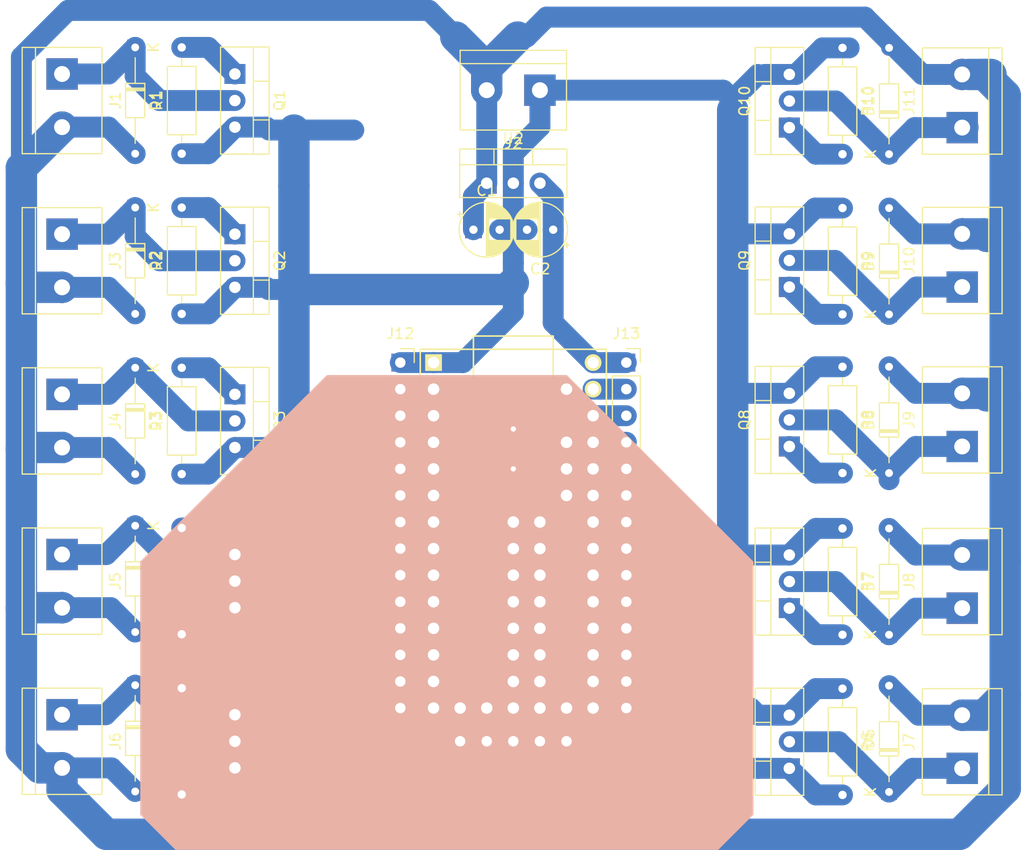
<source format=kicad_pcb>
(kicad_pcb (version 20171130) (host pcbnew "(5.0.1)-3")

  (general
    (thickness 1.6)
    (drawings 2)
    (tracks 248)
    (zones 0)
    (modules 48)
    (nets 62)
  )

  (page A4)
  (layers
    (0 F.Cu signal)
    (31 B.Cu signal)
    (32 B.Adhes user)
    (33 F.Adhes user)
    (34 B.Paste user)
    (35 F.Paste user)
    (36 B.SilkS user hide)
    (37 F.SilkS user)
    (38 B.Mask user)
    (39 F.Mask user)
    (40 Dwgs.User user)
    (41 Cmts.User user)
    (42 Eco1.User user)
    (43 Eco2.User user)
    (44 Edge.Cuts user)
    (45 Margin user)
    (46 B.CrtYd user)
    (47 F.CrtYd user)
    (48 B.Fab user)
    (49 F.Fab user)
  )

  (setup
    (last_trace_width 0.25)
    (trace_clearance 0.2)
    (zone_clearance 0.508)
    (zone_45_only no)
    (trace_min 0.2)
    (segment_width 0.2)
    (edge_width 0.15)
    (via_size 0.8)
    (via_drill 0.4)
    (via_min_size 0.4)
    (via_min_drill 0.3)
    (uvia_size 0.3)
    (uvia_drill 0.1)
    (uvias_allowed no)
    (uvia_min_size 0.2)
    (uvia_min_drill 0.1)
    (pcb_text_width 0.3)
    (pcb_text_size 1.5 1.5)
    (mod_edge_width 0.15)
    (mod_text_size 1 1)
    (mod_text_width 0.15)
    (pad_size 1.524 1.524)
    (pad_drill 0.762)
    (pad_to_mask_clearance 0.2)
    (solder_mask_min_width 0.25)
    (aux_axis_origin 0 0)
    (visible_elements 7FFFFFFF)
    (pcbplotparams
      (layerselection 0x010fc_ffffffff)
      (usegerberextensions false)
      (usegerberattributes false)
      (usegerberadvancedattributes false)
      (creategerberjobfile false)
      (excludeedgelayer true)
      (linewidth 0.100000)
      (plotframeref false)
      (viasonmask false)
      (mode 1)
      (useauxorigin false)
      (hpglpennumber 1)
      (hpglpenspeed 20)
      (hpglpendiameter 15.000000)
      (psnegative false)
      (psa4output false)
      (plotreference true)
      (plotvalue true)
      (plotinvisibletext false)
      (padsonsilk false)
      (subtractmaskfromsilk false)
      (outputformat 1)
      (mirror false)
      (drillshape 1)
      (scaleselection 1)
      (outputdirectory ""))
  )

  (net 0 "")
  (net 1 +12V)
  (net 2 GND)
  (net 3 "Net-(C2-Pad1)")
  (net 4 "Net-(D1-Pad1)")
  (net 5 "Net-(D2-Pad1)")
  (net 6 "Net-(D3-Pad1)")
  (net 7 "Net-(D4-Pad1)")
  (net 8 "Net-(D5-Pad1)")
  (net 9 "Net-(D6-Pad1)")
  (net 10 "Net-(D7-Pad1)")
  (net 11 "Net-(D8-Pad1)")
  (net 12 pin1)
  (net 13 pin2)
  (net 14 pin3)
  (net 15 pin4)
  (net 16 pin5)
  (net 17 pin6)
  (net 18 pin7)
  (net 19 pin8)
  (net 20 "Net-(U1-Pad19)")
  (net 21 "Net-(U1-Pad34)")
  (net 22 "Net-(U1-Pad35)")
  (net 23 "Net-(U1-Pad36)")
  (net 24 "Net-(U1-Pad37)")
  (net 25 "Net-(U1-Pad38)")
  (net 26 "Net-(U1-Pad40)")
  (net 27 "Net-(U1-Pad41)")
  (net 28 "Net-(U1-Pad42)")
  (net 29 "Net-(U1-Pad43)")
  (net 30 "Net-(U1-Pad44)")
  (net 31 "Net-(U1-Pad45)")
  (net 32 "Net-(U1-Pad46)")
  (net 33 "Net-(U1-Pad47)")
  (net 34 "Net-(U1-Pad48)")
  (net 35 "Net-(U1-Pad49)")
  (net 36 "Net-(U1-Pad50)")
  (net 37 "Net-(U1-Pad51)")
  (net 38 "Net-(D9-Pad1)")
  (net 39 "Net-(D10-Pad1)")
  (net 40 "Net-(J12-Pad2)")
  (net 41 "Net-(J12-Pad3)")
  (net 42 "Net-(J12-Pad4)")
  (net 43 "Net-(J12-Pad9)")
  (net 44 "Net-(J12-Pad10)")
  (net 45 "Net-(J12-Pad13)")
  (net 46 "Net-(J12-Pad14)")
  (net 47 "Net-(J13-Pad14)")
  (net 48 "Net-(J13-Pad13)")
  (net 49 "Net-(J13-Pad12)")
  (net 50 "Net-(J13-Pad11)")
  (net 51 "Net-(J13-Pad10)")
  (net 52 "Net-(J13-Pad9)")
  (net 53 "Net-(J13-Pad8)")
  (net 54 "Net-(J13-Pad7)")
  (net 55 pin9)
  (net 56 pin10)
  (net 57 "Net-(J13-Pad2)")
  (net 58 "Net-(J14-Pad1)")
  (net 59 "Net-(J14-Pad2)")
  (net 60 "Net-(J14-Pad4)")
  (net 61 "Net-(J14-Pad5)")

  (net_class Default "Esta es la clase de red por defecto."
    (clearance 0.2)
    (trace_width 0.25)
    (via_dia 0.8)
    (via_drill 0.4)
    (uvia_dia 0.3)
    (uvia_drill 0.1)
    (add_net +12V)
    (add_net GND)
    (add_net "Net-(C2-Pad1)")
    (add_net "Net-(D1-Pad1)")
    (add_net "Net-(D10-Pad1)")
    (add_net "Net-(D2-Pad1)")
    (add_net "Net-(D3-Pad1)")
    (add_net "Net-(D4-Pad1)")
    (add_net "Net-(D5-Pad1)")
    (add_net "Net-(D6-Pad1)")
    (add_net "Net-(D7-Pad1)")
    (add_net "Net-(D8-Pad1)")
    (add_net "Net-(D9-Pad1)")
    (add_net "Net-(J12-Pad10)")
    (add_net "Net-(J12-Pad13)")
    (add_net "Net-(J12-Pad14)")
    (add_net "Net-(J12-Pad2)")
    (add_net "Net-(J12-Pad3)")
    (add_net "Net-(J12-Pad4)")
    (add_net "Net-(J12-Pad9)")
    (add_net "Net-(J13-Pad10)")
    (add_net "Net-(J13-Pad11)")
    (add_net "Net-(J13-Pad12)")
    (add_net "Net-(J13-Pad13)")
    (add_net "Net-(J13-Pad14)")
    (add_net "Net-(J13-Pad2)")
    (add_net "Net-(J13-Pad7)")
    (add_net "Net-(J13-Pad8)")
    (add_net "Net-(J13-Pad9)")
    (add_net "Net-(J14-Pad1)")
    (add_net "Net-(J14-Pad2)")
    (add_net "Net-(J14-Pad4)")
    (add_net "Net-(J14-Pad5)")
    (add_net "Net-(U1-Pad19)")
    (add_net "Net-(U1-Pad34)")
    (add_net "Net-(U1-Pad35)")
    (add_net "Net-(U1-Pad36)")
    (add_net "Net-(U1-Pad37)")
    (add_net "Net-(U1-Pad38)")
    (add_net "Net-(U1-Pad40)")
    (add_net "Net-(U1-Pad41)")
    (add_net "Net-(U1-Pad42)")
    (add_net "Net-(U1-Pad43)")
    (add_net "Net-(U1-Pad44)")
    (add_net "Net-(U1-Pad45)")
    (add_net "Net-(U1-Pad46)")
    (add_net "Net-(U1-Pad47)")
    (add_net "Net-(U1-Pad48)")
    (add_net "Net-(U1-Pad49)")
    (add_net "Net-(U1-Pad50)")
    (add_net "Net-(U1-Pad51)")
    (add_net pin1)
    (add_net pin10)
    (add_net pin2)
    (add_net pin3)
    (add_net pin4)
    (add_net pin5)
    (add_net pin6)
    (add_net pin7)
    (add_net pin8)
    (add_net pin9)
  )

  (net_class 2 ""
    (clearance 0.5)
    (trace_width 2)
    (via_dia 0.8)
    (via_drill 0.4)
    (uvia_dia 0.3)
    (uvia_drill 0.1)
  )

  (module Capacitor_THT:CP_Radial_D5.0mm_P2.50mm (layer F.Cu) (tedit 5AE50EF0) (tstamp 5BDB7B4F)
    (at 66.04 39.37)
    (descr "CP, Radial series, Radial, pin pitch=2.50mm, , diameter=5mm, Electrolytic Capacitor")
    (tags "CP Radial series Radial pin pitch 2.50mm  diameter 5mm Electrolytic Capacitor")
    (path /5BCBF811)
    (fp_text reference C1 (at 1.25 -3.75) (layer F.SilkS)
      (effects (font (size 1 1) (thickness 0.15)))
    )
    (fp_text value CP (at 1.25 3.75) (layer F.Fab)
      (effects (font (size 1 1) (thickness 0.15)))
    )
    (fp_text user %R (at 1.905 0) (layer F.Fab)
      (effects (font (size 1 1) (thickness 0.15)))
    )
    (fp_line (start -1.304775 -1.725) (end -1.304775 -1.225) (layer F.SilkS) (width 0.12))
    (fp_line (start -1.554775 -1.475) (end -1.054775 -1.475) (layer F.SilkS) (width 0.12))
    (fp_line (start 3.851 -0.284) (end 3.851 0.284) (layer F.SilkS) (width 0.12))
    (fp_line (start 3.811 -0.518) (end 3.811 0.518) (layer F.SilkS) (width 0.12))
    (fp_line (start 3.771 -0.677) (end 3.771 0.677) (layer F.SilkS) (width 0.12))
    (fp_line (start 3.731 -0.805) (end 3.731 0.805) (layer F.SilkS) (width 0.12))
    (fp_line (start 3.691 -0.915) (end 3.691 0.915) (layer F.SilkS) (width 0.12))
    (fp_line (start 3.651 -1.011) (end 3.651 1.011) (layer F.SilkS) (width 0.12))
    (fp_line (start 3.611 -1.098) (end 3.611 1.098) (layer F.SilkS) (width 0.12))
    (fp_line (start 3.571 -1.178) (end 3.571 1.178) (layer F.SilkS) (width 0.12))
    (fp_line (start 3.531 1.04) (end 3.531 1.251) (layer F.SilkS) (width 0.12))
    (fp_line (start 3.531 -1.251) (end 3.531 -1.04) (layer F.SilkS) (width 0.12))
    (fp_line (start 3.491 1.04) (end 3.491 1.319) (layer F.SilkS) (width 0.12))
    (fp_line (start 3.491 -1.319) (end 3.491 -1.04) (layer F.SilkS) (width 0.12))
    (fp_line (start 3.451 1.04) (end 3.451 1.383) (layer F.SilkS) (width 0.12))
    (fp_line (start 3.451 -1.383) (end 3.451 -1.04) (layer F.SilkS) (width 0.12))
    (fp_line (start 3.411 1.04) (end 3.411 1.443) (layer F.SilkS) (width 0.12))
    (fp_line (start 3.411 -1.443) (end 3.411 -1.04) (layer F.SilkS) (width 0.12))
    (fp_line (start 3.371 1.04) (end 3.371 1.5) (layer F.SilkS) (width 0.12))
    (fp_line (start 3.371 -1.5) (end 3.371 -1.04) (layer F.SilkS) (width 0.12))
    (fp_line (start 3.331 1.04) (end 3.331 1.554) (layer F.SilkS) (width 0.12))
    (fp_line (start 3.331 -1.554) (end 3.331 -1.04) (layer F.SilkS) (width 0.12))
    (fp_line (start 3.291 1.04) (end 3.291 1.605) (layer F.SilkS) (width 0.12))
    (fp_line (start 3.291 -1.605) (end 3.291 -1.04) (layer F.SilkS) (width 0.12))
    (fp_line (start 3.251 1.04) (end 3.251 1.653) (layer F.SilkS) (width 0.12))
    (fp_line (start 3.251 -1.653) (end 3.251 -1.04) (layer F.SilkS) (width 0.12))
    (fp_line (start 3.211 1.04) (end 3.211 1.699) (layer F.SilkS) (width 0.12))
    (fp_line (start 3.211 -1.699) (end 3.211 -1.04) (layer F.SilkS) (width 0.12))
    (fp_line (start 3.171 1.04) (end 3.171 1.743) (layer F.SilkS) (width 0.12))
    (fp_line (start 3.171 -1.743) (end 3.171 -1.04) (layer F.SilkS) (width 0.12))
    (fp_line (start 3.131 1.04) (end 3.131 1.785) (layer F.SilkS) (width 0.12))
    (fp_line (start 3.131 -1.785) (end 3.131 -1.04) (layer F.SilkS) (width 0.12))
    (fp_line (start 3.091 1.04) (end 3.091 1.826) (layer F.SilkS) (width 0.12))
    (fp_line (start 3.091 -1.826) (end 3.091 -1.04) (layer F.SilkS) (width 0.12))
    (fp_line (start 3.051 1.04) (end 3.051 1.864) (layer F.SilkS) (width 0.12))
    (fp_line (start 3.051 -1.864) (end 3.051 -1.04) (layer F.SilkS) (width 0.12))
    (fp_line (start 3.011 1.04) (end 3.011 1.901) (layer F.SilkS) (width 0.12))
    (fp_line (start 3.011 -1.901) (end 3.011 -1.04) (layer F.SilkS) (width 0.12))
    (fp_line (start 2.971 1.04) (end 2.971 1.937) (layer F.SilkS) (width 0.12))
    (fp_line (start 2.971 -1.937) (end 2.971 -1.04) (layer F.SilkS) (width 0.12))
    (fp_line (start 2.931 1.04) (end 2.931 1.971) (layer F.SilkS) (width 0.12))
    (fp_line (start 2.931 -1.971) (end 2.931 -1.04) (layer F.SilkS) (width 0.12))
    (fp_line (start 2.891 1.04) (end 2.891 2.004) (layer F.SilkS) (width 0.12))
    (fp_line (start 2.891 -2.004) (end 2.891 -1.04) (layer F.SilkS) (width 0.12))
    (fp_line (start 2.851 1.04) (end 2.851 2.035) (layer F.SilkS) (width 0.12))
    (fp_line (start 2.851 -2.035) (end 2.851 -1.04) (layer F.SilkS) (width 0.12))
    (fp_line (start 2.811 1.04) (end 2.811 2.065) (layer F.SilkS) (width 0.12))
    (fp_line (start 2.811 -2.065) (end 2.811 -1.04) (layer F.SilkS) (width 0.12))
    (fp_line (start 2.771 1.04) (end 2.771 2.095) (layer F.SilkS) (width 0.12))
    (fp_line (start 2.771 -2.095) (end 2.771 -1.04) (layer F.SilkS) (width 0.12))
    (fp_line (start 2.731 1.04) (end 2.731 2.122) (layer F.SilkS) (width 0.12))
    (fp_line (start 2.731 -2.122) (end 2.731 -1.04) (layer F.SilkS) (width 0.12))
    (fp_line (start 2.691 1.04) (end 2.691 2.149) (layer F.SilkS) (width 0.12))
    (fp_line (start 2.691 -2.149) (end 2.691 -1.04) (layer F.SilkS) (width 0.12))
    (fp_line (start 2.651 1.04) (end 2.651 2.175) (layer F.SilkS) (width 0.12))
    (fp_line (start 2.651 -2.175) (end 2.651 -1.04) (layer F.SilkS) (width 0.12))
    (fp_line (start 2.611 1.04) (end 2.611 2.2) (layer F.SilkS) (width 0.12))
    (fp_line (start 2.611 -2.2) (end 2.611 -1.04) (layer F.SilkS) (width 0.12))
    (fp_line (start 2.571 1.04) (end 2.571 2.224) (layer F.SilkS) (width 0.12))
    (fp_line (start 2.571 -2.224) (end 2.571 -1.04) (layer F.SilkS) (width 0.12))
    (fp_line (start 2.531 1.04) (end 2.531 2.247) (layer F.SilkS) (width 0.12))
    (fp_line (start 2.531 -2.247) (end 2.531 -1.04) (layer F.SilkS) (width 0.12))
    (fp_line (start 2.491 1.04) (end 2.491 2.268) (layer F.SilkS) (width 0.12))
    (fp_line (start 2.491 -2.268) (end 2.491 -1.04) (layer F.SilkS) (width 0.12))
    (fp_line (start 2.451 1.04) (end 2.451 2.29) (layer F.SilkS) (width 0.12))
    (fp_line (start 2.451 -2.29) (end 2.451 -1.04) (layer F.SilkS) (width 0.12))
    (fp_line (start 2.411 1.04) (end 2.411 2.31) (layer F.SilkS) (width 0.12))
    (fp_line (start 2.411 -2.31) (end 2.411 -1.04) (layer F.SilkS) (width 0.12))
    (fp_line (start 2.371 1.04) (end 2.371 2.329) (layer F.SilkS) (width 0.12))
    (fp_line (start 2.371 -2.329) (end 2.371 -1.04) (layer F.SilkS) (width 0.12))
    (fp_line (start 2.331 1.04) (end 2.331 2.348) (layer F.SilkS) (width 0.12))
    (fp_line (start 2.331 -2.348) (end 2.331 -1.04) (layer F.SilkS) (width 0.12))
    (fp_line (start 2.291 1.04) (end 2.291 2.365) (layer F.SilkS) (width 0.12))
    (fp_line (start 2.291 -2.365) (end 2.291 -1.04) (layer F.SilkS) (width 0.12))
    (fp_line (start 2.251 1.04) (end 2.251 2.382) (layer F.SilkS) (width 0.12))
    (fp_line (start 2.251 -2.382) (end 2.251 -1.04) (layer F.SilkS) (width 0.12))
    (fp_line (start 2.211 1.04) (end 2.211 2.398) (layer F.SilkS) (width 0.12))
    (fp_line (start 2.211 -2.398) (end 2.211 -1.04) (layer F.SilkS) (width 0.12))
    (fp_line (start 2.171 1.04) (end 2.171 2.414) (layer F.SilkS) (width 0.12))
    (fp_line (start 2.171 -2.414) (end 2.171 -1.04) (layer F.SilkS) (width 0.12))
    (fp_line (start 2.131 1.04) (end 2.131 2.428) (layer F.SilkS) (width 0.12))
    (fp_line (start 2.131 -2.428) (end 2.131 -1.04) (layer F.SilkS) (width 0.12))
    (fp_line (start 2.091 1.04) (end 2.091 2.442) (layer F.SilkS) (width 0.12))
    (fp_line (start 2.091 -2.442) (end 2.091 -1.04) (layer F.SilkS) (width 0.12))
    (fp_line (start 2.051 1.04) (end 2.051 2.455) (layer F.SilkS) (width 0.12))
    (fp_line (start 2.051 -2.455) (end 2.051 -1.04) (layer F.SilkS) (width 0.12))
    (fp_line (start 2.011 1.04) (end 2.011 2.468) (layer F.SilkS) (width 0.12))
    (fp_line (start 2.011 -2.468) (end 2.011 -1.04) (layer F.SilkS) (width 0.12))
    (fp_line (start 1.971 1.04) (end 1.971 2.48) (layer F.SilkS) (width 0.12))
    (fp_line (start 1.971 -2.48) (end 1.971 -1.04) (layer F.SilkS) (width 0.12))
    (fp_line (start 1.93 1.04) (end 1.93 2.491) (layer F.SilkS) (width 0.12))
    (fp_line (start 1.93 -2.491) (end 1.93 -1.04) (layer F.SilkS) (width 0.12))
    (fp_line (start 1.89 1.04) (end 1.89 2.501) (layer F.SilkS) (width 0.12))
    (fp_line (start 1.89 -2.501) (end 1.89 -1.04) (layer F.SilkS) (width 0.12))
    (fp_line (start 1.85 1.04) (end 1.85 2.511) (layer F.SilkS) (width 0.12))
    (fp_line (start 1.85 -2.511) (end 1.85 -1.04) (layer F.SilkS) (width 0.12))
    (fp_line (start 1.81 1.04) (end 1.81 2.52) (layer F.SilkS) (width 0.12))
    (fp_line (start 1.81 -2.52) (end 1.81 -1.04) (layer F.SilkS) (width 0.12))
    (fp_line (start 1.77 1.04) (end 1.77 2.528) (layer F.SilkS) (width 0.12))
    (fp_line (start 1.77 -2.528) (end 1.77 -1.04) (layer F.SilkS) (width 0.12))
    (fp_line (start 1.73 1.04) (end 1.73 2.536) (layer F.SilkS) (width 0.12))
    (fp_line (start 1.73 -2.536) (end 1.73 -1.04) (layer F.SilkS) (width 0.12))
    (fp_line (start 1.69 1.04) (end 1.69 2.543) (layer F.SilkS) (width 0.12))
    (fp_line (start 1.69 -2.543) (end 1.69 -1.04) (layer F.SilkS) (width 0.12))
    (fp_line (start 1.65 1.04) (end 1.65 2.55) (layer F.SilkS) (width 0.12))
    (fp_line (start 1.65 -2.55) (end 1.65 -1.04) (layer F.SilkS) (width 0.12))
    (fp_line (start 1.61 1.04) (end 1.61 2.556) (layer F.SilkS) (width 0.12))
    (fp_line (start 1.61 -2.556) (end 1.61 -1.04) (layer F.SilkS) (width 0.12))
    (fp_line (start 1.57 1.04) (end 1.57 2.561) (layer F.SilkS) (width 0.12))
    (fp_line (start 1.57 -2.561) (end 1.57 -1.04) (layer F.SilkS) (width 0.12))
    (fp_line (start 1.53 1.04) (end 1.53 2.565) (layer F.SilkS) (width 0.12))
    (fp_line (start 1.53 -2.565) (end 1.53 -1.04) (layer F.SilkS) (width 0.12))
    (fp_line (start 1.49 1.04) (end 1.49 2.569) (layer F.SilkS) (width 0.12))
    (fp_line (start 1.49 -2.569) (end 1.49 -1.04) (layer F.SilkS) (width 0.12))
    (fp_line (start 1.45 -2.573) (end 1.45 2.573) (layer F.SilkS) (width 0.12))
    (fp_line (start 1.41 -2.576) (end 1.41 2.576) (layer F.SilkS) (width 0.12))
    (fp_line (start 1.37 -2.578) (end 1.37 2.578) (layer F.SilkS) (width 0.12))
    (fp_line (start 1.33 -2.579) (end 1.33 2.579) (layer F.SilkS) (width 0.12))
    (fp_line (start 1.29 -2.58) (end 1.29 2.58) (layer F.SilkS) (width 0.12))
    (fp_line (start 1.25 -2.58) (end 1.25 2.58) (layer F.SilkS) (width 0.12))
    (fp_line (start -0.633605 -1.3375) (end -0.633605 -0.8375) (layer F.Fab) (width 0.1))
    (fp_line (start -0.883605 -1.0875) (end -0.383605 -1.0875) (layer F.Fab) (width 0.1))
    (fp_circle (center 1.25 0) (end 4 0) (layer F.CrtYd) (width 0.05))
    (fp_circle (center 1.25 0) (end 3.87 0) (layer F.SilkS) (width 0.12))
    (fp_circle (center 1.25 0) (end 3.75 0) (layer F.Fab) (width 0.1))
    (pad 2 thru_hole circle (at 2.5 0) (size 1.6 1.6) (drill 0.8) (layers *.Cu *.Mask)
      (net 2 GND))
    (pad 1 thru_hole rect (at 0 0) (size 1.6 1.6) (drill 0.8) (layers *.Cu *.Mask)
      (net 1 +12V))
    (model ${KISYS3DMOD}/Capacitor_THT.3dshapes/CP_Radial_D5.0mm_P2.50mm.wrl
      (at (xyz 0 0 0))
      (scale (xyz 1 1 1))
      (rotate (xyz 0 0 0))
    )
  )

  (module Capacitor_THT:CP_Radial_D5.0mm_P2.50mm (layer F.Cu) (tedit 5AE50EF0) (tstamp 5BDC1575)
    (at 73.66 39.37 180)
    (descr "CP, Radial series, Radial, pin pitch=2.50mm, , diameter=5mm, Electrolytic Capacitor")
    (tags "CP Radial series Radial pin pitch 2.50mm  diameter 5mm Electrolytic Capacitor")
    (path /5BCBF8D4)
    (fp_text reference C2 (at 1.25 -3.75 180) (layer F.SilkS)
      (effects (font (size 1 1) (thickness 0.15)))
    )
    (fp_text value CP (at 1.25 3.75 180) (layer F.Fab)
      (effects (font (size 1 1) (thickness 0.15)))
    )
    (fp_text user %R (at 1.25 0 180) (layer F.Fab)
      (effects (font (size 1 1) (thickness 0.15)))
    )
    (fp_line (start -1.304775 -1.725) (end -1.304775 -1.225) (layer F.SilkS) (width 0.12))
    (fp_line (start -1.554775 -1.475) (end -1.054775 -1.475) (layer F.SilkS) (width 0.12))
    (fp_line (start 3.851 -0.284) (end 3.851 0.284) (layer F.SilkS) (width 0.12))
    (fp_line (start 3.811 -0.518) (end 3.811 0.518) (layer F.SilkS) (width 0.12))
    (fp_line (start 3.771 -0.677) (end 3.771 0.677) (layer F.SilkS) (width 0.12))
    (fp_line (start 3.731 -0.805) (end 3.731 0.805) (layer F.SilkS) (width 0.12))
    (fp_line (start 3.691 -0.915) (end 3.691 0.915) (layer F.SilkS) (width 0.12))
    (fp_line (start 3.651 -1.011) (end 3.651 1.011) (layer F.SilkS) (width 0.12))
    (fp_line (start 3.611 -1.098) (end 3.611 1.098) (layer F.SilkS) (width 0.12))
    (fp_line (start 3.571 -1.178) (end 3.571 1.178) (layer F.SilkS) (width 0.12))
    (fp_line (start 3.531 1.04) (end 3.531 1.251) (layer F.SilkS) (width 0.12))
    (fp_line (start 3.531 -1.251) (end 3.531 -1.04) (layer F.SilkS) (width 0.12))
    (fp_line (start 3.491 1.04) (end 3.491 1.319) (layer F.SilkS) (width 0.12))
    (fp_line (start 3.491 -1.319) (end 3.491 -1.04) (layer F.SilkS) (width 0.12))
    (fp_line (start 3.451 1.04) (end 3.451 1.383) (layer F.SilkS) (width 0.12))
    (fp_line (start 3.451 -1.383) (end 3.451 -1.04) (layer F.SilkS) (width 0.12))
    (fp_line (start 3.411 1.04) (end 3.411 1.443) (layer F.SilkS) (width 0.12))
    (fp_line (start 3.411 -1.443) (end 3.411 -1.04) (layer F.SilkS) (width 0.12))
    (fp_line (start 3.371 1.04) (end 3.371 1.5) (layer F.SilkS) (width 0.12))
    (fp_line (start 3.371 -1.5) (end 3.371 -1.04) (layer F.SilkS) (width 0.12))
    (fp_line (start 3.331 1.04) (end 3.331 1.554) (layer F.SilkS) (width 0.12))
    (fp_line (start 3.331 -1.554) (end 3.331 -1.04) (layer F.SilkS) (width 0.12))
    (fp_line (start 3.291 1.04) (end 3.291 1.605) (layer F.SilkS) (width 0.12))
    (fp_line (start 3.291 -1.605) (end 3.291 -1.04) (layer F.SilkS) (width 0.12))
    (fp_line (start 3.251 1.04) (end 3.251 1.653) (layer F.SilkS) (width 0.12))
    (fp_line (start 3.251 -1.653) (end 3.251 -1.04) (layer F.SilkS) (width 0.12))
    (fp_line (start 3.211 1.04) (end 3.211 1.699) (layer F.SilkS) (width 0.12))
    (fp_line (start 3.211 -1.699) (end 3.211 -1.04) (layer F.SilkS) (width 0.12))
    (fp_line (start 3.171 1.04) (end 3.171 1.743) (layer F.SilkS) (width 0.12))
    (fp_line (start 3.171 -1.743) (end 3.171 -1.04) (layer F.SilkS) (width 0.12))
    (fp_line (start 3.131 1.04) (end 3.131 1.785) (layer F.SilkS) (width 0.12))
    (fp_line (start 3.131 -1.785) (end 3.131 -1.04) (layer F.SilkS) (width 0.12))
    (fp_line (start 3.091 1.04) (end 3.091 1.826) (layer F.SilkS) (width 0.12))
    (fp_line (start 3.091 -1.826) (end 3.091 -1.04) (layer F.SilkS) (width 0.12))
    (fp_line (start 3.051 1.04) (end 3.051 1.864) (layer F.SilkS) (width 0.12))
    (fp_line (start 3.051 -1.864) (end 3.051 -1.04) (layer F.SilkS) (width 0.12))
    (fp_line (start 3.011 1.04) (end 3.011 1.901) (layer F.SilkS) (width 0.12))
    (fp_line (start 3.011 -1.901) (end 3.011 -1.04) (layer F.SilkS) (width 0.12))
    (fp_line (start 2.971 1.04) (end 2.971 1.937) (layer F.SilkS) (width 0.12))
    (fp_line (start 2.971 -1.937) (end 2.971 -1.04) (layer F.SilkS) (width 0.12))
    (fp_line (start 2.931 1.04) (end 2.931 1.971) (layer F.SilkS) (width 0.12))
    (fp_line (start 2.931 -1.971) (end 2.931 -1.04) (layer F.SilkS) (width 0.12))
    (fp_line (start 2.891 1.04) (end 2.891 2.004) (layer F.SilkS) (width 0.12))
    (fp_line (start 2.891 -2.004) (end 2.891 -1.04) (layer F.SilkS) (width 0.12))
    (fp_line (start 2.851 1.04) (end 2.851 2.035) (layer F.SilkS) (width 0.12))
    (fp_line (start 2.851 -2.035) (end 2.851 -1.04) (layer F.SilkS) (width 0.12))
    (fp_line (start 2.811 1.04) (end 2.811 2.065) (layer F.SilkS) (width 0.12))
    (fp_line (start 2.811 -2.065) (end 2.811 -1.04) (layer F.SilkS) (width 0.12))
    (fp_line (start 2.771 1.04) (end 2.771 2.095) (layer F.SilkS) (width 0.12))
    (fp_line (start 2.771 -2.095) (end 2.771 -1.04) (layer F.SilkS) (width 0.12))
    (fp_line (start 2.731 1.04) (end 2.731 2.122) (layer F.SilkS) (width 0.12))
    (fp_line (start 2.731 -2.122) (end 2.731 -1.04) (layer F.SilkS) (width 0.12))
    (fp_line (start 2.691 1.04) (end 2.691 2.149) (layer F.SilkS) (width 0.12))
    (fp_line (start 2.691 -2.149) (end 2.691 -1.04) (layer F.SilkS) (width 0.12))
    (fp_line (start 2.651 1.04) (end 2.651 2.175) (layer F.SilkS) (width 0.12))
    (fp_line (start 2.651 -2.175) (end 2.651 -1.04) (layer F.SilkS) (width 0.12))
    (fp_line (start 2.611 1.04) (end 2.611 2.2) (layer F.SilkS) (width 0.12))
    (fp_line (start 2.611 -2.2) (end 2.611 -1.04) (layer F.SilkS) (width 0.12))
    (fp_line (start 2.571 1.04) (end 2.571 2.224) (layer F.SilkS) (width 0.12))
    (fp_line (start 2.571 -2.224) (end 2.571 -1.04) (layer F.SilkS) (width 0.12))
    (fp_line (start 2.531 1.04) (end 2.531 2.247) (layer F.SilkS) (width 0.12))
    (fp_line (start 2.531 -2.247) (end 2.531 -1.04) (layer F.SilkS) (width 0.12))
    (fp_line (start 2.491 1.04) (end 2.491 2.268) (layer F.SilkS) (width 0.12))
    (fp_line (start 2.491 -2.268) (end 2.491 -1.04) (layer F.SilkS) (width 0.12))
    (fp_line (start 2.451 1.04) (end 2.451 2.29) (layer F.SilkS) (width 0.12))
    (fp_line (start 2.451 -2.29) (end 2.451 -1.04) (layer F.SilkS) (width 0.12))
    (fp_line (start 2.411 1.04) (end 2.411 2.31) (layer F.SilkS) (width 0.12))
    (fp_line (start 2.411 -2.31) (end 2.411 -1.04) (layer F.SilkS) (width 0.12))
    (fp_line (start 2.371 1.04) (end 2.371 2.329) (layer F.SilkS) (width 0.12))
    (fp_line (start 2.371 -2.329) (end 2.371 -1.04) (layer F.SilkS) (width 0.12))
    (fp_line (start 2.331 1.04) (end 2.331 2.348) (layer F.SilkS) (width 0.12))
    (fp_line (start 2.331 -2.348) (end 2.331 -1.04) (layer F.SilkS) (width 0.12))
    (fp_line (start 2.291 1.04) (end 2.291 2.365) (layer F.SilkS) (width 0.12))
    (fp_line (start 2.291 -2.365) (end 2.291 -1.04) (layer F.SilkS) (width 0.12))
    (fp_line (start 2.251 1.04) (end 2.251 2.382) (layer F.SilkS) (width 0.12))
    (fp_line (start 2.251 -2.382) (end 2.251 -1.04) (layer F.SilkS) (width 0.12))
    (fp_line (start 2.211 1.04) (end 2.211 2.398) (layer F.SilkS) (width 0.12))
    (fp_line (start 2.211 -2.398) (end 2.211 -1.04) (layer F.SilkS) (width 0.12))
    (fp_line (start 2.171 1.04) (end 2.171 2.414) (layer F.SilkS) (width 0.12))
    (fp_line (start 2.171 -2.414) (end 2.171 -1.04) (layer F.SilkS) (width 0.12))
    (fp_line (start 2.131 1.04) (end 2.131 2.428) (layer F.SilkS) (width 0.12))
    (fp_line (start 2.131 -2.428) (end 2.131 -1.04) (layer F.SilkS) (width 0.12))
    (fp_line (start 2.091 1.04) (end 2.091 2.442) (layer F.SilkS) (width 0.12))
    (fp_line (start 2.091 -2.442) (end 2.091 -1.04) (layer F.SilkS) (width 0.12))
    (fp_line (start 2.051 1.04) (end 2.051 2.455) (layer F.SilkS) (width 0.12))
    (fp_line (start 2.051 -2.455) (end 2.051 -1.04) (layer F.SilkS) (width 0.12))
    (fp_line (start 2.011 1.04) (end 2.011 2.468) (layer F.SilkS) (width 0.12))
    (fp_line (start 2.011 -2.468) (end 2.011 -1.04) (layer F.SilkS) (width 0.12))
    (fp_line (start 1.971 1.04) (end 1.971 2.48) (layer F.SilkS) (width 0.12))
    (fp_line (start 1.971 -2.48) (end 1.971 -1.04) (layer F.SilkS) (width 0.12))
    (fp_line (start 1.93 1.04) (end 1.93 2.491) (layer F.SilkS) (width 0.12))
    (fp_line (start 1.93 -2.491) (end 1.93 -1.04) (layer F.SilkS) (width 0.12))
    (fp_line (start 1.89 1.04) (end 1.89 2.501) (layer F.SilkS) (width 0.12))
    (fp_line (start 1.89 -2.501) (end 1.89 -1.04) (layer F.SilkS) (width 0.12))
    (fp_line (start 1.85 1.04) (end 1.85 2.511) (layer F.SilkS) (width 0.12))
    (fp_line (start 1.85 -2.511) (end 1.85 -1.04) (layer F.SilkS) (width 0.12))
    (fp_line (start 1.81 1.04) (end 1.81 2.52) (layer F.SilkS) (width 0.12))
    (fp_line (start 1.81 -2.52) (end 1.81 -1.04) (layer F.SilkS) (width 0.12))
    (fp_line (start 1.77 1.04) (end 1.77 2.528) (layer F.SilkS) (width 0.12))
    (fp_line (start 1.77 -2.528) (end 1.77 -1.04) (layer F.SilkS) (width 0.12))
    (fp_line (start 1.73 1.04) (end 1.73 2.536) (layer F.SilkS) (width 0.12))
    (fp_line (start 1.73 -2.536) (end 1.73 -1.04) (layer F.SilkS) (width 0.12))
    (fp_line (start 1.69 1.04) (end 1.69 2.543) (layer F.SilkS) (width 0.12))
    (fp_line (start 1.69 -2.543) (end 1.69 -1.04) (layer F.SilkS) (width 0.12))
    (fp_line (start 1.65 1.04) (end 1.65 2.55) (layer F.SilkS) (width 0.12))
    (fp_line (start 1.65 -2.55) (end 1.65 -1.04) (layer F.SilkS) (width 0.12))
    (fp_line (start 1.61 1.04) (end 1.61 2.556) (layer F.SilkS) (width 0.12))
    (fp_line (start 1.61 -2.556) (end 1.61 -1.04) (layer F.SilkS) (width 0.12))
    (fp_line (start 1.57 1.04) (end 1.57 2.561) (layer F.SilkS) (width 0.12))
    (fp_line (start 1.57 -2.561) (end 1.57 -1.04) (layer F.SilkS) (width 0.12))
    (fp_line (start 1.53 1.04) (end 1.53 2.565) (layer F.SilkS) (width 0.12))
    (fp_line (start 1.53 -2.565) (end 1.53 -1.04) (layer F.SilkS) (width 0.12))
    (fp_line (start 1.49 1.04) (end 1.49 2.569) (layer F.SilkS) (width 0.12))
    (fp_line (start 1.49 -2.569) (end 1.49 -1.04) (layer F.SilkS) (width 0.12))
    (fp_line (start 1.45 -2.573) (end 1.45 2.573) (layer F.SilkS) (width 0.12))
    (fp_line (start 1.41 -2.576) (end 1.41 2.576) (layer F.SilkS) (width 0.12))
    (fp_line (start 1.37 -2.578) (end 1.37 2.578) (layer F.SilkS) (width 0.12))
    (fp_line (start 1.33 -2.579) (end 1.33 2.579) (layer F.SilkS) (width 0.12))
    (fp_line (start 1.29 -2.58) (end 1.29 2.58) (layer F.SilkS) (width 0.12))
    (fp_line (start 1.25 -2.58) (end 1.25 2.58) (layer F.SilkS) (width 0.12))
    (fp_line (start -0.633605 -1.3375) (end -0.633605 -0.8375) (layer F.Fab) (width 0.1))
    (fp_line (start -0.883605 -1.0875) (end -0.383605 -1.0875) (layer F.Fab) (width 0.1))
    (fp_circle (center 1.25 0) (end 4 0) (layer F.CrtYd) (width 0.05))
    (fp_circle (center 1.25 0) (end 3.87 0) (layer F.SilkS) (width 0.12))
    (fp_circle (center 1.25 0) (end 3.75 0) (layer F.Fab) (width 0.1))
    (pad 2 thru_hole circle (at 2.5 0 180) (size 1.6 1.6) (drill 0.8) (layers *.Cu *.Mask)
      (net 2 GND))
    (pad 1 thru_hole rect (at 0 0 180) (size 1.6 1.6) (drill 0.8) (layers *.Cu *.Mask)
      (net 3 "Net-(C2-Pad1)"))
    (model ${KISYS3DMOD}/Capacitor_THT.3dshapes/CP_Radial_D5.0mm_P2.50mm.wrl
      (at (xyz 0 0 0))
      (scale (xyz 1 1 1))
      (rotate (xyz 0 0 0))
    )
  )

  (module Diode_THT:D_DO-34_SOD68_P10.16mm_Horizontal (layer F.Cu) (tedit 5AE50CD5) (tstamp 5BDB7B95)
    (at 33.729371 21.945696 270)
    (descr "Diode, DO-34_SOD68 series, Axial, Horizontal, pin pitch=10.16mm, , length*diameter=3.04*1.6mm^2, , https://www.nxp.com/docs/en/data-sheet/KTY83_SER.pdf")
    (tags "Diode DO-34_SOD68 series Axial Horizontal pin pitch 10.16mm  length 3.04mm diameter 1.6mm")
    (path /5BC8B3FC)
    (fp_text reference D1 (at 5.08 -1.92 270) (layer F.SilkS)
      (effects (font (size 1 1) (thickness 0.15)))
    )
    (fp_text value DIODE (at 5.08 1.92 270) (layer F.Fab)
      (effects (font (size 1 1) (thickness 0.15)))
    )
    (fp_line (start 3.56 -0.8) (end 3.56 0.8) (layer F.Fab) (width 0.1))
    (fp_line (start 3.56 0.8) (end 6.6 0.8) (layer F.Fab) (width 0.1))
    (fp_line (start 6.6 0.8) (end 6.6 -0.8) (layer F.Fab) (width 0.1))
    (fp_line (start 6.6 -0.8) (end 3.56 -0.8) (layer F.Fab) (width 0.1))
    (fp_line (start 0 0) (end 3.56 0) (layer F.Fab) (width 0.1))
    (fp_line (start 10.16 0) (end 6.6 0) (layer F.Fab) (width 0.1))
    (fp_line (start 4.016 -0.8) (end 4.016 0.8) (layer F.Fab) (width 0.1))
    (fp_line (start 4.116 -0.8) (end 4.116 0.8) (layer F.Fab) (width 0.1))
    (fp_line (start 3.916 -0.8) (end 3.916 0.8) (layer F.Fab) (width 0.1))
    (fp_line (start 3.44 -0.92) (end 3.44 0.92) (layer F.SilkS) (width 0.12))
    (fp_line (start 3.44 0.92) (end 6.72 0.92) (layer F.SilkS) (width 0.12))
    (fp_line (start 6.72 0.92) (end 6.72 -0.92) (layer F.SilkS) (width 0.12))
    (fp_line (start 6.72 -0.92) (end 3.44 -0.92) (layer F.SilkS) (width 0.12))
    (fp_line (start 0.99 0) (end 3.44 0) (layer F.SilkS) (width 0.12))
    (fp_line (start 9.17 0) (end 6.72 0) (layer F.SilkS) (width 0.12))
    (fp_line (start 4.016 -0.92) (end 4.016 0.92) (layer F.SilkS) (width 0.12))
    (fp_line (start 4.136 -0.92) (end 4.136 0.92) (layer F.SilkS) (width 0.12))
    (fp_line (start 3.896 -0.92) (end 3.896 0.92) (layer F.SilkS) (width 0.12))
    (fp_line (start -1 -1.05) (end -1 1.05) (layer F.CrtYd) (width 0.05))
    (fp_line (start -1 1.05) (end 11.16 1.05) (layer F.CrtYd) (width 0.05))
    (fp_line (start 11.16 1.05) (end 11.16 -1.05) (layer F.CrtYd) (width 0.05))
    (fp_line (start 11.16 -1.05) (end -1 -1.05) (layer F.CrtYd) (width 0.05))
    (fp_text user %R (at 5.308 0 270) (layer F.Fab)
      (effects (font (size 0.608 0.608) (thickness 0.0912)))
    )
    (fp_text user K (at 0 -1.75 270) (layer F.Fab)
      (effects (font (size 1 1) (thickness 0.15)))
    )
    (fp_text user K (at 0 -1.75 270) (layer F.SilkS)
      (effects (font (size 1 1) (thickness 0.15)))
    )
    (pad 1 thru_hole rect (at 0 0 270) (size 1.5 1.5) (drill 0.75) (layers *.Cu *.Mask)
      (net 4 "Net-(D1-Pad1)"))
    (pad 2 thru_hole oval (at 10.16 0 270) (size 1.5 1.5) (drill 0.75) (layers *.Cu *.Mask)
      (net 1 +12V))
    (model ${KISYS3DMOD}/Diode_THT.3dshapes/D_DO-34_SOD68_P10.16mm_Horizontal.wrl
      (at (xyz 0 0 0))
      (scale (xyz 1 1 1))
      (rotate (xyz 0 0 0))
    )
  )

  (module Diode_THT:D_DO-34_SOD68_P10.16mm_Horizontal (layer F.Cu) (tedit 5AE50CD5) (tstamp 5BDB7BB4)
    (at 33.729371 37.256251 270)
    (descr "Diode, DO-34_SOD68 series, Axial, Horizontal, pin pitch=10.16mm, , length*diameter=3.04*1.6mm^2, , https://www.nxp.com/docs/en/data-sheet/KTY83_SER.pdf")
    (tags "Diode DO-34_SOD68 series Axial Horizontal pin pitch 10.16mm  length 3.04mm diameter 1.6mm")
    (path /5BC9D0F6)
    (fp_text reference D2 (at 5.08 -1.92 270) (layer F.SilkS)
      (effects (font (size 1 1) (thickness 0.15)))
    )
    (fp_text value DIODE (at 5.08 1.92 270) (layer F.Fab)
      (effects (font (size 1 1) (thickness 0.15)))
    )
    (fp_text user K (at 0 -1.75 270) (layer F.SilkS)
      (effects (font (size 1 1) (thickness 0.15)))
    )
    (fp_text user K (at 0 -1.75 270) (layer F.Fab)
      (effects (font (size 1 1) (thickness 0.15)))
    )
    (fp_text user %R (at 5.308 0 270) (layer F.Fab)
      (effects (font (size 0.608 0.608) (thickness 0.0912)))
    )
    (fp_line (start 11.16 -1.05) (end -1 -1.05) (layer F.CrtYd) (width 0.05))
    (fp_line (start 11.16 1.05) (end 11.16 -1.05) (layer F.CrtYd) (width 0.05))
    (fp_line (start -1 1.05) (end 11.16 1.05) (layer F.CrtYd) (width 0.05))
    (fp_line (start -1 -1.05) (end -1 1.05) (layer F.CrtYd) (width 0.05))
    (fp_line (start 3.896 -0.92) (end 3.896 0.92) (layer F.SilkS) (width 0.12))
    (fp_line (start 4.136 -0.92) (end 4.136 0.92) (layer F.SilkS) (width 0.12))
    (fp_line (start 4.016 -0.92) (end 4.016 0.92) (layer F.SilkS) (width 0.12))
    (fp_line (start 9.17 0) (end 6.72 0) (layer F.SilkS) (width 0.12))
    (fp_line (start 0.99 0) (end 3.44 0) (layer F.SilkS) (width 0.12))
    (fp_line (start 6.72 -0.92) (end 3.44 -0.92) (layer F.SilkS) (width 0.12))
    (fp_line (start 6.72 0.92) (end 6.72 -0.92) (layer F.SilkS) (width 0.12))
    (fp_line (start 3.44 0.92) (end 6.72 0.92) (layer F.SilkS) (width 0.12))
    (fp_line (start 3.44 -0.92) (end 3.44 0.92) (layer F.SilkS) (width 0.12))
    (fp_line (start 3.916 -0.8) (end 3.916 0.8) (layer F.Fab) (width 0.1))
    (fp_line (start 4.116 -0.8) (end 4.116 0.8) (layer F.Fab) (width 0.1))
    (fp_line (start 4.016 -0.8) (end 4.016 0.8) (layer F.Fab) (width 0.1))
    (fp_line (start 10.16 0) (end 6.6 0) (layer F.Fab) (width 0.1))
    (fp_line (start 0 0) (end 3.56 0) (layer F.Fab) (width 0.1))
    (fp_line (start 6.6 -0.8) (end 3.56 -0.8) (layer F.Fab) (width 0.1))
    (fp_line (start 6.6 0.8) (end 6.6 -0.8) (layer F.Fab) (width 0.1))
    (fp_line (start 3.56 0.8) (end 6.6 0.8) (layer F.Fab) (width 0.1))
    (fp_line (start 3.56 -0.8) (end 3.56 0.8) (layer F.Fab) (width 0.1))
    (pad 2 thru_hole oval (at 10.16 0 270) (size 1.5 1.5) (drill 0.75) (layers *.Cu *.Mask)
      (net 1 +12V))
    (pad 1 thru_hole rect (at 0 0 270) (size 1.5 1.5) (drill 0.75) (layers *.Cu *.Mask)
      (net 5 "Net-(D2-Pad1)"))
    (model ${KISYS3DMOD}/Diode_THT.3dshapes/D_DO-34_SOD68_P10.16mm_Horizontal.wrl
      (at (xyz 0 0 0))
      (scale (xyz 1 1 1))
      (rotate (xyz 0 0 0))
    )
  )

  (module Diode_THT:D_DO-34_SOD68_P10.16mm_Horizontal (layer F.Cu) (tedit 5AE50CD5) (tstamp 5BDB7BD3)
    (at 33.729371 52.566806 270)
    (descr "Diode, DO-34_SOD68 series, Axial, Horizontal, pin pitch=10.16mm, , length*diameter=3.04*1.6mm^2, , https://www.nxp.com/docs/en/data-sheet/KTY83_SER.pdf")
    (tags "Diode DO-34_SOD68 series Axial Horizontal pin pitch 10.16mm  length 3.04mm diameter 1.6mm")
    (path /5BC9D92A)
    (fp_text reference D3 (at 5.08 -1.92 270) (layer F.SilkS)
      (effects (font (size 1 1) (thickness 0.15)))
    )
    (fp_text value DIODE (at 5.08 1.92 270) (layer F.Fab)
      (effects (font (size 1 1) (thickness 0.15)))
    )
    (fp_line (start 3.56 -0.8) (end 3.56 0.8) (layer F.Fab) (width 0.1))
    (fp_line (start 3.56 0.8) (end 6.6 0.8) (layer F.Fab) (width 0.1))
    (fp_line (start 6.6 0.8) (end 6.6 -0.8) (layer F.Fab) (width 0.1))
    (fp_line (start 6.6 -0.8) (end 3.56 -0.8) (layer F.Fab) (width 0.1))
    (fp_line (start 0 0) (end 3.56 0) (layer F.Fab) (width 0.1))
    (fp_line (start 10.16 0) (end 6.6 0) (layer F.Fab) (width 0.1))
    (fp_line (start 4.016 -0.8) (end 4.016 0.8) (layer F.Fab) (width 0.1))
    (fp_line (start 4.116 -0.8) (end 4.116 0.8) (layer F.Fab) (width 0.1))
    (fp_line (start 3.916 -0.8) (end 3.916 0.8) (layer F.Fab) (width 0.1))
    (fp_line (start 3.44 -0.92) (end 3.44 0.92) (layer F.SilkS) (width 0.12))
    (fp_line (start 3.44 0.92) (end 6.72 0.92) (layer F.SilkS) (width 0.12))
    (fp_line (start 6.72 0.92) (end 6.72 -0.92) (layer F.SilkS) (width 0.12))
    (fp_line (start 6.72 -0.92) (end 3.44 -0.92) (layer F.SilkS) (width 0.12))
    (fp_line (start 0.99 0) (end 3.44 0) (layer F.SilkS) (width 0.12))
    (fp_line (start 9.17 0) (end 6.72 0) (layer F.SilkS) (width 0.12))
    (fp_line (start 4.016 -0.92) (end 4.016 0.92) (layer F.SilkS) (width 0.12))
    (fp_line (start 4.136 -0.92) (end 4.136 0.92) (layer F.SilkS) (width 0.12))
    (fp_line (start 3.896 -0.92) (end 3.896 0.92) (layer F.SilkS) (width 0.12))
    (fp_line (start -1 -1.05) (end -1 1.05) (layer F.CrtYd) (width 0.05))
    (fp_line (start -1 1.05) (end 11.16 1.05) (layer F.CrtYd) (width 0.05))
    (fp_line (start 11.16 1.05) (end 11.16 -1.05) (layer F.CrtYd) (width 0.05))
    (fp_line (start 11.16 -1.05) (end -1 -1.05) (layer F.CrtYd) (width 0.05))
    (fp_text user %R (at 5.308 0 270) (layer F.Fab)
      (effects (font (size 0.608 0.608) (thickness 0.0912)))
    )
    (fp_text user K (at 0 -1.75 270) (layer F.Fab)
      (effects (font (size 1 1) (thickness 0.15)))
    )
    (fp_text user K (at 0 -1.75 270) (layer F.SilkS)
      (effects (font (size 1 1) (thickness 0.15)))
    )
    (pad 1 thru_hole rect (at 0 0 270) (size 1.5 1.5) (drill 0.75) (layers *.Cu *.Mask)
      (net 6 "Net-(D3-Pad1)"))
    (pad 2 thru_hole oval (at 10.16 0 270) (size 1.5 1.5) (drill 0.75) (layers *.Cu *.Mask)
      (net 1 +12V))
    (model ${KISYS3DMOD}/Diode_THT.3dshapes/D_DO-34_SOD68_P10.16mm_Horizontal.wrl
      (at (xyz 0 0 0))
      (scale (xyz 1 1 1))
      (rotate (xyz 0 0 0))
    )
  )

  (module Diode_THT:D_DO-34_SOD68_P10.16mm_Horizontal (layer F.Cu) (tedit 5AE50CD5) (tstamp 5BDB7BF2)
    (at 33.729371 67.665696 270)
    (descr "Diode, DO-34_SOD68 series, Axial, Horizontal, pin pitch=10.16mm, , length*diameter=3.04*1.6mm^2, , https://www.nxp.com/docs/en/data-sheet/KTY83_SER.pdf")
    (tags "Diode DO-34_SOD68 series Axial Horizontal pin pitch 10.16mm  length 3.04mm diameter 1.6mm")
    (path /5BC9D967)
    (fp_text reference D4 (at 5.08 -1.92 270) (layer F.SilkS)
      (effects (font (size 1 1) (thickness 0.15)))
    )
    (fp_text value DIODE (at 5.08 1.92 270) (layer F.Fab)
      (effects (font (size 1 1) (thickness 0.15)))
    )
    (fp_text user K (at 0 -1.75 270) (layer F.SilkS)
      (effects (font (size 1 1) (thickness 0.15)))
    )
    (fp_text user K (at 0 -1.75 270) (layer F.Fab)
      (effects (font (size 1 1) (thickness 0.15)))
    )
    (fp_text user %R (at 5.308 0 270) (layer F.Fab)
      (effects (font (size 0.608 0.608) (thickness 0.0912)))
    )
    (fp_line (start 11.16 -1.05) (end -1 -1.05) (layer F.CrtYd) (width 0.05))
    (fp_line (start 11.16 1.05) (end 11.16 -1.05) (layer F.CrtYd) (width 0.05))
    (fp_line (start -1 1.05) (end 11.16 1.05) (layer F.CrtYd) (width 0.05))
    (fp_line (start -1 -1.05) (end -1 1.05) (layer F.CrtYd) (width 0.05))
    (fp_line (start 3.896 -0.92) (end 3.896 0.92) (layer F.SilkS) (width 0.12))
    (fp_line (start 4.136 -0.92) (end 4.136 0.92) (layer F.SilkS) (width 0.12))
    (fp_line (start 4.016 -0.92) (end 4.016 0.92) (layer F.SilkS) (width 0.12))
    (fp_line (start 9.17 0) (end 6.72 0) (layer F.SilkS) (width 0.12))
    (fp_line (start 0.99 0) (end 3.44 0) (layer F.SilkS) (width 0.12))
    (fp_line (start 6.72 -0.92) (end 3.44 -0.92) (layer F.SilkS) (width 0.12))
    (fp_line (start 6.72 0.92) (end 6.72 -0.92) (layer F.SilkS) (width 0.12))
    (fp_line (start 3.44 0.92) (end 6.72 0.92) (layer F.SilkS) (width 0.12))
    (fp_line (start 3.44 -0.92) (end 3.44 0.92) (layer F.SilkS) (width 0.12))
    (fp_line (start 3.916 -0.8) (end 3.916 0.8) (layer F.Fab) (width 0.1))
    (fp_line (start 4.116 -0.8) (end 4.116 0.8) (layer F.Fab) (width 0.1))
    (fp_line (start 4.016 -0.8) (end 4.016 0.8) (layer F.Fab) (width 0.1))
    (fp_line (start 10.16 0) (end 6.6 0) (layer F.Fab) (width 0.1))
    (fp_line (start 0 0) (end 3.56 0) (layer F.Fab) (width 0.1))
    (fp_line (start 6.6 -0.8) (end 3.56 -0.8) (layer F.Fab) (width 0.1))
    (fp_line (start 6.6 0.8) (end 6.6 -0.8) (layer F.Fab) (width 0.1))
    (fp_line (start 3.56 0.8) (end 6.6 0.8) (layer F.Fab) (width 0.1))
    (fp_line (start 3.56 -0.8) (end 3.56 0.8) (layer F.Fab) (width 0.1))
    (pad 2 thru_hole oval (at 10.16 0 270) (size 1.5 1.5) (drill 0.75) (layers *.Cu *.Mask)
      (net 1 +12V))
    (pad 1 thru_hole rect (at 0 0 270) (size 1.5 1.5) (drill 0.75) (layers *.Cu *.Mask)
      (net 7 "Net-(D4-Pad1)"))
    (model ${KISYS3DMOD}/Diode_THT.3dshapes/D_DO-34_SOD68_P10.16mm_Horizontal.wrl
      (at (xyz 0 0 0))
      (scale (xyz 1 1 1))
      (rotate (xyz 0 0 0))
    )
  )

  (module Diode_THT:D_DO-34_SOD68_P10.16mm_Horizontal (layer F.Cu) (tedit 5AE50CD5) (tstamp 5BDB7C11)
    (at 33.729371 82.905696 270)
    (descr "Diode, DO-34_SOD68 series, Axial, Horizontal, pin pitch=10.16mm, , length*diameter=3.04*1.6mm^2, , https://www.nxp.com/docs/en/data-sheet/KTY83_SER.pdf")
    (tags "Diode DO-34_SOD68 series Axial Horizontal pin pitch 10.16mm  length 3.04mm diameter 1.6mm")
    (path /5BC9F5BF)
    (fp_text reference D5 (at 5.08 -1.92 270) (layer F.SilkS)
      (effects (font (size 1 1) (thickness 0.15)))
    )
    (fp_text value DIODE (at 5.08 1.92 270) (layer F.Fab)
      (effects (font (size 1 1) (thickness 0.15)))
    )
    (fp_line (start 3.56 -0.8) (end 3.56 0.8) (layer F.Fab) (width 0.1))
    (fp_line (start 3.56 0.8) (end 6.6 0.8) (layer F.Fab) (width 0.1))
    (fp_line (start 6.6 0.8) (end 6.6 -0.8) (layer F.Fab) (width 0.1))
    (fp_line (start 6.6 -0.8) (end 3.56 -0.8) (layer F.Fab) (width 0.1))
    (fp_line (start 0 0) (end 3.56 0) (layer F.Fab) (width 0.1))
    (fp_line (start 10.16 0) (end 6.6 0) (layer F.Fab) (width 0.1))
    (fp_line (start 4.016 -0.8) (end 4.016 0.8) (layer F.Fab) (width 0.1))
    (fp_line (start 4.116 -0.8) (end 4.116 0.8) (layer F.Fab) (width 0.1))
    (fp_line (start 3.916 -0.8) (end 3.916 0.8) (layer F.Fab) (width 0.1))
    (fp_line (start 3.44 -0.92) (end 3.44 0.92) (layer F.SilkS) (width 0.12))
    (fp_line (start 3.44 0.92) (end 6.72 0.92) (layer F.SilkS) (width 0.12))
    (fp_line (start 6.72 0.92) (end 6.72 -0.92) (layer F.SilkS) (width 0.12))
    (fp_line (start 6.72 -0.92) (end 3.44 -0.92) (layer F.SilkS) (width 0.12))
    (fp_line (start 0.99 0) (end 3.44 0) (layer F.SilkS) (width 0.12))
    (fp_line (start 9.17 0) (end 6.72 0) (layer F.SilkS) (width 0.12))
    (fp_line (start 4.016 -0.92) (end 4.016 0.92) (layer F.SilkS) (width 0.12))
    (fp_line (start 4.136 -0.92) (end 4.136 0.92) (layer F.SilkS) (width 0.12))
    (fp_line (start 3.896 -0.92) (end 3.896 0.92) (layer F.SilkS) (width 0.12))
    (fp_line (start -1 -1.05) (end -1 1.05) (layer F.CrtYd) (width 0.05))
    (fp_line (start -1 1.05) (end 11.16 1.05) (layer F.CrtYd) (width 0.05))
    (fp_line (start 11.16 1.05) (end 11.16 -1.05) (layer F.CrtYd) (width 0.05))
    (fp_line (start 11.16 -1.05) (end -1 -1.05) (layer F.CrtYd) (width 0.05))
    (fp_text user %R (at 5.308 0 270) (layer F.Fab)
      (effects (font (size 0.608 0.608) (thickness 0.0912)))
    )
    (fp_text user K (at 0 -1.75 270) (layer F.Fab)
      (effects (font (size 1 1) (thickness 0.15)))
    )
    (fp_text user K (at 0 -1.75 270) (layer F.SilkS)
      (effects (font (size 1 1) (thickness 0.15)))
    )
    (pad 1 thru_hole rect (at 0 0 270) (size 1.5 1.5) (drill 0.75) (layers *.Cu *.Mask)
      (net 8 "Net-(D5-Pad1)"))
    (pad 2 thru_hole oval (at 10.16 0 270) (size 1.5 1.5) (drill 0.75) (layers *.Cu *.Mask)
      (net 1 +12V))
    (model ${KISYS3DMOD}/Diode_THT.3dshapes/D_DO-34_SOD68_P10.16mm_Horizontal.wrl
      (at (xyz 0 0 0))
      (scale (xyz 1 1 1))
      (rotate (xyz 0 0 0))
    )
  )

  (module Diode_THT:D_DO-34_SOD68_P10.16mm_Horizontal (layer F.Cu) (tedit 5AE50CD5) (tstamp 5BDB7C30)
    (at 105.740049 93.110519 90)
    (descr "Diode, DO-34_SOD68 series, Axial, Horizontal, pin pitch=10.16mm, , length*diameter=3.04*1.6mm^2, , https://www.nxp.com/docs/en/data-sheet/KTY83_SER.pdf")
    (tags "Diode DO-34_SOD68 series Axial Horizontal pin pitch 10.16mm  length 3.04mm diameter 1.6mm")
    (path /5BC9F5FC)
    (fp_text reference D6 (at 5.08 -1.92 90) (layer F.SilkS)
      (effects (font (size 1 1) (thickness 0.15)))
    )
    (fp_text value DIODE (at 5.08 1.92 90) (layer F.Fab)
      (effects (font (size 1 1) (thickness 0.15)))
    )
    (fp_text user K (at 0 -1.75 90) (layer F.SilkS)
      (effects (font (size 1 1) (thickness 0.15)))
    )
    (fp_text user K (at 0 -1.75 90) (layer F.Fab)
      (effects (font (size 1 1) (thickness 0.15)))
    )
    (fp_text user %R (at 5.308 0 90) (layer F.Fab)
      (effects (font (size 0.608 0.608) (thickness 0.0912)))
    )
    (fp_line (start 11.16 -1.05) (end -1 -1.05) (layer F.CrtYd) (width 0.05))
    (fp_line (start 11.16 1.05) (end 11.16 -1.05) (layer F.CrtYd) (width 0.05))
    (fp_line (start -1 1.05) (end 11.16 1.05) (layer F.CrtYd) (width 0.05))
    (fp_line (start -1 -1.05) (end -1 1.05) (layer F.CrtYd) (width 0.05))
    (fp_line (start 3.896 -0.92) (end 3.896 0.92) (layer F.SilkS) (width 0.12))
    (fp_line (start 4.136 -0.92) (end 4.136 0.92) (layer F.SilkS) (width 0.12))
    (fp_line (start 4.016 -0.92) (end 4.016 0.92) (layer F.SilkS) (width 0.12))
    (fp_line (start 9.17 0) (end 6.72 0) (layer F.SilkS) (width 0.12))
    (fp_line (start 0.99 0) (end 3.44 0) (layer F.SilkS) (width 0.12))
    (fp_line (start 6.72 -0.92) (end 3.44 -0.92) (layer F.SilkS) (width 0.12))
    (fp_line (start 6.72 0.92) (end 6.72 -0.92) (layer F.SilkS) (width 0.12))
    (fp_line (start 3.44 0.92) (end 6.72 0.92) (layer F.SilkS) (width 0.12))
    (fp_line (start 3.44 -0.92) (end 3.44 0.92) (layer F.SilkS) (width 0.12))
    (fp_line (start 3.916 -0.8) (end 3.916 0.8) (layer F.Fab) (width 0.1))
    (fp_line (start 4.116 -0.8) (end 4.116 0.8) (layer F.Fab) (width 0.1))
    (fp_line (start 4.016 -0.8) (end 4.016 0.8) (layer F.Fab) (width 0.1))
    (fp_line (start 10.16 0) (end 6.6 0) (layer F.Fab) (width 0.1))
    (fp_line (start 0 0) (end 3.56 0) (layer F.Fab) (width 0.1))
    (fp_line (start 6.6 -0.8) (end 3.56 -0.8) (layer F.Fab) (width 0.1))
    (fp_line (start 6.6 0.8) (end 6.6 -0.8) (layer F.Fab) (width 0.1))
    (fp_line (start 3.56 0.8) (end 6.6 0.8) (layer F.Fab) (width 0.1))
    (fp_line (start 3.56 -0.8) (end 3.56 0.8) (layer F.Fab) (width 0.1))
    (pad 2 thru_hole oval (at 10.16 0 90) (size 1.5 1.5) (drill 0.75) (layers *.Cu *.Mask)
      (net 1 +12V))
    (pad 1 thru_hole rect (at 0 0 90) (size 1.5 1.5) (drill 0.75) (layers *.Cu *.Mask)
      (net 9 "Net-(D6-Pad1)"))
    (model ${KISYS3DMOD}/Diode_THT.3dshapes/D_DO-34_SOD68_P10.16mm_Horizontal.wrl
      (at (xyz 0 0 0))
      (scale (xyz 1 1 1))
      (rotate (xyz 0 0 0))
    )
  )

  (module Diode_THT:D_DO-34_SOD68_P10.16mm_Horizontal (layer F.Cu) (tedit 5AE50CD5) (tstamp 5BDB7C4F)
    (at 105.740049 78.082189 90)
    (descr "Diode, DO-34_SOD68 series, Axial, Horizontal, pin pitch=10.16mm, , length*diameter=3.04*1.6mm^2, , https://www.nxp.com/docs/en/data-sheet/KTY83_SER.pdf")
    (tags "Diode DO-34_SOD68 series Axial Horizontal pin pitch 10.16mm  length 3.04mm diameter 1.6mm")
    (path /5BC9F639)
    (fp_text reference D7 (at 5.08 -1.92 90) (layer F.SilkS)
      (effects (font (size 1 1) (thickness 0.15)))
    )
    (fp_text value DIODE (at 5.08 1.92 90) (layer F.Fab)
      (effects (font (size 1 1) (thickness 0.15)))
    )
    (fp_line (start 3.56 -0.8) (end 3.56 0.8) (layer F.Fab) (width 0.1))
    (fp_line (start 3.56 0.8) (end 6.6 0.8) (layer F.Fab) (width 0.1))
    (fp_line (start 6.6 0.8) (end 6.6 -0.8) (layer F.Fab) (width 0.1))
    (fp_line (start 6.6 -0.8) (end 3.56 -0.8) (layer F.Fab) (width 0.1))
    (fp_line (start 0 0) (end 3.56 0) (layer F.Fab) (width 0.1))
    (fp_line (start 10.16 0) (end 6.6 0) (layer F.Fab) (width 0.1))
    (fp_line (start 4.016 -0.8) (end 4.016 0.8) (layer F.Fab) (width 0.1))
    (fp_line (start 4.116 -0.8) (end 4.116 0.8) (layer F.Fab) (width 0.1))
    (fp_line (start 3.916 -0.8) (end 3.916 0.8) (layer F.Fab) (width 0.1))
    (fp_line (start 3.44 -0.92) (end 3.44 0.92) (layer F.SilkS) (width 0.12))
    (fp_line (start 3.44 0.92) (end 6.72 0.92) (layer F.SilkS) (width 0.12))
    (fp_line (start 6.72 0.92) (end 6.72 -0.92) (layer F.SilkS) (width 0.12))
    (fp_line (start 6.72 -0.92) (end 3.44 -0.92) (layer F.SilkS) (width 0.12))
    (fp_line (start 0.99 0) (end 3.44 0) (layer F.SilkS) (width 0.12))
    (fp_line (start 9.17 0) (end 6.72 0) (layer F.SilkS) (width 0.12))
    (fp_line (start 4.016 -0.92) (end 4.016 0.92) (layer F.SilkS) (width 0.12))
    (fp_line (start 4.136 -0.92) (end 4.136 0.92) (layer F.SilkS) (width 0.12))
    (fp_line (start 3.896 -0.92) (end 3.896 0.92) (layer F.SilkS) (width 0.12))
    (fp_line (start -1 -1.05) (end -1 1.05) (layer F.CrtYd) (width 0.05))
    (fp_line (start -1 1.05) (end 11.16 1.05) (layer F.CrtYd) (width 0.05))
    (fp_line (start 11.16 1.05) (end 11.16 -1.05) (layer F.CrtYd) (width 0.05))
    (fp_line (start 11.16 -1.05) (end -1 -1.05) (layer F.CrtYd) (width 0.05))
    (fp_text user %R (at 5.308 0 90) (layer F.Fab)
      (effects (font (size 0.608 0.608) (thickness 0.0912)))
    )
    (fp_text user K (at 0 -1.75 90) (layer F.Fab)
      (effects (font (size 1 1) (thickness 0.15)))
    )
    (fp_text user K (at 0 -1.75 90) (layer F.SilkS)
      (effects (font (size 1 1) (thickness 0.15)))
    )
    (pad 1 thru_hole rect (at 0 0 90) (size 1.5 1.5) (drill 0.75) (layers *.Cu *.Mask)
      (net 10 "Net-(D7-Pad1)"))
    (pad 2 thru_hole oval (at 10.16 0 90) (size 1.5 1.5) (drill 0.75) (layers *.Cu *.Mask)
      (net 1 +12V))
    (model ${KISYS3DMOD}/Diode_THT.3dshapes/D_DO-34_SOD68_P10.16mm_Horizontal.wrl
      (at (xyz 0 0 0))
      (scale (xyz 1 1 1))
      (rotate (xyz 0 0 0))
    )
  )

  (module Diode_THT:D_DO-34_SOD68_P10.16mm_Horizontal (layer F.Cu) (tedit 5AE50CD5) (tstamp 5BDB7C6E)
    (at 105.740049 62.630519 90)
    (descr "Diode, DO-34_SOD68 series, Axial, Horizontal, pin pitch=10.16mm, , length*diameter=3.04*1.6mm^2, , https://www.nxp.com/docs/en/data-sheet/KTY83_SER.pdf")
    (tags "Diode DO-34_SOD68 series Axial Horizontal pin pitch 10.16mm  length 3.04mm diameter 1.6mm")
    (path /5BC9F676)
    (fp_text reference D8 (at 5.08 -1.92 90) (layer F.SilkS)
      (effects (font (size 1 1) (thickness 0.15)))
    )
    (fp_text value DIODE (at 5.08 1.92 90) (layer F.Fab)
      (effects (font (size 1 1) (thickness 0.15)))
    )
    (fp_text user K (at 0 -1.75 90) (layer F.SilkS)
      (effects (font (size 1 1) (thickness 0.15)))
    )
    (fp_text user K (at 0 -1.75 90) (layer F.Fab)
      (effects (font (size 1 1) (thickness 0.15)))
    )
    (fp_text user %R (at 5.308 0 90) (layer F.Fab)
      (effects (font (size 0.608 0.608) (thickness 0.0912)))
    )
    (fp_line (start 11.16 -1.05) (end -1 -1.05) (layer F.CrtYd) (width 0.05))
    (fp_line (start 11.16 1.05) (end 11.16 -1.05) (layer F.CrtYd) (width 0.05))
    (fp_line (start -1 1.05) (end 11.16 1.05) (layer F.CrtYd) (width 0.05))
    (fp_line (start -1 -1.05) (end -1 1.05) (layer F.CrtYd) (width 0.05))
    (fp_line (start 3.896 -0.92) (end 3.896 0.92) (layer F.SilkS) (width 0.12))
    (fp_line (start 4.136 -0.92) (end 4.136 0.92) (layer F.SilkS) (width 0.12))
    (fp_line (start 4.016 -0.92) (end 4.016 0.92) (layer F.SilkS) (width 0.12))
    (fp_line (start 9.17 0) (end 6.72 0) (layer F.SilkS) (width 0.12))
    (fp_line (start 0.99 0) (end 3.44 0) (layer F.SilkS) (width 0.12))
    (fp_line (start 6.72 -0.92) (end 3.44 -0.92) (layer F.SilkS) (width 0.12))
    (fp_line (start 6.72 0.92) (end 6.72 -0.92) (layer F.SilkS) (width 0.12))
    (fp_line (start 3.44 0.92) (end 6.72 0.92) (layer F.SilkS) (width 0.12))
    (fp_line (start 3.44 -0.92) (end 3.44 0.92) (layer F.SilkS) (width 0.12))
    (fp_line (start 3.916 -0.8) (end 3.916 0.8) (layer F.Fab) (width 0.1))
    (fp_line (start 4.116 -0.8) (end 4.116 0.8) (layer F.Fab) (width 0.1))
    (fp_line (start 4.016 -0.8) (end 4.016 0.8) (layer F.Fab) (width 0.1))
    (fp_line (start 10.16 0) (end 6.6 0) (layer F.Fab) (width 0.1))
    (fp_line (start 0 0) (end 3.56 0) (layer F.Fab) (width 0.1))
    (fp_line (start 6.6 -0.8) (end 3.56 -0.8) (layer F.Fab) (width 0.1))
    (fp_line (start 6.6 0.8) (end 6.6 -0.8) (layer F.Fab) (width 0.1))
    (fp_line (start 3.56 0.8) (end 6.6 0.8) (layer F.Fab) (width 0.1))
    (fp_line (start 3.56 -0.8) (end 3.56 0.8) (layer F.Fab) (width 0.1))
    (pad 2 thru_hole oval (at 10.16 0 90) (size 1.5 1.5) (drill 0.75) (layers *.Cu *.Mask)
      (net 1 +12V))
    (pad 1 thru_hole rect (at 0 0 90) (size 1.5 1.5) (drill 0.75) (layers *.Cu *.Mask)
      (net 11 "Net-(D8-Pad1)"))
    (model ${KISYS3DMOD}/Diode_THT.3dshapes/D_DO-34_SOD68_P10.16mm_Horizontal.wrl
      (at (xyz 0 0 0))
      (scale (xyz 1 1 1))
      (rotate (xyz 0 0 0))
    )
  )

  (module Diode_THT:D_DO-34_SOD68_P10.16mm_Horizontal (layer F.Cu) (tedit 5AE50CD5) (tstamp 5BDB7C8D)
    (at 105.740049 47.461079 90)
    (descr "Diode, DO-34_SOD68 series, Axial, Horizontal, pin pitch=10.16mm, , length*diameter=3.04*1.6mm^2, , https://www.nxp.com/docs/en/data-sheet/KTY83_SER.pdf")
    (tags "Diode DO-34_SOD68 series Axial Horizontal pin pitch 10.16mm  length 3.04mm diameter 1.6mm")
    (path /5BD30F13)
    (fp_text reference D9 (at 5.08 -1.92 90) (layer F.SilkS)
      (effects (font (size 1 1) (thickness 0.15)))
    )
    (fp_text value DIODE (at 5.08 1.92 90) (layer F.Fab)
      (effects (font (size 1 1) (thickness 0.15)))
    )
    (fp_text user K (at 0 -1.75 90) (layer F.SilkS)
      (effects (font (size 1 1) (thickness 0.15)))
    )
    (fp_text user K (at 0 -1.75 90) (layer F.Fab)
      (effects (font (size 1 1) (thickness 0.15)))
    )
    (fp_text user %R (at 5.308 0 90) (layer F.Fab)
      (effects (font (size 0.608 0.608) (thickness 0.0912)))
    )
    (fp_line (start 11.16 -1.05) (end -1 -1.05) (layer F.CrtYd) (width 0.05))
    (fp_line (start 11.16 1.05) (end 11.16 -1.05) (layer F.CrtYd) (width 0.05))
    (fp_line (start -1 1.05) (end 11.16 1.05) (layer F.CrtYd) (width 0.05))
    (fp_line (start -1 -1.05) (end -1 1.05) (layer F.CrtYd) (width 0.05))
    (fp_line (start 3.896 -0.92) (end 3.896 0.92) (layer F.SilkS) (width 0.12))
    (fp_line (start 4.136 -0.92) (end 4.136 0.92) (layer F.SilkS) (width 0.12))
    (fp_line (start 4.016 -0.92) (end 4.016 0.92) (layer F.SilkS) (width 0.12))
    (fp_line (start 9.17 0) (end 6.72 0) (layer F.SilkS) (width 0.12))
    (fp_line (start 0.99 0) (end 3.44 0) (layer F.SilkS) (width 0.12))
    (fp_line (start 6.72 -0.92) (end 3.44 -0.92) (layer F.SilkS) (width 0.12))
    (fp_line (start 6.72 0.92) (end 6.72 -0.92) (layer F.SilkS) (width 0.12))
    (fp_line (start 3.44 0.92) (end 6.72 0.92) (layer F.SilkS) (width 0.12))
    (fp_line (start 3.44 -0.92) (end 3.44 0.92) (layer F.SilkS) (width 0.12))
    (fp_line (start 3.916 -0.8) (end 3.916 0.8) (layer F.Fab) (width 0.1))
    (fp_line (start 4.116 -0.8) (end 4.116 0.8) (layer F.Fab) (width 0.1))
    (fp_line (start 4.016 -0.8) (end 4.016 0.8) (layer F.Fab) (width 0.1))
    (fp_line (start 10.16 0) (end 6.6 0) (layer F.Fab) (width 0.1))
    (fp_line (start 0 0) (end 3.56 0) (layer F.Fab) (width 0.1))
    (fp_line (start 6.6 -0.8) (end 3.56 -0.8) (layer F.Fab) (width 0.1))
    (fp_line (start 6.6 0.8) (end 6.6 -0.8) (layer F.Fab) (width 0.1))
    (fp_line (start 3.56 0.8) (end 6.6 0.8) (layer F.Fab) (width 0.1))
    (fp_line (start 3.56 -0.8) (end 3.56 0.8) (layer F.Fab) (width 0.1))
    (pad 2 thru_hole oval (at 10.16 0 90) (size 1.5 1.5) (drill 0.75) (layers *.Cu *.Mask)
      (net 1 +12V))
    (pad 1 thru_hole rect (at 0 0 90) (size 1.5 1.5) (drill 0.75) (layers *.Cu *.Mask)
      (net 38 "Net-(D9-Pad1)"))
    (model ${KISYS3DMOD}/Diode_THT.3dshapes/D_DO-34_SOD68_P10.16mm_Horizontal.wrl
      (at (xyz 0 0 0))
      (scale (xyz 1 1 1))
      (rotate (xyz 0 0 0))
    )
  )

  (module Diode_THT:D_DO-34_SOD68_P10.16mm_Horizontal (layer F.Cu) (tedit 5AE50CD5) (tstamp 5BDB7CAC)
    (at 105.740049 32.150519 90)
    (descr "Diode, DO-34_SOD68 series, Axial, Horizontal, pin pitch=10.16mm, , length*diameter=3.04*1.6mm^2, , https://www.nxp.com/docs/en/data-sheet/KTY83_SER.pdf")
    (tags "Diode DO-34_SOD68 series Axial Horizontal pin pitch 10.16mm  length 3.04mm diameter 1.6mm")
    (path /5BD379AD)
    (fp_text reference D10 (at 5.08 -1.92 90) (layer F.SilkS)
      (effects (font (size 1 1) (thickness 0.15)))
    )
    (fp_text value DIODE (at 5.08 1.92 90) (layer F.Fab)
      (effects (font (size 1 1) (thickness 0.15)))
    )
    (fp_line (start 3.56 -0.8) (end 3.56 0.8) (layer F.Fab) (width 0.1))
    (fp_line (start 3.56 0.8) (end 6.6 0.8) (layer F.Fab) (width 0.1))
    (fp_line (start 6.6 0.8) (end 6.6 -0.8) (layer F.Fab) (width 0.1))
    (fp_line (start 6.6 -0.8) (end 3.56 -0.8) (layer F.Fab) (width 0.1))
    (fp_line (start 0 0) (end 3.56 0) (layer F.Fab) (width 0.1))
    (fp_line (start 10.16 0) (end 6.6 0) (layer F.Fab) (width 0.1))
    (fp_line (start 4.016 -0.8) (end 4.016 0.8) (layer F.Fab) (width 0.1))
    (fp_line (start 4.116 -0.8) (end 4.116 0.8) (layer F.Fab) (width 0.1))
    (fp_line (start 3.916 -0.8) (end 3.916 0.8) (layer F.Fab) (width 0.1))
    (fp_line (start 3.44 -0.92) (end 3.44 0.92) (layer F.SilkS) (width 0.12))
    (fp_line (start 3.44 0.92) (end 6.72 0.92) (layer F.SilkS) (width 0.12))
    (fp_line (start 6.72 0.92) (end 6.72 -0.92) (layer F.SilkS) (width 0.12))
    (fp_line (start 6.72 -0.92) (end 3.44 -0.92) (layer F.SilkS) (width 0.12))
    (fp_line (start 0.99 0) (end 3.44 0) (layer F.SilkS) (width 0.12))
    (fp_line (start 9.17 0) (end 6.72 0) (layer F.SilkS) (width 0.12))
    (fp_line (start 4.016 -0.92) (end 4.016 0.92) (layer F.SilkS) (width 0.12))
    (fp_line (start 4.136 -0.92) (end 4.136 0.92) (layer F.SilkS) (width 0.12))
    (fp_line (start 3.896 -0.92) (end 3.896 0.92) (layer F.SilkS) (width 0.12))
    (fp_line (start -1 -1.05) (end -1 1.05) (layer F.CrtYd) (width 0.05))
    (fp_line (start -1 1.05) (end 11.16 1.05) (layer F.CrtYd) (width 0.05))
    (fp_line (start 11.16 1.05) (end 11.16 -1.05) (layer F.CrtYd) (width 0.05))
    (fp_line (start 11.16 -1.05) (end -1 -1.05) (layer F.CrtYd) (width 0.05))
    (fp_text user %R (at 5.308 0 90) (layer F.Fab)
      (effects (font (size 0.608 0.608) (thickness 0.0912)))
    )
    (fp_text user K (at 0 -1.75 90) (layer F.Fab)
      (effects (font (size 1 1) (thickness 0.15)))
    )
    (fp_text user K (at 0 -1.75 90) (layer F.SilkS)
      (effects (font (size 1 1) (thickness 0.15)))
    )
    (pad 1 thru_hole rect (at 0 0 90) (size 1.5 1.5) (drill 0.75) (layers *.Cu *.Mask)
      (net 39 "Net-(D10-Pad1)"))
    (pad 2 thru_hole oval (at 10.16 0 90) (size 1.5 1.5) (drill 0.75) (layers *.Cu *.Mask)
      (net 1 +12V))
    (model ${KISYS3DMOD}/Diode_THT.3dshapes/D_DO-34_SOD68_P10.16mm_Horizontal.wrl
      (at (xyz 0 0 0))
      (scale (xyz 1 1 1))
      (rotate (xyz 0 0 0))
    )
  )

  (module TerminalBlock:TerminalBlock_bornier-2_P5.08mm (layer F.Cu) (tedit 59FF03AB) (tstamp 5BDB7CC1)
    (at 26.744371 24.485696 270)
    (descr "simple 2-pin terminal block, pitch 5.08mm, revamped version of bornier2")
    (tags "terminal block bornier2")
    (path /5BC8B8B2)
    (fp_text reference J1 (at 2.54 -5.08 270) (layer F.SilkS)
      (effects (font (size 1 1) (thickness 0.15)))
    )
    (fp_text value fan1 (at 2.54 5.08 270) (layer F.Fab)
      (effects (font (size 1 1) (thickness 0.15)))
    )
    (fp_line (start 7.79 4) (end -2.71 4) (layer F.CrtYd) (width 0.05))
    (fp_line (start 7.79 4) (end 7.79 -4) (layer F.CrtYd) (width 0.05))
    (fp_line (start -2.71 -4) (end -2.71 4) (layer F.CrtYd) (width 0.05))
    (fp_line (start -2.71 -4) (end 7.79 -4) (layer F.CrtYd) (width 0.05))
    (fp_line (start -2.54 3.81) (end 7.62 3.81) (layer F.SilkS) (width 0.12))
    (fp_line (start -2.54 -3.81) (end -2.54 3.81) (layer F.SilkS) (width 0.12))
    (fp_line (start 7.62 -3.81) (end -2.54 -3.81) (layer F.SilkS) (width 0.12))
    (fp_line (start 7.62 3.81) (end 7.62 -3.81) (layer F.SilkS) (width 0.12))
    (fp_line (start 7.62 2.54) (end -2.54 2.54) (layer F.SilkS) (width 0.12))
    (fp_line (start 7.54 -3.75) (end -2.46 -3.75) (layer F.Fab) (width 0.1))
    (fp_line (start 7.54 3.75) (end 7.54 -3.75) (layer F.Fab) (width 0.1))
    (fp_line (start -2.46 3.75) (end 7.54 3.75) (layer F.Fab) (width 0.1))
    (fp_line (start -2.46 -3.75) (end -2.46 3.75) (layer F.Fab) (width 0.1))
    (fp_line (start -2.41 2.55) (end 7.49 2.55) (layer F.Fab) (width 0.1))
    (fp_text user %R (at 2.54 0 270) (layer F.Fab)
      (effects (font (size 1 1) (thickness 0.15)))
    )
    (pad 2 thru_hole circle (at 5.08 0 270) (size 3 3) (drill 1.52) (layers *.Cu *.Mask)
      (net 1 +12V))
    (pad 1 thru_hole rect (at 0 0 270) (size 3 3) (drill 1.52) (layers *.Cu *.Mask)
      (net 4 "Net-(D1-Pad1)"))
    (model ${KISYS3DMOD}/TerminalBlock.3dshapes/TerminalBlock_bornier-2_P5.08mm.wrl
      (offset (xyz 2.539999961853027 0 0))
      (scale (xyz 1 1 1))
      (rotate (xyz 0 0 0))
    )
  )

  (module TerminalBlock:TerminalBlock_bornier-2_P5.08mm (layer F.Cu) (tedit 59FF03AB) (tstamp 5BDB7CD6)
    (at 72.39 26.035 180)
    (descr "simple 2-pin terminal block, pitch 5.08mm, revamped version of bornier2")
    (tags "terminal block bornier2")
    (path /5BC8F2A8)
    (fp_text reference J2 (at 2.54 -5.08 180) (layer F.SilkS)
      (effects (font (size 1 1) (thickness 0.15)))
    )
    (fp_text value "Entrada 12V" (at 2.54 5.08 180) (layer F.Fab)
      (effects (font (size 1 1) (thickness 0.15)))
    )
    (fp_text user %R (at 2.54 0 180) (layer F.Fab)
      (effects (font (size 1 1) (thickness 0.15)))
    )
    (fp_line (start -2.41 2.55) (end 7.49 2.55) (layer F.Fab) (width 0.1))
    (fp_line (start -2.46 -3.75) (end -2.46 3.75) (layer F.Fab) (width 0.1))
    (fp_line (start -2.46 3.75) (end 7.54 3.75) (layer F.Fab) (width 0.1))
    (fp_line (start 7.54 3.75) (end 7.54 -3.75) (layer F.Fab) (width 0.1))
    (fp_line (start 7.54 -3.75) (end -2.46 -3.75) (layer F.Fab) (width 0.1))
    (fp_line (start 7.62 2.54) (end -2.54 2.54) (layer F.SilkS) (width 0.12))
    (fp_line (start 7.62 3.81) (end 7.62 -3.81) (layer F.SilkS) (width 0.12))
    (fp_line (start 7.62 -3.81) (end -2.54 -3.81) (layer F.SilkS) (width 0.12))
    (fp_line (start -2.54 -3.81) (end -2.54 3.81) (layer F.SilkS) (width 0.12))
    (fp_line (start -2.54 3.81) (end 7.62 3.81) (layer F.SilkS) (width 0.12))
    (fp_line (start -2.71 -4) (end 7.79 -4) (layer F.CrtYd) (width 0.05))
    (fp_line (start -2.71 -4) (end -2.71 4) (layer F.CrtYd) (width 0.05))
    (fp_line (start 7.79 4) (end 7.79 -4) (layer F.CrtYd) (width 0.05))
    (fp_line (start 7.79 4) (end -2.71 4) (layer F.CrtYd) (width 0.05))
    (pad 1 thru_hole rect (at 0 0 180) (size 3 3) (drill 1.52) (layers *.Cu *.Mask)
      (net 2 GND))
    (pad 2 thru_hole circle (at 5.08 0 180) (size 3 3) (drill 1.52) (layers *.Cu *.Mask)
      (net 1 +12V))
    (model ${KISYS3DMOD}/TerminalBlock.3dshapes/TerminalBlock_bornier-2_P5.08mm.wrl
      (offset (xyz 2.539999961853027 0 0))
      (scale (xyz 1 1 1))
      (rotate (xyz 0 0 0))
    )
  )

  (module TerminalBlock:TerminalBlock_bornier-2_P5.08mm (layer F.Cu) (tedit 59FF03AB) (tstamp 5BDB7CEB)
    (at 26.744371 39.796251 270)
    (descr "simple 2-pin terminal block, pitch 5.08mm, revamped version of bornier2")
    (tags "terminal block bornier2")
    (path /5BC9D104)
    (fp_text reference J3 (at 2.54 -5.08 270) (layer F.SilkS)
      (effects (font (size 1 1) (thickness 0.15)))
    )
    (fp_text value fan2 (at 0.564999 3.594999 270) (layer F.Fab)
      (effects (font (size 1 1) (thickness 0.15)))
    )
    (fp_line (start 7.79 4) (end -2.71 4) (layer F.CrtYd) (width 0.05))
    (fp_line (start 7.79 4) (end 7.79 -4) (layer F.CrtYd) (width 0.05))
    (fp_line (start -2.71 -4) (end -2.71 4) (layer F.CrtYd) (width 0.05))
    (fp_line (start -2.71 -4) (end 7.79 -4) (layer F.CrtYd) (width 0.05))
    (fp_line (start -2.54 3.81) (end 7.62 3.81) (layer F.SilkS) (width 0.12))
    (fp_line (start -2.54 -3.81) (end -2.54 3.81) (layer F.SilkS) (width 0.12))
    (fp_line (start 7.62 -3.81) (end -2.54 -3.81) (layer F.SilkS) (width 0.12))
    (fp_line (start 7.62 3.81) (end 7.62 -3.81) (layer F.SilkS) (width 0.12))
    (fp_line (start 7.62 2.54) (end -2.54 2.54) (layer F.SilkS) (width 0.12))
    (fp_line (start 7.54 -3.75) (end -2.46 -3.75) (layer F.Fab) (width 0.1))
    (fp_line (start 7.54 3.75) (end 7.54 -3.75) (layer F.Fab) (width 0.1))
    (fp_line (start -2.46 3.75) (end 7.54 3.75) (layer F.Fab) (width 0.1))
    (fp_line (start -2.46 -3.75) (end -2.46 3.75) (layer F.Fab) (width 0.1))
    (fp_line (start -2.41 2.55) (end 7.49 2.55) (layer F.Fab) (width 0.1))
    (fp_text user %R (at 2.54 0 270) (layer F.Fab)
      (effects (font (size 1 1) (thickness 0.15)))
    )
    (pad 2 thru_hole circle (at 5.08 0 270) (size 3 3) (drill 1.52) (layers *.Cu *.Mask)
      (net 1 +12V))
    (pad 1 thru_hole rect (at 0 0 270) (size 3 3) (drill 1.52) (layers *.Cu *.Mask)
      (net 5 "Net-(D2-Pad1)"))
    (model ${KISYS3DMOD}/TerminalBlock.3dshapes/TerminalBlock_bornier-2_P5.08mm.wrl
      (offset (xyz 2.539999961853027 0 0))
      (scale (xyz 1 1 1))
      (rotate (xyz 0 0 0))
    )
  )

  (module TerminalBlock:TerminalBlock_bornier-2_P5.08mm (layer F.Cu) (tedit 59FF03AB) (tstamp 5BDB7D00)
    (at 26.744371 55.106806 270)
    (descr "simple 2-pin terminal block, pitch 5.08mm, revamped version of bornier2")
    (tags "terminal block bornier2")
    (path /5BC9D938)
    (fp_text reference J4 (at 2.54 -5.08 270) (layer F.SilkS)
      (effects (font (size 1 1) (thickness 0.15)))
    )
    (fp_text value fan3 (at 2.54 5.08 270) (layer F.Fab)
      (effects (font (size 1 1) (thickness 0.15)))
    )
    (fp_line (start 7.79 4) (end -2.71 4) (layer F.CrtYd) (width 0.05))
    (fp_line (start 7.79 4) (end 7.79 -4) (layer F.CrtYd) (width 0.05))
    (fp_line (start -2.71 -4) (end -2.71 4) (layer F.CrtYd) (width 0.05))
    (fp_line (start -2.71 -4) (end 7.79 -4) (layer F.CrtYd) (width 0.05))
    (fp_line (start -2.54 3.81) (end 7.62 3.81) (layer F.SilkS) (width 0.12))
    (fp_line (start -2.54 -3.81) (end -2.54 3.81) (layer F.SilkS) (width 0.12))
    (fp_line (start 7.62 -3.81) (end -2.54 -3.81) (layer F.SilkS) (width 0.12))
    (fp_line (start 7.62 3.81) (end 7.62 -3.81) (layer F.SilkS) (width 0.12))
    (fp_line (start 7.62 2.54) (end -2.54 2.54) (layer F.SilkS) (width 0.12))
    (fp_line (start 7.54 -3.75) (end -2.46 -3.75) (layer F.Fab) (width 0.1))
    (fp_line (start 7.54 3.75) (end 7.54 -3.75) (layer F.Fab) (width 0.1))
    (fp_line (start -2.46 3.75) (end 7.54 3.75) (layer F.Fab) (width 0.1))
    (fp_line (start -2.46 -3.75) (end -2.46 3.75) (layer F.Fab) (width 0.1))
    (fp_line (start -2.41 2.55) (end 7.49 2.55) (layer F.Fab) (width 0.1))
    (fp_text user %R (at 2.54 0 270) (layer F.Fab)
      (effects (font (size 1 1) (thickness 0.15)))
    )
    (pad 2 thru_hole circle (at 5.08 0 270) (size 3 3) (drill 1.52) (layers *.Cu *.Mask)
      (net 1 +12V))
    (pad 1 thru_hole rect (at 0 0 270) (size 3 3) (drill 1.52) (layers *.Cu *.Mask)
      (net 6 "Net-(D3-Pad1)"))
    (model ${KISYS3DMOD}/TerminalBlock.3dshapes/TerminalBlock_bornier-2_P5.08mm.wrl
      (offset (xyz 2.539999961853027 0 0))
      (scale (xyz 1 1 1))
      (rotate (xyz 0 0 0))
    )
  )

  (module TerminalBlock:TerminalBlock_bornier-2_P5.08mm (layer F.Cu) (tedit 59FF03AB) (tstamp 5BDB7D15)
    (at 26.744371 70.417361 270)
    (descr "simple 2-pin terminal block, pitch 5.08mm, revamped version of bornier2")
    (tags "terminal block bornier2")
    (path /5BC9D975)
    (fp_text reference J5 (at 2.54 -5.08 270) (layer F.SilkS)
      (effects (font (size 1 1) (thickness 0.15)))
    )
    (fp_text value fan4 (at 2.54 5.08 270) (layer F.Fab)
      (effects (font (size 1 1) (thickness 0.15)))
    )
    (fp_text user %R (at 2.54 0 270) (layer F.Fab)
      (effects (font (size 1 1) (thickness 0.15)))
    )
    (fp_line (start -2.41 2.55) (end 7.49 2.55) (layer F.Fab) (width 0.1))
    (fp_line (start -2.46 -3.75) (end -2.46 3.75) (layer F.Fab) (width 0.1))
    (fp_line (start -2.46 3.75) (end 7.54 3.75) (layer F.Fab) (width 0.1))
    (fp_line (start 7.54 3.75) (end 7.54 -3.75) (layer F.Fab) (width 0.1))
    (fp_line (start 7.54 -3.75) (end -2.46 -3.75) (layer F.Fab) (width 0.1))
    (fp_line (start 7.62 2.54) (end -2.54 2.54) (layer F.SilkS) (width 0.12))
    (fp_line (start 7.62 3.81) (end 7.62 -3.81) (layer F.SilkS) (width 0.12))
    (fp_line (start 7.62 -3.81) (end -2.54 -3.81) (layer F.SilkS) (width 0.12))
    (fp_line (start -2.54 -3.81) (end -2.54 3.81) (layer F.SilkS) (width 0.12))
    (fp_line (start -2.54 3.81) (end 7.62 3.81) (layer F.SilkS) (width 0.12))
    (fp_line (start -2.71 -4) (end 7.79 -4) (layer F.CrtYd) (width 0.05))
    (fp_line (start -2.71 -4) (end -2.71 4) (layer F.CrtYd) (width 0.05))
    (fp_line (start 7.79 4) (end 7.79 -4) (layer F.CrtYd) (width 0.05))
    (fp_line (start 7.79 4) (end -2.71 4) (layer F.CrtYd) (width 0.05))
    (pad 1 thru_hole rect (at 0 0 270) (size 3 3) (drill 1.52) (layers *.Cu *.Mask)
      (net 7 "Net-(D4-Pad1)"))
    (pad 2 thru_hole circle (at 5.08 0 270) (size 3 3) (drill 1.52) (layers *.Cu *.Mask)
      (net 1 +12V))
    (model ${KISYS3DMOD}/TerminalBlock.3dshapes/TerminalBlock_bornier-2_P5.08mm.wrl
      (offset (xyz 2.539999961853027 0 0))
      (scale (xyz 1 1 1))
      (rotate (xyz 0 0 0))
    )
  )

  (module TerminalBlock:TerminalBlock_bornier-2_P5.08mm (layer F.Cu) (tedit 59FF03AB) (tstamp 5BDB7D2A)
    (at 26.744371 85.727916 270)
    (descr "simple 2-pin terminal block, pitch 5.08mm, revamped version of bornier2")
    (tags "terminal block bornier2")
    (path /5BC9F5CD)
    (fp_text reference J6 (at 2.54 -5.08 270) (layer F.SilkS)
      (effects (font (size 1 1) (thickness 0.15)))
    )
    (fp_text value fan5 (at 2.54 5.08 270) (layer F.Fab)
      (effects (font (size 1 1) (thickness 0.15)))
    )
    (fp_text user %R (at 2.54 0 270) (layer F.Fab)
      (effects (font (size 1 1) (thickness 0.15)))
    )
    (fp_line (start -2.41 2.55) (end 7.49 2.55) (layer F.Fab) (width 0.1))
    (fp_line (start -2.46 -3.75) (end -2.46 3.75) (layer F.Fab) (width 0.1))
    (fp_line (start -2.46 3.75) (end 7.54 3.75) (layer F.Fab) (width 0.1))
    (fp_line (start 7.54 3.75) (end 7.54 -3.75) (layer F.Fab) (width 0.1))
    (fp_line (start 7.54 -3.75) (end -2.46 -3.75) (layer F.Fab) (width 0.1))
    (fp_line (start 7.62 2.54) (end -2.54 2.54) (layer F.SilkS) (width 0.12))
    (fp_line (start 7.62 3.81) (end 7.62 -3.81) (layer F.SilkS) (width 0.12))
    (fp_line (start 7.62 -3.81) (end -2.54 -3.81) (layer F.SilkS) (width 0.12))
    (fp_line (start -2.54 -3.81) (end -2.54 3.81) (layer F.SilkS) (width 0.12))
    (fp_line (start -2.54 3.81) (end 7.62 3.81) (layer F.SilkS) (width 0.12))
    (fp_line (start -2.71 -4) (end 7.79 -4) (layer F.CrtYd) (width 0.05))
    (fp_line (start -2.71 -4) (end -2.71 4) (layer F.CrtYd) (width 0.05))
    (fp_line (start 7.79 4) (end 7.79 -4) (layer F.CrtYd) (width 0.05))
    (fp_line (start 7.79 4) (end -2.71 4) (layer F.CrtYd) (width 0.05))
    (pad 1 thru_hole rect (at 0 0 270) (size 3 3) (drill 1.52) (layers *.Cu *.Mask)
      (net 8 "Net-(D5-Pad1)"))
    (pad 2 thru_hole circle (at 5.08 0 270) (size 3 3) (drill 1.52) (layers *.Cu *.Mask)
      (net 1 +12V))
    (model ${KISYS3DMOD}/TerminalBlock.3dshapes/TerminalBlock_bornier-2_P5.08mm.wrl
      (offset (xyz 2.539999961853027 0 0))
      (scale (xyz 1 1 1))
      (rotate (xyz 0 0 0))
    )
  )

  (module TerminalBlock:TerminalBlock_bornier-2_P5.08mm (layer F.Cu) (tedit 59FF03AB) (tstamp 5BDB7D3F)
    (at 112.725049 90.852744 90)
    (descr "simple 2-pin terminal block, pitch 5.08mm, revamped version of bornier2")
    (tags "terminal block bornier2")
    (path /5BC9F60A)
    (fp_text reference J7 (at 2.54 -5.08 90) (layer F.SilkS)
      (effects (font (size 1 1) (thickness 0.15)))
    )
    (fp_text value fan6 (at 2.54 5.08 90) (layer F.Fab)
      (effects (font (size 1 1) (thickness 0.15)))
    )
    (fp_text user %R (at 2.54 0 90) (layer F.Fab)
      (effects (font (size 1 1) (thickness 0.15)))
    )
    (fp_line (start -2.41 2.55) (end 7.49 2.55) (layer F.Fab) (width 0.1))
    (fp_line (start -2.46 -3.75) (end -2.46 3.75) (layer F.Fab) (width 0.1))
    (fp_line (start -2.46 3.75) (end 7.54 3.75) (layer F.Fab) (width 0.1))
    (fp_line (start 7.54 3.75) (end 7.54 -3.75) (layer F.Fab) (width 0.1))
    (fp_line (start 7.54 -3.75) (end -2.46 -3.75) (layer F.Fab) (width 0.1))
    (fp_line (start 7.62 2.54) (end -2.54 2.54) (layer F.SilkS) (width 0.12))
    (fp_line (start 7.62 3.81) (end 7.62 -3.81) (layer F.SilkS) (width 0.12))
    (fp_line (start 7.62 -3.81) (end -2.54 -3.81) (layer F.SilkS) (width 0.12))
    (fp_line (start -2.54 -3.81) (end -2.54 3.81) (layer F.SilkS) (width 0.12))
    (fp_line (start -2.54 3.81) (end 7.62 3.81) (layer F.SilkS) (width 0.12))
    (fp_line (start -2.71 -4) (end 7.79 -4) (layer F.CrtYd) (width 0.05))
    (fp_line (start -2.71 -4) (end -2.71 4) (layer F.CrtYd) (width 0.05))
    (fp_line (start 7.79 4) (end 7.79 -4) (layer F.CrtYd) (width 0.05))
    (fp_line (start 7.79 4) (end -2.71 4) (layer F.CrtYd) (width 0.05))
    (pad 1 thru_hole rect (at 0 0 90) (size 3 3) (drill 1.52) (layers *.Cu *.Mask)
      (net 9 "Net-(D6-Pad1)"))
    (pad 2 thru_hole circle (at 5.08 0 90) (size 3 3) (drill 1.52) (layers *.Cu *.Mask)
      (net 1 +12V))
    (model ${KISYS3DMOD}/TerminalBlock.3dshapes/TerminalBlock_bornier-2_P5.08mm.wrl
      (offset (xyz 2.539999961853027 0 0))
      (scale (xyz 1 1 1))
      (rotate (xyz 0 0 0))
    )
  )

  (module TerminalBlock:TerminalBlock_bornier-2_P5.08mm (layer F.Cu) (tedit 59FF03AB) (tstamp 5BDB7D54)
    (at 112.725049 75.542189 90)
    (descr "simple 2-pin terminal block, pitch 5.08mm, revamped version of bornier2")
    (tags "terminal block bornier2")
    (path /5BC9F647)
    (fp_text reference J8 (at 2.54 -5.08 90) (layer F.SilkS)
      (effects (font (size 1 1) (thickness 0.15)))
    )
    (fp_text value fan7 (at 2.54 5.08 90) (layer F.Fab)
      (effects (font (size 1 1) (thickness 0.15)))
    )
    (fp_line (start 7.79 4) (end -2.71 4) (layer F.CrtYd) (width 0.05))
    (fp_line (start 7.79 4) (end 7.79 -4) (layer F.CrtYd) (width 0.05))
    (fp_line (start -2.71 -4) (end -2.71 4) (layer F.CrtYd) (width 0.05))
    (fp_line (start -2.71 -4) (end 7.79 -4) (layer F.CrtYd) (width 0.05))
    (fp_line (start -2.54 3.81) (end 7.62 3.81) (layer F.SilkS) (width 0.12))
    (fp_line (start -2.54 -3.81) (end -2.54 3.81) (layer F.SilkS) (width 0.12))
    (fp_line (start 7.62 -3.81) (end -2.54 -3.81) (layer F.SilkS) (width 0.12))
    (fp_line (start 7.62 3.81) (end 7.62 -3.81) (layer F.SilkS) (width 0.12))
    (fp_line (start 7.62 2.54) (end -2.54 2.54) (layer F.SilkS) (width 0.12))
    (fp_line (start 7.54 -3.75) (end -2.46 -3.75) (layer F.Fab) (width 0.1))
    (fp_line (start 7.54 3.75) (end 7.54 -3.75) (layer F.Fab) (width 0.1))
    (fp_line (start -2.46 3.75) (end 7.54 3.75) (layer F.Fab) (width 0.1))
    (fp_line (start -2.46 -3.75) (end -2.46 3.75) (layer F.Fab) (width 0.1))
    (fp_line (start -2.41 2.55) (end 7.49 2.55) (layer F.Fab) (width 0.1))
    (fp_text user %R (at 2.54 0 90) (layer F.Fab)
      (effects (font (size 1 1) (thickness 0.15)))
    )
    (pad 2 thru_hole circle (at 5.08 0 90) (size 3 3) (drill 1.52) (layers *.Cu *.Mask)
      (net 1 +12V))
    (pad 1 thru_hole rect (at 0 0 90) (size 3 3) (drill 1.52) (layers *.Cu *.Mask)
      (net 10 "Net-(D7-Pad1)"))
    (model ${KISYS3DMOD}/TerminalBlock.3dshapes/TerminalBlock_bornier-2_P5.08mm.wrl
      (offset (xyz 2.539999961853027 0 0))
      (scale (xyz 1 1 1))
      (rotate (xyz 0 0 0))
    )
  )

  (module TerminalBlock:TerminalBlock_bornier-2_P5.08mm (layer F.Cu) (tedit 59FF03AB) (tstamp 5BDB7D69)
    (at 112.725049 60.090519 90)
    (descr "simple 2-pin terminal block, pitch 5.08mm, revamped version of bornier2")
    (tags "terminal block bornier2")
    (path /5BC9F684)
    (fp_text reference J9 (at 2.54 -5.08 90) (layer F.SilkS)
      (effects (font (size 1 1) (thickness 0.15)))
    )
    (fp_text value fan8 (at 2.54 5.08 90) (layer F.Fab)
      (effects (font (size 1 1) (thickness 0.15)))
    )
    (fp_text user %R (at 2.54 0 90) (layer F.Fab)
      (effects (font (size 1 1) (thickness 0.15)))
    )
    (fp_line (start -2.41 2.55) (end 7.49 2.55) (layer F.Fab) (width 0.1))
    (fp_line (start -2.46 -3.75) (end -2.46 3.75) (layer F.Fab) (width 0.1))
    (fp_line (start -2.46 3.75) (end 7.54 3.75) (layer F.Fab) (width 0.1))
    (fp_line (start 7.54 3.75) (end 7.54 -3.75) (layer F.Fab) (width 0.1))
    (fp_line (start 7.54 -3.75) (end -2.46 -3.75) (layer F.Fab) (width 0.1))
    (fp_line (start 7.62 2.54) (end -2.54 2.54) (layer F.SilkS) (width 0.12))
    (fp_line (start 7.62 3.81) (end 7.62 -3.81) (layer F.SilkS) (width 0.12))
    (fp_line (start 7.62 -3.81) (end -2.54 -3.81) (layer F.SilkS) (width 0.12))
    (fp_line (start -2.54 -3.81) (end -2.54 3.81) (layer F.SilkS) (width 0.12))
    (fp_line (start -2.54 3.81) (end 7.62 3.81) (layer F.SilkS) (width 0.12))
    (fp_line (start -2.71 -4) (end 7.79 -4) (layer F.CrtYd) (width 0.05))
    (fp_line (start -2.71 -4) (end -2.71 4) (layer F.CrtYd) (width 0.05))
    (fp_line (start 7.79 4) (end 7.79 -4) (layer F.CrtYd) (width 0.05))
    (fp_line (start 7.79 4) (end -2.71 4) (layer F.CrtYd) (width 0.05))
    (pad 1 thru_hole rect (at 0 0 90) (size 3 3) (drill 1.52) (layers *.Cu *.Mask)
      (net 11 "Net-(D8-Pad1)"))
    (pad 2 thru_hole circle (at 5.08 0 90) (size 3 3) (drill 1.52) (layers *.Cu *.Mask)
      (net 1 +12V))
    (model ${KISYS3DMOD}/TerminalBlock.3dshapes/TerminalBlock_bornier-2_P5.08mm.wrl
      (offset (xyz 2.539999961853027 0 0))
      (scale (xyz 1 1 1))
      (rotate (xyz 0 0 0))
    )
  )

  (module TerminalBlock:TerminalBlock_bornier-2_P5.08mm (layer F.Cu) (tedit 59FF03AB) (tstamp 5BDB7D7E)
    (at 112.725049 44.850519 90)
    (descr "simple 2-pin terminal block, pitch 5.08mm, revamped version of bornier2")
    (tags "terminal block bornier2")
    (path /5BD30F21)
    (fp_text reference J10 (at 2.54 -5.08 90) (layer F.SilkS)
      (effects (font (size 1 1) (thickness 0.15)))
    )
    (fp_text value fan8 (at 2.54 5.08 90) (layer F.Fab)
      (effects (font (size 1 1) (thickness 0.15)))
    )
    (fp_line (start 7.79 4) (end -2.71 4) (layer F.CrtYd) (width 0.05))
    (fp_line (start 7.79 4) (end 7.79 -4) (layer F.CrtYd) (width 0.05))
    (fp_line (start -2.71 -4) (end -2.71 4) (layer F.CrtYd) (width 0.05))
    (fp_line (start -2.71 -4) (end 7.79 -4) (layer F.CrtYd) (width 0.05))
    (fp_line (start -2.54 3.81) (end 7.62 3.81) (layer F.SilkS) (width 0.12))
    (fp_line (start -2.54 -3.81) (end -2.54 3.81) (layer F.SilkS) (width 0.12))
    (fp_line (start 7.62 -3.81) (end -2.54 -3.81) (layer F.SilkS) (width 0.12))
    (fp_line (start 7.62 3.81) (end 7.62 -3.81) (layer F.SilkS) (width 0.12))
    (fp_line (start 7.62 2.54) (end -2.54 2.54) (layer F.SilkS) (width 0.12))
    (fp_line (start 7.54 -3.75) (end -2.46 -3.75) (layer F.Fab) (width 0.1))
    (fp_line (start 7.54 3.75) (end 7.54 -3.75) (layer F.Fab) (width 0.1))
    (fp_line (start -2.46 3.75) (end 7.54 3.75) (layer F.Fab) (width 0.1))
    (fp_line (start -2.46 -3.75) (end -2.46 3.75) (layer F.Fab) (width 0.1))
    (fp_line (start -2.41 2.55) (end 7.49 2.55) (layer F.Fab) (width 0.1))
    (fp_text user %R (at 2.54 0 90) (layer F.Fab)
      (effects (font (size 1 1) (thickness 0.15)))
    )
    (pad 2 thru_hole circle (at 5.08 0 90) (size 3 3) (drill 1.52) (layers *.Cu *.Mask)
      (net 1 +12V))
    (pad 1 thru_hole rect (at 0 0 90) (size 3 3) (drill 1.52) (layers *.Cu *.Mask)
      (net 38 "Net-(D9-Pad1)"))
    (model ${KISYS3DMOD}/TerminalBlock.3dshapes/TerminalBlock_bornier-2_P5.08mm.wrl
      (offset (xyz 2.539999961853027 0 0))
      (scale (xyz 1 1 1))
      (rotate (xyz 0 0 0))
    )
  )

  (module TerminalBlock:TerminalBlock_bornier-2_P5.08mm (layer F.Cu) (tedit 59FF03AB) (tstamp 5BDB7D93)
    (at 112.725049 29.610519 90)
    (descr "simple 2-pin terminal block, pitch 5.08mm, revamped version of bornier2")
    (tags "terminal block bornier2")
    (path /5BD379BB)
    (fp_text reference J11 (at 2.54 -5.08 90) (layer F.SilkS)
      (effects (font (size 1 1) (thickness 0.15)))
    )
    (fp_text value fan8 (at 2.54 5.08 90) (layer F.Fab)
      (effects (font (size 1 1) (thickness 0.15)))
    )
    (fp_text user %R (at 2.54 0 90) (layer F.Fab)
      (effects (font (size 1 1) (thickness 0.15)))
    )
    (fp_line (start -2.41 2.55) (end 7.49 2.55) (layer F.Fab) (width 0.1))
    (fp_line (start -2.46 -3.75) (end -2.46 3.75) (layer F.Fab) (width 0.1))
    (fp_line (start -2.46 3.75) (end 7.54 3.75) (layer F.Fab) (width 0.1))
    (fp_line (start 7.54 3.75) (end 7.54 -3.75) (layer F.Fab) (width 0.1))
    (fp_line (start 7.54 -3.75) (end -2.46 -3.75) (layer F.Fab) (width 0.1))
    (fp_line (start 7.62 2.54) (end -2.54 2.54) (layer F.SilkS) (width 0.12))
    (fp_line (start 7.62 3.81) (end 7.62 -3.81) (layer F.SilkS) (width 0.12))
    (fp_line (start 7.62 -3.81) (end -2.54 -3.81) (layer F.SilkS) (width 0.12))
    (fp_line (start -2.54 -3.81) (end -2.54 3.81) (layer F.SilkS) (width 0.12))
    (fp_line (start -2.54 3.81) (end 7.62 3.81) (layer F.SilkS) (width 0.12))
    (fp_line (start -2.71 -4) (end 7.79 -4) (layer F.CrtYd) (width 0.05))
    (fp_line (start -2.71 -4) (end -2.71 4) (layer F.CrtYd) (width 0.05))
    (fp_line (start 7.79 4) (end 7.79 -4) (layer F.CrtYd) (width 0.05))
    (fp_line (start 7.79 4) (end -2.71 4) (layer F.CrtYd) (width 0.05))
    (pad 1 thru_hole rect (at 0 0 90) (size 3 3) (drill 1.52) (layers *.Cu *.Mask)
      (net 39 "Net-(D10-Pad1)"))
    (pad 2 thru_hole circle (at 5.08 0 90) (size 3 3) (drill 1.52) (layers *.Cu *.Mask)
      (net 1 +12V))
    (model ${KISYS3DMOD}/TerminalBlock.3dshapes/TerminalBlock_bornier-2_P5.08mm.wrl
      (offset (xyz 2.539999961853027 0 0))
      (scale (xyz 1 1 1))
      (rotate (xyz 0 0 0))
    )
  )

  (module Connector_PinSocket_2.54mm:PinSocket_1x14_P2.54mm_Vertical (layer F.Cu) (tedit 5A19A434) (tstamp 5BDDA417)
    (at 59.055 52.07)
    (descr "Through hole straight socket strip, 1x14, 2.54mm pitch, single row (from Kicad 4.0.7), script generated")
    (tags "Through hole socket strip THT 1x14 2.54mm single row")
    (path /5BE1744D)
    (fp_text reference J12 (at 0 -2.77) (layer F.SilkS)
      (effects (font (size 1 1) (thickness 0.15)))
    )
    (fp_text value izq (at 0 35.79) (layer F.Fab)
      (effects (font (size 1 1) (thickness 0.15)))
    )
    (fp_line (start -1.27 -1.27) (end 0.635 -1.27) (layer F.Fab) (width 0.1))
    (fp_line (start 0.635 -1.27) (end 1.27 -0.635) (layer F.Fab) (width 0.1))
    (fp_line (start 1.27 -0.635) (end 1.27 34.29) (layer F.Fab) (width 0.1))
    (fp_line (start 1.27 34.29) (end -1.27 34.29) (layer F.Fab) (width 0.1))
    (fp_line (start -1.27 34.29) (end -1.27 -1.27) (layer F.Fab) (width 0.1))
    (fp_line (start -1.33 1.27) (end 1.33 1.27) (layer F.SilkS) (width 0.12))
    (fp_line (start -1.33 1.27) (end -1.33 34.35) (layer F.SilkS) (width 0.12))
    (fp_line (start -1.33 34.35) (end 1.33 34.35) (layer F.SilkS) (width 0.12))
    (fp_line (start 1.33 1.27) (end 1.33 34.35) (layer F.SilkS) (width 0.12))
    (fp_line (start 1.33 -1.33) (end 1.33 0) (layer F.SilkS) (width 0.12))
    (fp_line (start 0 -1.33) (end 1.33 -1.33) (layer F.SilkS) (width 0.12))
    (fp_line (start -1.8 -1.8) (end 1.75 -1.8) (layer F.CrtYd) (width 0.05))
    (fp_line (start 1.75 -1.8) (end 1.75 34.8) (layer F.CrtYd) (width 0.05))
    (fp_line (start 1.75 34.8) (end -1.8 34.8) (layer F.CrtYd) (width 0.05))
    (fp_line (start -1.8 34.8) (end -1.8 -1.8) (layer F.CrtYd) (width 0.05))
    (fp_text user %R (at 0 16.51 90) (layer F.Fab)
      (effects (font (size 1 1) (thickness 0.15)))
    )
    (pad 1 thru_hole rect (at 0 0) (size 1.7 1.7) (drill 1) (layers *.Cu *.Mask)
      (net 2 GND))
    (pad 2 thru_hole oval (at 0 2.54) (size 1.7 1.7) (drill 1) (layers *.Cu *.Mask)
      (net 40 "Net-(J12-Pad2)"))
    (pad 3 thru_hole oval (at 0 5.08) (size 1.7 1.7) (drill 1) (layers *.Cu *.Mask)
      (net 41 "Net-(J12-Pad3)"))
    (pad 4 thru_hole oval (at 0 7.62) (size 1.7 1.7) (drill 1) (layers *.Cu *.Mask)
      (net 42 "Net-(J12-Pad4)"))
    (pad 5 thru_hole oval (at 0 10.16) (size 1.7 1.7) (drill 1) (layers *.Cu *.Mask)
      (net 12 pin1))
    (pad 6 thru_hole oval (at 0 12.7) (size 1.7 1.7) (drill 1) (layers *.Cu *.Mask)
      (net 13 pin2))
    (pad 7 thru_hole oval (at 0 15.24) (size 1.7 1.7) (drill 1) (layers *.Cu *.Mask)
      (net 14 pin3))
    (pad 8 thru_hole oval (at 0 17.78) (size 1.7 1.7) (drill 1) (layers *.Cu *.Mask)
      (net 15 pin4))
    (pad 9 thru_hole oval (at 0 20.32) (size 1.7 1.7) (drill 1) (layers *.Cu *.Mask)
      (net 43 "Net-(J12-Pad9)"))
    (pad 10 thru_hole oval (at 0 22.86) (size 1.7 1.7) (drill 1) (layers *.Cu *.Mask)
      (net 44 "Net-(J12-Pad10)"))
    (pad 11 thru_hole oval (at 0 25.4) (size 1.7 1.7) (drill 1) (layers *.Cu *.Mask)
      (net 16 pin5))
    (pad 12 thru_hole oval (at 0 27.94) (size 1.7 1.7) (drill 1) (layers *.Cu *.Mask)
      (net 17 pin6))
    (pad 13 thru_hole oval (at 0 30.48) (size 1.7 1.7) (drill 1) (layers *.Cu *.Mask)
      (net 45 "Net-(J12-Pad13)"))
    (pad 14 thru_hole oval (at 0 33.02) (size 1.7 1.7) (drill 1) (layers *.Cu *.Mask)
      (net 46 "Net-(J12-Pad14)"))
    (model ${KISYS3DMOD}/Connector_PinSocket_2.54mm.3dshapes/PinSocket_1x14_P2.54mm_Vertical.wrl
      (at (xyz 0 0 0))
      (scale (xyz 1 1 1))
      (rotate (xyz 0 0 0))
    )
  )

  (module Connector_PinSocket_2.54mm:PinSocket_1x14_P2.54mm_Vertical (layer F.Cu) (tedit 5A19A434) (tstamp 5BDDA3B4)
    (at 80.645 52.07)
    (descr "Through hole straight socket strip, 1x14, 2.54mm pitch, single row (from Kicad 4.0.7), script generated")
    (tags "Through hole socket strip THT 1x14 2.54mm single row")
    (path /5BE175AA)
    (fp_text reference J13 (at 0 -2.77) (layer F.SilkS)
      (effects (font (size 1 1) (thickness 0.15)))
    )
    (fp_text value dcha (at 0 35.79) (layer F.Fab)
      (effects (font (size 1 1) (thickness 0.15)))
    )
    (fp_text user %R (at 0 16.51 90) (layer F.Fab)
      (effects (font (size 1 1) (thickness 0.15)))
    )
    (fp_line (start -1.8 34.8) (end -1.8 -1.8) (layer F.CrtYd) (width 0.05))
    (fp_line (start 1.75 34.8) (end -1.8 34.8) (layer F.CrtYd) (width 0.05))
    (fp_line (start 1.75 -1.8) (end 1.75 34.8) (layer F.CrtYd) (width 0.05))
    (fp_line (start -1.8 -1.8) (end 1.75 -1.8) (layer F.CrtYd) (width 0.05))
    (fp_line (start 0 -1.33) (end 1.33 -1.33) (layer F.SilkS) (width 0.12))
    (fp_line (start 1.33 -1.33) (end 1.33 0) (layer F.SilkS) (width 0.12))
    (fp_line (start 1.33 1.27) (end 1.33 34.35) (layer F.SilkS) (width 0.12))
    (fp_line (start -1.33 34.35) (end 1.33 34.35) (layer F.SilkS) (width 0.12))
    (fp_line (start -1.33 1.27) (end -1.33 34.35) (layer F.SilkS) (width 0.12))
    (fp_line (start -1.33 1.27) (end 1.33 1.27) (layer F.SilkS) (width 0.12))
    (fp_line (start -1.27 34.29) (end -1.27 -1.27) (layer F.Fab) (width 0.1))
    (fp_line (start 1.27 34.29) (end -1.27 34.29) (layer F.Fab) (width 0.1))
    (fp_line (start 1.27 -0.635) (end 1.27 34.29) (layer F.Fab) (width 0.1))
    (fp_line (start 0.635 -1.27) (end 1.27 -0.635) (layer F.Fab) (width 0.1))
    (fp_line (start -1.27 -1.27) (end 0.635 -1.27) (layer F.Fab) (width 0.1))
    (pad 14 thru_hole oval (at 0 33.02) (size 1.7 1.7) (drill 1) (layers *.Cu *.Mask)
      (net 47 "Net-(J13-Pad14)"))
    (pad 13 thru_hole oval (at 0 30.48) (size 1.7 1.7) (drill 1) (layers *.Cu *.Mask)
      (net 48 "Net-(J13-Pad13)"))
    (pad 12 thru_hole oval (at 0 27.94) (size 1.7 1.7) (drill 1) (layers *.Cu *.Mask)
      (net 49 "Net-(J13-Pad12)"))
    (pad 11 thru_hole oval (at 0 25.4) (size 1.7 1.7) (drill 1) (layers *.Cu *.Mask)
      (net 50 "Net-(J13-Pad11)"))
    (pad 10 thru_hole oval (at 0 22.86) (size 1.7 1.7) (drill 1) (layers *.Cu *.Mask)
      (net 51 "Net-(J13-Pad10)"))
    (pad 9 thru_hole oval (at 0 20.32) (size 1.7 1.7) (drill 1) (layers *.Cu *.Mask)
      (net 52 "Net-(J13-Pad9)"))
    (pad 8 thru_hole oval (at 0 17.78) (size 1.7 1.7) (drill 1) (layers *.Cu *.Mask)
      (net 53 "Net-(J13-Pad8)"))
    (pad 7 thru_hole oval (at 0 15.24) (size 1.7 1.7) (drill 1) (layers *.Cu *.Mask)
      (net 54 "Net-(J13-Pad7)"))
    (pad 6 thru_hole oval (at 0 12.7) (size 1.7 1.7) (drill 1) (layers *.Cu *.Mask)
      (net 18 pin7))
    (pad 5 thru_hole oval (at 0 10.16) (size 1.7 1.7) (drill 1) (layers *.Cu *.Mask)
      (net 19 pin8))
    (pad 4 thru_hole oval (at 0 7.62) (size 1.7 1.7) (drill 1) (layers *.Cu *.Mask)
      (net 55 pin9))
    (pad 3 thru_hole oval (at 0 5.08) (size 1.7 1.7) (drill 1) (layers *.Cu *.Mask)
      (net 56 pin10))
    (pad 2 thru_hole oval (at 0 2.54) (size 1.7 1.7) (drill 1) (layers *.Cu *.Mask)
      (net 57 "Net-(J13-Pad2)"))
    (pad 1 thru_hole rect (at 0 0) (size 1.7 1.7) (drill 1) (layers *.Cu *.Mask)
      (net 3 "Net-(C2-Pad1)"))
    (model ${KISYS3DMOD}/Connector_PinSocket_2.54mm.3dshapes/PinSocket_1x14_P2.54mm_Vertical.wrl
      (at (xyz 0 0 0))
      (scale (xyz 1 1 1))
      (rotate (xyz 0 0 0))
    )
  )

  (module Connector_PinSocket_2.54mm:PinSocket_1x05_P2.54mm_Vertical (layer F.Cu) (tedit 5A19A420) (tstamp 5BDDA363)
    (at 64.77 88.265 90)
    (descr "Through hole straight socket strip, 1x05, 2.54mm pitch, single row (from Kicad 4.0.7), script generated")
    (tags "Through hole socket strip THT 1x05 2.54mm single row")
    (path /5C2E0A99)
    (fp_text reference J14 (at 0 -2.77 90) (layer F.SilkS)
      (effects (font (size 1 1) (thickness 0.15)))
    )
    (fp_text value inf (at 0 12.93 90) (layer F.Fab)
      (effects (font (size 1 1) (thickness 0.15)))
    )
    (fp_line (start -1.27 -1.27) (end 0.635 -1.27) (layer F.Fab) (width 0.1))
    (fp_line (start 0.635 -1.27) (end 1.27 -0.635) (layer F.Fab) (width 0.1))
    (fp_line (start 1.27 -0.635) (end 1.27 11.43) (layer F.Fab) (width 0.1))
    (fp_line (start 1.27 11.43) (end -1.27 11.43) (layer F.Fab) (width 0.1))
    (fp_line (start -1.27 11.43) (end -1.27 -1.27) (layer F.Fab) (width 0.1))
    (fp_line (start -1.33 1.27) (end 1.33 1.27) (layer F.SilkS) (width 0.12))
    (fp_line (start -1.33 1.27) (end -1.33 11.49) (layer F.SilkS) (width 0.12))
    (fp_line (start -1.33 11.49) (end 1.33 11.49) (layer F.SilkS) (width 0.12))
    (fp_line (start 1.33 1.27) (end 1.33 11.49) (layer F.SilkS) (width 0.12))
    (fp_line (start 1.33 -1.33) (end 1.33 0) (layer F.SilkS) (width 0.12))
    (fp_line (start 0 -1.33) (end 1.33 -1.33) (layer F.SilkS) (width 0.12))
    (fp_line (start -1.8 -1.8) (end 1.75 -1.8) (layer F.CrtYd) (width 0.05))
    (fp_line (start 1.75 -1.8) (end 1.75 11.9) (layer F.CrtYd) (width 0.05))
    (fp_line (start 1.75 11.9) (end -1.8 11.9) (layer F.CrtYd) (width 0.05))
    (fp_line (start -1.8 11.9) (end -1.8 -1.8) (layer F.CrtYd) (width 0.05))
    (fp_text user %R (at 0 5.08 180) (layer F.Fab)
      (effects (font (size 1 1) (thickness 0.15)))
    )
    (pad 1 thru_hole rect (at 0 0 90) (size 1.7 1.7) (drill 1) (layers *.Cu *.Mask)
      (net 58 "Net-(J14-Pad1)"))
    (pad 2 thru_hole oval (at 0 2.54 90) (size 1.7 1.7) (drill 1) (layers *.Cu *.Mask)
      (net 59 "Net-(J14-Pad2)"))
    (pad 3 thru_hole oval (at 0 5.08 90) (size 1.7 1.7) (drill 1) (layers *.Cu *.Mask)
      (net 2 GND))
    (pad 4 thru_hole oval (at 0 7.62 90) (size 1.7 1.7) (drill 1) (layers *.Cu *.Mask)
      (net 60 "Net-(J14-Pad4)"))
    (pad 5 thru_hole oval (at 0 10.16 90) (size 1.7 1.7) (drill 1) (layers *.Cu *.Mask)
      (net 61 "Net-(J14-Pad5)"))
    (model ${KISYS3DMOD}/Connector_PinSocket_2.54mm.3dshapes/PinSocket_1x05_P2.54mm_Vertical.wrl
      (at (xyz 0 0 0))
      (scale (xyz 1 1 1))
      (rotate (xyz 0 0 0))
    )
  )

  (module Package_TO_SOT_THT:TO-220-3_Vertical (layer F.Cu) (tedit 5AC8BA0D) (tstamp 5BDB7E0A)
    (at 43.254371 24.485696 270)
    (descr "TO-220-3, Vertical, RM 2.54mm, see https://www.vishay.com/docs/66542/to-220-1.pdf")
    (tags "TO-220-3 Vertical RM 2.54mm")
    (path /5BC8B24B)
    (fp_text reference Q1 (at 2.54 -4.27 270) (layer F.SilkS)
      (effects (font (size 1 1) (thickness 0.15)))
    )
    (fp_text value IRF540N (at 2.54 -1.27 270) (layer F.Fab)
      (effects (font (size 1 1) (thickness 0.15)))
    )
    (fp_line (start -2.46 -3.15) (end -2.46 1.25) (layer F.Fab) (width 0.1))
    (fp_line (start -2.46 1.25) (end 7.54 1.25) (layer F.Fab) (width 0.1))
    (fp_line (start 7.54 1.25) (end 7.54 -3.15) (layer F.Fab) (width 0.1))
    (fp_line (start 7.54 -3.15) (end -2.46 -3.15) (layer F.Fab) (width 0.1))
    (fp_line (start -2.46 -1.88) (end 7.54 -1.88) (layer F.Fab) (width 0.1))
    (fp_line (start 0.69 -3.15) (end 0.69 -1.88) (layer F.Fab) (width 0.1))
    (fp_line (start 4.39 -3.15) (end 4.39 -1.88) (layer F.Fab) (width 0.1))
    (fp_line (start -2.58 -3.27) (end 7.66 -3.27) (layer F.SilkS) (width 0.12))
    (fp_line (start -2.58 1.371) (end 7.66 1.371) (layer F.SilkS) (width 0.12))
    (fp_line (start -2.58 -3.27) (end -2.58 1.371) (layer F.SilkS) (width 0.12))
    (fp_line (start 7.66 -3.27) (end 7.66 1.371) (layer F.SilkS) (width 0.12))
    (fp_line (start -2.58 -1.76) (end 7.66 -1.76) (layer F.SilkS) (width 0.12))
    (fp_line (start 0.69 -3.27) (end 0.69 -1.76) (layer F.SilkS) (width 0.12))
    (fp_line (start 4.391 -3.27) (end 4.391 -1.76) (layer F.SilkS) (width 0.12))
    (fp_line (start -2.71 -3.4) (end -2.71 1.51) (layer F.CrtYd) (width 0.05))
    (fp_line (start -2.71 1.51) (end 7.79 1.51) (layer F.CrtYd) (width 0.05))
    (fp_line (start 7.79 1.51) (end 7.79 -3.4) (layer F.CrtYd) (width 0.05))
    (fp_line (start 7.79 -3.4) (end -2.71 -3.4) (layer F.CrtYd) (width 0.05))
    (fp_text user %R (at 2.54 -4.27 270) (layer F.Fab)
      (effects (font (size 1 1) (thickness 0.15)))
    )
    (pad 1 thru_hole rect (at 0 0 270) (size 1.905 2) (drill 1.1) (layers *.Cu *.Mask)
      (net 12 pin1))
    (pad 2 thru_hole oval (at 2.54 0 270) (size 1.905 2) (drill 1.1) (layers *.Cu *.Mask)
      (net 4 "Net-(D1-Pad1)"))
    (pad 3 thru_hole oval (at 5.08 0 270) (size 1.905 2) (drill 1.1) (layers *.Cu *.Mask)
      (net 2 GND))
    (model ${KISYS3DMOD}/Package_TO_SOT_THT.3dshapes/TO-220-3_Vertical.wrl
      (at (xyz 0 0 0))
      (scale (xyz 1 1 1))
      (rotate (xyz 0 0 0))
    )
  )

  (module Package_TO_SOT_THT:TO-220-3_Vertical (layer F.Cu) (tedit 5AC8BA0D) (tstamp 5BDB7E24)
    (at 43.254371 39.796251 270)
    (descr "TO-220-3, Vertical, RM 2.54mm, see https://www.vishay.com/docs/66542/to-220-1.pdf")
    (tags "TO-220-3 Vertical RM 2.54mm")
    (path /5BC9D0EF)
    (fp_text reference Q2 (at 2.54 -4.27 270) (layer F.SilkS)
      (effects (font (size 1 1) (thickness 0.15)))
    )
    (fp_text value IRF540N (at 2.54 2.54 270) (layer F.Fab)
      (effects (font (size 1 1) (thickness 0.15)))
    )
    (fp_text user %R (at 2.54 -4.27 270) (layer F.Fab)
      (effects (font (size 1 1) (thickness 0.15)))
    )
    (fp_line (start 7.79 -3.4) (end -2.71 -3.4) (layer F.CrtYd) (width 0.05))
    (fp_line (start 7.79 1.51) (end 7.79 -3.4) (layer F.CrtYd) (width 0.05))
    (fp_line (start -2.71 1.51) (end 7.79 1.51) (layer F.CrtYd) (width 0.05))
    (fp_line (start -2.71 -3.4) (end -2.71 1.51) (layer F.CrtYd) (width 0.05))
    (fp_line (start 4.391 -3.27) (end 4.391 -1.76) (layer F.SilkS) (width 0.12))
    (fp_line (start 0.69 -3.27) (end 0.69 -1.76) (layer F.SilkS) (width 0.12))
    (fp_line (start -2.58 -1.76) (end 7.66 -1.76) (layer F.SilkS) (width 0.12))
    (fp_line (start 7.66 -3.27) (end 7.66 1.371) (layer F.SilkS) (width 0.12))
    (fp_line (start -2.58 -3.27) (end -2.58 1.371) (layer F.SilkS) (width 0.12))
    (fp_line (start -2.58 1.371) (end 7.66 1.371) (layer F.SilkS) (width 0.12))
    (fp_line (start -2.58 -3.27) (end 7.66 -3.27) (layer F.SilkS) (width 0.12))
    (fp_line (start 4.39 -3.15) (end 4.39 -1.88) (layer F.Fab) (width 0.1))
    (fp_line (start 0.69 -3.15) (end 0.69 -1.88) (layer F.Fab) (width 0.1))
    (fp_line (start -2.46 -1.88) (end 7.54 -1.88) (layer F.Fab) (width 0.1))
    (fp_line (start 7.54 -3.15) (end -2.46 -3.15) (layer F.Fab) (width 0.1))
    (fp_line (start 7.54 1.25) (end 7.54 -3.15) (layer F.Fab) (width 0.1))
    (fp_line (start -2.46 1.25) (end 7.54 1.25) (layer F.Fab) (width 0.1))
    (fp_line (start -2.46 -3.15) (end -2.46 1.25) (layer F.Fab) (width 0.1))
    (pad 3 thru_hole oval (at 5.08 0 270) (size 1.905 2) (drill 1.1) (layers *.Cu *.Mask)
      (net 2 GND))
    (pad 2 thru_hole oval (at 2.54 0 270) (size 1.905 2) (drill 1.1) (layers *.Cu *.Mask)
      (net 5 "Net-(D2-Pad1)"))
    (pad 1 thru_hole rect (at 0 0 270) (size 1.905 2) (drill 1.1) (layers *.Cu *.Mask)
      (net 13 pin2))
    (model ${KISYS3DMOD}/Package_TO_SOT_THT.3dshapes/TO-220-3_Vertical.wrl
      (at (xyz 0 0 0))
      (scale (xyz 1 1 1))
      (rotate (xyz 0 0 0))
    )
  )

  (module Package_TO_SOT_THT:TO-220-3_Vertical (layer F.Cu) (tedit 5AC8BA0D) (tstamp 5BDB7E3E)
    (at 43.254371 55.106806 270)
    (descr "TO-220-3, Vertical, RM 2.54mm, see https://www.vishay.com/docs/66542/to-220-1.pdf")
    (tags "TO-220-3 Vertical RM 2.54mm")
    (path /5BC9D923)
    (fp_text reference Q3 (at 2.54 -4.27 270) (layer F.SilkS)
      (effects (font (size 1 1) (thickness 0.15)))
    )
    (fp_text value IRF540N (at 2.54 2.5 270) (layer F.Fab)
      (effects (font (size 1 1) (thickness 0.15)))
    )
    (fp_line (start -2.46 -3.15) (end -2.46 1.25) (layer F.Fab) (width 0.1))
    (fp_line (start -2.46 1.25) (end 7.54 1.25) (layer F.Fab) (width 0.1))
    (fp_line (start 7.54 1.25) (end 7.54 -3.15) (layer F.Fab) (width 0.1))
    (fp_line (start 7.54 -3.15) (end -2.46 -3.15) (layer F.Fab) (width 0.1))
    (fp_line (start -2.46 -1.88) (end 7.54 -1.88) (layer F.Fab) (width 0.1))
    (fp_line (start 0.69 -3.15) (end 0.69 -1.88) (layer F.Fab) (width 0.1))
    (fp_line (start 4.39 -3.15) (end 4.39 -1.88) (layer F.Fab) (width 0.1))
    (fp_line (start -2.58 -3.27) (end 7.66 -3.27) (layer F.SilkS) (width 0.12))
    (fp_line (start -2.58 1.371) (end 7.66 1.371) (layer F.SilkS) (width 0.12))
    (fp_line (start -2.58 -3.27) (end -2.58 1.371) (layer F.SilkS) (width 0.12))
    (fp_line (start 7.66 -3.27) (end 7.66 1.371) (layer F.SilkS) (width 0.12))
    (fp_line (start -2.58 -1.76) (end 7.66 -1.76) (layer F.SilkS) (width 0.12))
    (fp_line (start 0.69 -3.27) (end 0.69 -1.76) (layer F.SilkS) (width 0.12))
    (fp_line (start 4.391 -3.27) (end 4.391 -1.76) (layer F.SilkS) (width 0.12))
    (fp_line (start -2.71 -3.4) (end -2.71 1.51) (layer F.CrtYd) (width 0.05))
    (fp_line (start -2.71 1.51) (end 7.79 1.51) (layer F.CrtYd) (width 0.05))
    (fp_line (start 7.79 1.51) (end 7.79 -3.4) (layer F.CrtYd) (width 0.05))
    (fp_line (start 7.79 -3.4) (end -2.71 -3.4) (layer F.CrtYd) (width 0.05))
    (fp_text user %R (at 2.54 -4.27 270) (layer F.Fab)
      (effects (font (size 1 1) (thickness 0.15)))
    )
    (pad 1 thru_hole rect (at 0 0 270) (size 1.905 2) (drill 1.1) (layers *.Cu *.Mask)
      (net 14 pin3))
    (pad 2 thru_hole oval (at 2.54 0 270) (size 1.905 2) (drill 1.1) (layers *.Cu *.Mask)
      (net 6 "Net-(D3-Pad1)"))
    (pad 3 thru_hole oval (at 5.08 0 270) (size 1.905 2) (drill 1.1) (layers *.Cu *.Mask)
      (net 2 GND))
    (model ${KISYS3DMOD}/Package_TO_SOT_THT.3dshapes/TO-220-3_Vertical.wrl
      (at (xyz 0 0 0))
      (scale (xyz 1 1 1))
      (rotate (xyz 0 0 0))
    )
  )

  (module Package_TO_SOT_THT:TO-220-3_Vertical (layer F.Cu) (tedit 5AC8BA0D) (tstamp 5BDB7E58)
    (at 43.254371 70.417361 270)
    (descr "TO-220-3, Vertical, RM 2.54mm, see https://www.vishay.com/docs/66542/to-220-1.pdf")
    (tags "TO-220-3 Vertical RM 2.54mm")
    (path /5BC9D960)
    (fp_text reference Q4 (at 2.54 -4.27 270) (layer F.SilkS)
      (effects (font (size 1 1) (thickness 0.15)))
    )
    (fp_text value IRF540N (at 2.54 2.5 270) (layer F.Fab)
      (effects (font (size 1 1) (thickness 0.15)))
    )
    (fp_text user %R (at 2.54 -4.27 270) (layer F.Fab)
      (effects (font (size 1 1) (thickness 0.15)))
    )
    (fp_line (start 7.79 -3.4) (end -2.71 -3.4) (layer F.CrtYd) (width 0.05))
    (fp_line (start 7.79 1.51) (end 7.79 -3.4) (layer F.CrtYd) (width 0.05))
    (fp_line (start -2.71 1.51) (end 7.79 1.51) (layer F.CrtYd) (width 0.05))
    (fp_line (start -2.71 -3.4) (end -2.71 1.51) (layer F.CrtYd) (width 0.05))
    (fp_line (start 4.391 -3.27) (end 4.391 -1.76) (layer F.SilkS) (width 0.12))
    (fp_line (start 0.69 -3.27) (end 0.69 -1.76) (layer F.SilkS) (width 0.12))
    (fp_line (start -2.58 -1.76) (end 7.66 -1.76) (layer F.SilkS) (width 0.12))
    (fp_line (start 7.66 -3.27) (end 7.66 1.371) (layer F.SilkS) (width 0.12))
    (fp_line (start -2.58 -3.27) (end -2.58 1.371) (layer F.SilkS) (width 0.12))
    (fp_line (start -2.58 1.371) (end 7.66 1.371) (layer F.SilkS) (width 0.12))
    (fp_line (start -2.58 -3.27) (end 7.66 -3.27) (layer F.SilkS) (width 0.12))
    (fp_line (start 4.39 -3.15) (end 4.39 -1.88) (layer F.Fab) (width 0.1))
    (fp_line (start 0.69 -3.15) (end 0.69 -1.88) (layer F.Fab) (width 0.1))
    (fp_line (start -2.46 -1.88) (end 7.54 -1.88) (layer F.Fab) (width 0.1))
    (fp_line (start 7.54 -3.15) (end -2.46 -3.15) (layer F.Fab) (width 0.1))
    (fp_line (start 7.54 1.25) (end 7.54 -3.15) (layer F.Fab) (width 0.1))
    (fp_line (start -2.46 1.25) (end 7.54 1.25) (layer F.Fab) (width 0.1))
    (fp_line (start -2.46 -3.15) (end -2.46 1.25) (layer F.Fab) (width 0.1))
    (pad 3 thru_hole oval (at 5.08 0 270) (size 1.905 2) (drill 1.1) (layers *.Cu *.Mask)
      (net 2 GND))
    (pad 2 thru_hole oval (at 2.54 0 270) (size 1.905 2) (drill 1.1) (layers *.Cu *.Mask)
      (net 7 "Net-(D4-Pad1)"))
    (pad 1 thru_hole rect (at 0 0 270) (size 1.905 2) (drill 1.1) (layers *.Cu *.Mask)
      (net 15 pin4))
    (model ${KISYS3DMOD}/Package_TO_SOT_THT.3dshapes/TO-220-3_Vertical.wrl
      (at (xyz 0 0 0))
      (scale (xyz 1 1 1))
      (rotate (xyz 0 0 0))
    )
  )

  (module Package_TO_SOT_THT:TO-220-3_Vertical (layer F.Cu) (tedit 5AC8BA0D) (tstamp 5BDB7E72)
    (at 43.254371 85.727916 270)
    (descr "TO-220-3, Vertical, RM 2.54mm, see https://www.vishay.com/docs/66542/to-220-1.pdf")
    (tags "TO-220-3 Vertical RM 2.54mm")
    (path /5BC9F5B8)
    (fp_text reference Q5 (at 2.54 -4.27 270) (layer F.SilkS)
      (effects (font (size 1 1) (thickness 0.15)))
    )
    (fp_text value IRF540N (at 2.54 2.5 270) (layer F.Fab)
      (effects (font (size 1 1) (thickness 0.15)))
    )
    (fp_line (start -2.46 -3.15) (end -2.46 1.25) (layer F.Fab) (width 0.1))
    (fp_line (start -2.46 1.25) (end 7.54 1.25) (layer F.Fab) (width 0.1))
    (fp_line (start 7.54 1.25) (end 7.54 -3.15) (layer F.Fab) (width 0.1))
    (fp_line (start 7.54 -3.15) (end -2.46 -3.15) (layer F.Fab) (width 0.1))
    (fp_line (start -2.46 -1.88) (end 7.54 -1.88) (layer F.Fab) (width 0.1))
    (fp_line (start 0.69 -3.15) (end 0.69 -1.88) (layer F.Fab) (width 0.1))
    (fp_line (start 4.39 -3.15) (end 4.39 -1.88) (layer F.Fab) (width 0.1))
    (fp_line (start -2.58 -3.27) (end 7.66 -3.27) (layer F.SilkS) (width 0.12))
    (fp_line (start -2.58 1.371) (end 7.66 1.371) (layer F.SilkS) (width 0.12))
    (fp_line (start -2.58 -3.27) (end -2.58 1.371) (layer F.SilkS) (width 0.12))
    (fp_line (start 7.66 -3.27) (end 7.66 1.371) (layer F.SilkS) (width 0.12))
    (fp_line (start -2.58 -1.76) (end 7.66 -1.76) (layer F.SilkS) (width 0.12))
    (fp_line (start 0.69 -3.27) (end 0.69 -1.76) (layer F.SilkS) (width 0.12))
    (fp_line (start 4.391 -3.27) (end 4.391 -1.76) (layer F.SilkS) (width 0.12))
    (fp_line (start -2.71 -3.4) (end -2.71 1.51) (layer F.CrtYd) (width 0.05))
    (fp_line (start -2.71 1.51) (end 7.79 1.51) (layer F.CrtYd) (width 0.05))
    (fp_line (start 7.79 1.51) (end 7.79 -3.4) (layer F.CrtYd) (width 0.05))
    (fp_line (start 7.79 -3.4) (end -2.71 -3.4) (layer F.CrtYd) (width 0.05))
    (fp_text user %R (at 2.54 -4.27 270) (layer F.Fab)
      (effects (font (size 1 1) (thickness 0.15)))
    )
    (pad 1 thru_hole rect (at 0 0 270) (size 1.905 2) (drill 1.1) (layers *.Cu *.Mask)
      (net 16 pin5))
    (pad 2 thru_hole oval (at 2.54 0 270) (size 1.905 2) (drill 1.1) (layers *.Cu *.Mask)
      (net 8 "Net-(D5-Pad1)"))
    (pad 3 thru_hole oval (at 5.08 0 270) (size 1.905 2) (drill 1.1) (layers *.Cu *.Mask)
      (net 2 GND))
    (model ${KISYS3DMOD}/Package_TO_SOT_THT.3dshapes/TO-220-3_Vertical.wrl
      (at (xyz 0 0 0))
      (scale (xyz 1 1 1))
      (rotate (xyz 0 0 0))
    )
  )

  (module Package_TO_SOT_THT:TO-220-3_Vertical (layer F.Cu) (tedit 5AC8BA0D) (tstamp 5BDB7E8C)
    (at 96.215049 90.852744 90)
    (descr "TO-220-3, Vertical, RM 2.54mm, see https://www.vishay.com/docs/66542/to-220-1.pdf")
    (tags "TO-220-3 Vertical RM 2.54mm")
    (path /5BC9F5F5)
    (fp_text reference Q6 (at 2.54 -4.27 90) (layer F.SilkS)
      (effects (font (size 1 1) (thickness 0.15)))
    )
    (fp_text value IRF540N (at 2.54 2.5 90) (layer F.Fab)
      (effects (font (size 1 1) (thickness 0.15)))
    )
    (fp_text user %R (at 2.54 -4.27 90) (layer F.Fab)
      (effects (font (size 1 1) (thickness 0.15)))
    )
    (fp_line (start 7.79 -3.4) (end -2.71 -3.4) (layer F.CrtYd) (width 0.05))
    (fp_line (start 7.79 1.51) (end 7.79 -3.4) (layer F.CrtYd) (width 0.05))
    (fp_line (start -2.71 1.51) (end 7.79 1.51) (layer F.CrtYd) (width 0.05))
    (fp_line (start -2.71 -3.4) (end -2.71 1.51) (layer F.CrtYd) (width 0.05))
    (fp_line (start 4.391 -3.27) (end 4.391 -1.76) (layer F.SilkS) (width 0.12))
    (fp_line (start 0.69 -3.27) (end 0.69 -1.76) (layer F.SilkS) (width 0.12))
    (fp_line (start -2.58 -1.76) (end 7.66 -1.76) (layer F.SilkS) (width 0.12))
    (fp_line (start 7.66 -3.27) (end 7.66 1.371) (layer F.SilkS) (width 0.12))
    (fp_line (start -2.58 -3.27) (end -2.58 1.371) (layer F.SilkS) (width 0.12))
    (fp_line (start -2.58 1.371) (end 7.66 1.371) (layer F.SilkS) (width 0.12))
    (fp_line (start -2.58 -3.27) (end 7.66 -3.27) (layer F.SilkS) (width 0.12))
    (fp_line (start 4.39 -3.15) (end 4.39 -1.88) (layer F.Fab) (width 0.1))
    (fp_line (start 0.69 -3.15) (end 0.69 -1.88) (layer F.Fab) (width 0.1))
    (fp_line (start -2.46 -1.88) (end 7.54 -1.88) (layer F.Fab) (width 0.1))
    (fp_line (start 7.54 -3.15) (end -2.46 -3.15) (layer F.Fab) (width 0.1))
    (fp_line (start 7.54 1.25) (end 7.54 -3.15) (layer F.Fab) (width 0.1))
    (fp_line (start -2.46 1.25) (end 7.54 1.25) (layer F.Fab) (width 0.1))
    (fp_line (start -2.46 -3.15) (end -2.46 1.25) (layer F.Fab) (width 0.1))
    (pad 3 thru_hole oval (at 5.08 0 90) (size 1.905 2) (drill 1.1) (layers *.Cu *.Mask)
      (net 2 GND))
    (pad 2 thru_hole oval (at 2.54 0 90) (size 1.905 2) (drill 1.1) (layers *.Cu *.Mask)
      (net 9 "Net-(D6-Pad1)"))
    (pad 1 thru_hole rect (at 0 0 90) (size 1.905 2) (drill 1.1) (layers *.Cu *.Mask)
      (net 17 pin6))
    (model ${KISYS3DMOD}/Package_TO_SOT_THT.3dshapes/TO-220-3_Vertical.wrl
      (at (xyz 0 0 0))
      (scale (xyz 1 1 1))
      (rotate (xyz 0 0 0))
    )
  )

  (module Package_TO_SOT_THT:TO-220-3_Vertical (layer F.Cu) (tedit 5AC8BA0D) (tstamp 5BDB7EA6)
    (at 96.215049 75.542189 90)
    (descr "TO-220-3, Vertical, RM 2.54mm, see https://www.vishay.com/docs/66542/to-220-1.pdf")
    (tags "TO-220-3 Vertical RM 2.54mm")
    (path /5BC9F632)
    (fp_text reference Q7 (at 2.54 -4.27 90) (layer F.SilkS)
      (effects (font (size 1 1) (thickness 0.15)))
    )
    (fp_text value IRF540N (at 2.54 2.5 90) (layer F.Fab)
      (effects (font (size 1 1) (thickness 0.15)))
    )
    (fp_line (start -2.46 -3.15) (end -2.46 1.25) (layer F.Fab) (width 0.1))
    (fp_line (start -2.46 1.25) (end 7.54 1.25) (layer F.Fab) (width 0.1))
    (fp_line (start 7.54 1.25) (end 7.54 -3.15) (layer F.Fab) (width 0.1))
    (fp_line (start 7.54 -3.15) (end -2.46 -3.15) (layer F.Fab) (width 0.1))
    (fp_line (start -2.46 -1.88) (end 7.54 -1.88) (layer F.Fab) (width 0.1))
    (fp_line (start 0.69 -3.15) (end 0.69 -1.88) (layer F.Fab) (width 0.1))
    (fp_line (start 4.39 -3.15) (end 4.39 -1.88) (layer F.Fab) (width 0.1))
    (fp_line (start -2.58 -3.27) (end 7.66 -3.27) (layer F.SilkS) (width 0.12))
    (fp_line (start -2.58 1.371) (end 7.66 1.371) (layer F.SilkS) (width 0.12))
    (fp_line (start -2.58 -3.27) (end -2.58 1.371) (layer F.SilkS) (width 0.12))
    (fp_line (start 7.66 -3.27) (end 7.66 1.371) (layer F.SilkS) (width 0.12))
    (fp_line (start -2.58 -1.76) (end 7.66 -1.76) (layer F.SilkS) (width 0.12))
    (fp_line (start 0.69 -3.27) (end 0.69 -1.76) (layer F.SilkS) (width 0.12))
    (fp_line (start 4.391 -3.27) (end 4.391 -1.76) (layer F.SilkS) (width 0.12))
    (fp_line (start -2.71 -3.4) (end -2.71 1.51) (layer F.CrtYd) (width 0.05))
    (fp_line (start -2.71 1.51) (end 7.79 1.51) (layer F.CrtYd) (width 0.05))
    (fp_line (start 7.79 1.51) (end 7.79 -3.4) (layer F.CrtYd) (width 0.05))
    (fp_line (start 7.79 -3.4) (end -2.71 -3.4) (layer F.CrtYd) (width 0.05))
    (fp_text user %R (at 2.54 -4.27 90) (layer F.Fab)
      (effects (font (size 1 1) (thickness 0.15)))
    )
    (pad 1 thru_hole rect (at 0 0 90) (size 1.905 2) (drill 1.1) (layers *.Cu *.Mask)
      (net 18 pin7))
    (pad 2 thru_hole oval (at 2.54 0 90) (size 1.905 2) (drill 1.1) (layers *.Cu *.Mask)
      (net 10 "Net-(D7-Pad1)"))
    (pad 3 thru_hole oval (at 5.08 0 90) (size 1.905 2) (drill 1.1) (layers *.Cu *.Mask)
      (net 2 GND))
    (model ${KISYS3DMOD}/Package_TO_SOT_THT.3dshapes/TO-220-3_Vertical.wrl
      (at (xyz 0 0 0))
      (scale (xyz 1 1 1))
      (rotate (xyz 0 0 0))
    )
  )

  (module Package_TO_SOT_THT:TO-220-3_Vertical (layer F.Cu) (tedit 5AC8BA0D) (tstamp 5BDB7EC0)
    (at 96.215049 60.090519 90)
    (descr "TO-220-3, Vertical, RM 2.54mm, see https://www.vishay.com/docs/66542/to-220-1.pdf")
    (tags "TO-220-3 Vertical RM 2.54mm")
    (path /5BC9F66F)
    (fp_text reference Q8 (at 2.54 -4.27 90) (layer F.SilkS)
      (effects (font (size 1 1) (thickness 0.15)))
    )
    (fp_text value IRF540N (at 2.54 2.5 90) (layer F.Fab)
      (effects (font (size 1 1) (thickness 0.15)))
    )
    (fp_line (start -2.46 -3.15) (end -2.46 1.25) (layer F.Fab) (width 0.1))
    (fp_line (start -2.46 1.25) (end 7.54 1.25) (layer F.Fab) (width 0.1))
    (fp_line (start 7.54 1.25) (end 7.54 -3.15) (layer F.Fab) (width 0.1))
    (fp_line (start 7.54 -3.15) (end -2.46 -3.15) (layer F.Fab) (width 0.1))
    (fp_line (start -2.46 -1.88) (end 7.54 -1.88) (layer F.Fab) (width 0.1))
    (fp_line (start 0.69 -3.15) (end 0.69 -1.88) (layer F.Fab) (width 0.1))
    (fp_line (start 4.39 -3.15) (end 4.39 -1.88) (layer F.Fab) (width 0.1))
    (fp_line (start -2.58 -3.27) (end 7.66 -3.27) (layer F.SilkS) (width 0.12))
    (fp_line (start -2.58 1.371) (end 7.66 1.371) (layer F.SilkS) (width 0.12))
    (fp_line (start -2.58 -3.27) (end -2.58 1.371) (layer F.SilkS) (width 0.12))
    (fp_line (start 7.66 -3.27) (end 7.66 1.371) (layer F.SilkS) (width 0.12))
    (fp_line (start -2.58 -1.76) (end 7.66 -1.76) (layer F.SilkS) (width 0.12))
    (fp_line (start 0.69 -3.27) (end 0.69 -1.76) (layer F.SilkS) (width 0.12))
    (fp_line (start 4.391 -3.27) (end 4.391 -1.76) (layer F.SilkS) (width 0.12))
    (fp_line (start -2.71 -3.4) (end -2.71 1.51) (layer F.CrtYd) (width 0.05))
    (fp_line (start -2.71 1.51) (end 7.79 1.51) (layer F.CrtYd) (width 0.05))
    (fp_line (start 7.79 1.51) (end 7.79 -3.4) (layer F.CrtYd) (width 0.05))
    (fp_line (start 7.79 -3.4) (end -2.71 -3.4) (layer F.CrtYd) (width 0.05))
    (fp_text user %R (at 2.54 -4.27 90) (layer F.Fab)
      (effects (font (size 1 1) (thickness 0.15)))
    )
    (pad 1 thru_hole rect (at 0 0 90) (size 1.905 2) (drill 1.1) (layers *.Cu *.Mask)
      (net 19 pin8))
    (pad 2 thru_hole oval (at 2.54 0 90) (size 1.905 2) (drill 1.1) (layers *.Cu *.Mask)
      (net 11 "Net-(D8-Pad1)"))
    (pad 3 thru_hole oval (at 5.08 0 90) (size 1.905 2) (drill 1.1) (layers *.Cu *.Mask)
      (net 2 GND))
    (model ${KISYS3DMOD}/Package_TO_SOT_THT.3dshapes/TO-220-3_Vertical.wrl
      (at (xyz 0 0 0))
      (scale (xyz 1 1 1))
      (rotate (xyz 0 0 0))
    )
  )

  (module Package_TO_SOT_THT:TO-220-3_Vertical (layer F.Cu) (tedit 5AC8BA0D) (tstamp 5BDB7EDA)
    (at 96.215049 44.850519 90)
    (descr "TO-220-3, Vertical, RM 2.54mm, see https://www.vishay.com/docs/66542/to-220-1.pdf")
    (tags "TO-220-3 Vertical RM 2.54mm")
    (path /5BD30F0C)
    (fp_text reference Q9 (at 2.54 -4.27 90) (layer F.SilkS)
      (effects (font (size 1 1) (thickness 0.15)))
    )
    (fp_text value IRF540N (at 2.54 2.5 90) (layer F.Fab)
      (effects (font (size 1 1) (thickness 0.15)))
    )
    (fp_line (start -2.46 -3.15) (end -2.46 1.25) (layer F.Fab) (width 0.1))
    (fp_line (start -2.46 1.25) (end 7.54 1.25) (layer F.Fab) (width 0.1))
    (fp_line (start 7.54 1.25) (end 7.54 -3.15) (layer F.Fab) (width 0.1))
    (fp_line (start 7.54 -3.15) (end -2.46 -3.15) (layer F.Fab) (width 0.1))
    (fp_line (start -2.46 -1.88) (end 7.54 -1.88) (layer F.Fab) (width 0.1))
    (fp_line (start 0.69 -3.15) (end 0.69 -1.88) (layer F.Fab) (width 0.1))
    (fp_line (start 4.39 -3.15) (end 4.39 -1.88) (layer F.Fab) (width 0.1))
    (fp_line (start -2.58 -3.27) (end 7.66 -3.27) (layer F.SilkS) (width 0.12))
    (fp_line (start -2.58 1.371) (end 7.66 1.371) (layer F.SilkS) (width 0.12))
    (fp_line (start -2.58 -3.27) (end -2.58 1.371) (layer F.SilkS) (width 0.12))
    (fp_line (start 7.66 -3.27) (end 7.66 1.371) (layer F.SilkS) (width 0.12))
    (fp_line (start -2.58 -1.76) (end 7.66 -1.76) (layer F.SilkS) (width 0.12))
    (fp_line (start 0.69 -3.27) (end 0.69 -1.76) (layer F.SilkS) (width 0.12))
    (fp_line (start 4.391 -3.27) (end 4.391 -1.76) (layer F.SilkS) (width 0.12))
    (fp_line (start -2.71 -3.4) (end -2.71 1.51) (layer F.CrtYd) (width 0.05))
    (fp_line (start -2.71 1.51) (end 7.79 1.51) (layer F.CrtYd) (width 0.05))
    (fp_line (start 7.79 1.51) (end 7.79 -3.4) (layer F.CrtYd) (width 0.05))
    (fp_line (start 7.79 -3.4) (end -2.71 -3.4) (layer F.CrtYd) (width 0.05))
    (fp_text user %R (at 2.54 -4.27 90) (layer F.Fab)
      (effects (font (size 1 1) (thickness 0.15)))
    )
    (pad 1 thru_hole rect (at 0 0 90) (size 1.905 2) (drill 1.1) (layers *.Cu *.Mask)
      (net 55 pin9))
    (pad 2 thru_hole oval (at 2.54 0 90) (size 1.905 2) (drill 1.1) (layers *.Cu *.Mask)
      (net 38 "Net-(D9-Pad1)"))
    (pad 3 thru_hole oval (at 5.08 0 90) (size 1.905 2) (drill 1.1) (layers *.Cu *.Mask)
      (net 2 GND))
    (model ${KISYS3DMOD}/Package_TO_SOT_THT.3dshapes/TO-220-3_Vertical.wrl
      (at (xyz 0 0 0))
      (scale (xyz 1 1 1))
      (rotate (xyz 0 0 0))
    )
  )

  (module Package_TO_SOT_THT:TO-220-3_Vertical (layer F.Cu) (tedit 5AC8BA0D) (tstamp 5BDB7EF4)
    (at 96.215049 29.610519 90)
    (descr "TO-220-3, Vertical, RM 2.54mm, see https://www.vishay.com/docs/66542/to-220-1.pdf")
    (tags "TO-220-3 Vertical RM 2.54mm")
    (path /5BD379A6)
    (fp_text reference Q10 (at 2.54 -4.27 90) (layer F.SilkS)
      (effects (font (size 1 1) (thickness 0.15)))
    )
    (fp_text value IRF540N (at 2.54 2.5 90) (layer F.Fab)
      (effects (font (size 1 1) (thickness 0.15)))
    )
    (fp_text user %R (at 2.54 -4.27 90) (layer F.Fab)
      (effects (font (size 1 1) (thickness 0.15)))
    )
    (fp_line (start 7.79 -3.4) (end -2.71 -3.4) (layer F.CrtYd) (width 0.05))
    (fp_line (start 7.79 1.51) (end 7.79 -3.4) (layer F.CrtYd) (width 0.05))
    (fp_line (start -2.71 1.51) (end 7.79 1.51) (layer F.CrtYd) (width 0.05))
    (fp_line (start -2.71 -3.4) (end -2.71 1.51) (layer F.CrtYd) (width 0.05))
    (fp_line (start 4.391 -3.27) (end 4.391 -1.76) (layer F.SilkS) (width 0.12))
    (fp_line (start 0.69 -3.27) (end 0.69 -1.76) (layer F.SilkS) (width 0.12))
    (fp_line (start -2.58 -1.76) (end 7.66 -1.76) (layer F.SilkS) (width 0.12))
    (fp_line (start 7.66 -3.27) (end 7.66 1.371) (layer F.SilkS) (width 0.12))
    (fp_line (start -2.58 -3.27) (end -2.58 1.371) (layer F.SilkS) (width 0.12))
    (fp_line (start -2.58 1.371) (end 7.66 1.371) (layer F.SilkS) (width 0.12))
    (fp_line (start -2.58 -3.27) (end 7.66 -3.27) (layer F.SilkS) (width 0.12))
    (fp_line (start 4.39 -3.15) (end 4.39 -1.88) (layer F.Fab) (width 0.1))
    (fp_line (start 0.69 -3.15) (end 0.69 -1.88) (layer F.Fab) (width 0.1))
    (fp_line (start -2.46 -1.88) (end 7.54 -1.88) (layer F.Fab) (width 0.1))
    (fp_line (start 7.54 -3.15) (end -2.46 -3.15) (layer F.Fab) (width 0.1))
    (fp_line (start 7.54 1.25) (end 7.54 -3.15) (layer F.Fab) (width 0.1))
    (fp_line (start -2.46 1.25) (end 7.54 1.25) (layer F.Fab) (width 0.1))
    (fp_line (start -2.46 -3.15) (end -2.46 1.25) (layer F.Fab) (width 0.1))
    (pad 3 thru_hole oval (at 5.08 0 90) (size 1.905 2) (drill 1.1) (layers *.Cu *.Mask)
      (net 2 GND))
    (pad 2 thru_hole oval (at 2.54 0 90) (size 1.905 2) (drill 1.1) (layers *.Cu *.Mask)
      (net 39 "Net-(D10-Pad1)"))
    (pad 1 thru_hole rect (at 0 0 90) (size 1.905 2) (drill 1.1) (layers *.Cu *.Mask)
      (net 56 pin10))
    (model ${KISYS3DMOD}/Package_TO_SOT_THT.3dshapes/TO-220-3_Vertical.wrl
      (at (xyz 0 0 0))
      (scale (xyz 1 1 1))
      (rotate (xyz 0 0 0))
    )
  )

  (module Resistor_THT:R_Axial_DIN0207_L6.3mm_D2.5mm_P10.16mm_Horizontal (layer F.Cu) (tedit 5AE5139B) (tstamp 5BDB7F0B)
    (at 38.174371 32.105696 90)
    (descr "Resistor, Axial_DIN0207 series, Axial, Horizontal, pin pitch=10.16mm, 0.25W = 1/4W, length*diameter=6.3*2.5mm^2, http://cdn-reichelt.de/documents/datenblatt/B400/1_4W%23YAG.pdf")
    (tags "Resistor Axial_DIN0207 series Axial Horizontal pin pitch 10.16mm 0.25W = 1/4W length 6.3mm diameter 2.5mm")
    (path /5BC8B6E5)
    (fp_text reference R1 (at 5.08 -2.37 90) (layer F.SilkS)
      (effects (font (size 1 1) (thickness 0.15)))
    )
    (fp_text value R (at 5.08 2.37 90) (layer F.Fab)
      (effects (font (size 1 1) (thickness 0.15)))
    )
    (fp_text user %R (at 5.08 0 90) (layer F.Fab)
      (effects (font (size 1 1) (thickness 0.15)))
    )
    (fp_line (start 11.21 -1.5) (end -1.05 -1.5) (layer F.CrtYd) (width 0.05))
    (fp_line (start 11.21 1.5) (end 11.21 -1.5) (layer F.CrtYd) (width 0.05))
    (fp_line (start -1.05 1.5) (end 11.21 1.5) (layer F.CrtYd) (width 0.05))
    (fp_line (start -1.05 -1.5) (end -1.05 1.5) (layer F.CrtYd) (width 0.05))
    (fp_line (start 9.12 0) (end 8.35 0) (layer F.SilkS) (width 0.12))
    (fp_line (start 1.04 0) (end 1.81 0) (layer F.SilkS) (width 0.12))
    (fp_line (start 8.35 -1.37) (end 1.81 -1.37) (layer F.SilkS) (width 0.12))
    (fp_line (start 8.35 1.37) (end 8.35 -1.37) (layer F.SilkS) (width 0.12))
    (fp_line (start 1.81 1.37) (end 8.35 1.37) (layer F.SilkS) (width 0.12))
    (fp_line (start 1.81 -1.37) (end 1.81 1.37) (layer F.SilkS) (width 0.12))
    (fp_line (start 10.16 0) (end 8.23 0) (layer F.Fab) (width 0.1))
    (fp_line (start 0 0) (end 1.93 0) (layer F.Fab) (width 0.1))
    (fp_line (start 8.23 -1.25) (end 1.93 -1.25) (layer F.Fab) (width 0.1))
    (fp_line (start 8.23 1.25) (end 8.23 -1.25) (layer F.Fab) (width 0.1))
    (fp_line (start 1.93 1.25) (end 8.23 1.25) (layer F.Fab) (width 0.1))
    (fp_line (start 1.93 -1.25) (end 1.93 1.25) (layer F.Fab) (width 0.1))
    (pad 2 thru_hole oval (at 10.16 0 90) (size 1.6 1.6) (drill 0.8) (layers *.Cu *.Mask)
      (net 12 pin1))
    (pad 1 thru_hole circle (at 0 0 90) (size 1.6 1.6) (drill 0.8) (layers *.Cu *.Mask)
      (net 2 GND))
    (model ${KISYS3DMOD}/Resistor_THT.3dshapes/R_Axial_DIN0207_L6.3mm_D2.5mm_P10.16mm_Horizontal.wrl
      (at (xyz 0 0 0))
      (scale (xyz 1 1 1))
      (rotate (xyz 0 0 0))
    )
  )

  (module Resistor_THT:R_Axial_DIN0207_L6.3mm_D2.5mm_P10.16mm_Horizontal (layer F.Cu) (tedit 5AE5139B) (tstamp 5BDB7F22)
    (at 38.174371 47.416251 90)
    (descr "Resistor, Axial_DIN0207 series, Axial, Horizontal, pin pitch=10.16mm, 0.25W = 1/4W, length*diameter=6.3*2.5mm^2, http://cdn-reichelt.de/documents/datenblatt/B400/1_4W%23YAG.pdf")
    (tags "Resistor Axial_DIN0207 series Axial Horizontal pin pitch 10.16mm 0.25W = 1/4W length 6.3mm diameter 2.5mm")
    (path /5BC9D0FD)
    (fp_text reference R2 (at 5.08 -2.37 90) (layer F.SilkS)
      (effects (font (size 1 1) (thickness 0.15)))
    )
    (fp_text value R (at 5.08 2.37 90) (layer F.Fab)
      (effects (font (size 1 1) (thickness 0.15)))
    )
    (fp_line (start 1.93 -1.25) (end 1.93 1.25) (layer F.Fab) (width 0.1))
    (fp_line (start 1.93 1.25) (end 8.23 1.25) (layer F.Fab) (width 0.1))
    (fp_line (start 8.23 1.25) (end 8.23 -1.25) (layer F.Fab) (width 0.1))
    (fp_line (start 8.23 -1.25) (end 1.93 -1.25) (layer F.Fab) (width 0.1))
    (fp_line (start 0 0) (end 1.93 0) (layer F.Fab) (width 0.1))
    (fp_line (start 10.16 0) (end 8.23 0) (layer F.Fab) (width 0.1))
    (fp_line (start 1.81 -1.37) (end 1.81 1.37) (layer F.SilkS) (width 0.12))
    (fp_line (start 1.81 1.37) (end 8.35 1.37) (layer F.SilkS) (width 0.12))
    (fp_line (start 8.35 1.37) (end 8.35 -1.37) (layer F.SilkS) (width 0.12))
    (fp_line (start 8.35 -1.37) (end 1.81 -1.37) (layer F.SilkS) (width 0.12))
    (fp_line (start 1.04 0) (end 1.81 0) (layer F.SilkS) (width 0.12))
    (fp_line (start 9.12 0) (end 8.35 0) (layer F.SilkS) (width 0.12))
    (fp_line (start -1.05 -1.5) (end -1.05 1.5) (layer F.CrtYd) (width 0.05))
    (fp_line (start -1.05 1.5) (end 11.21 1.5) (layer F.CrtYd) (width 0.05))
    (fp_line (start 11.21 1.5) (end 11.21 -1.5) (layer F.CrtYd) (width 0.05))
    (fp_line (start 11.21 -1.5) (end -1.05 -1.5) (layer F.CrtYd) (width 0.05))
    (fp_text user %R (at 5.08 0 90) (layer F.Fab)
      (effects (font (size 1 1) (thickness 0.15)))
    )
    (pad 1 thru_hole circle (at 0 0 90) (size 1.6 1.6) (drill 0.8) (layers *.Cu *.Mask)
      (net 2 GND))
    (pad 2 thru_hole oval (at 10.16 0 90) (size 1.6 1.6) (drill 0.8) (layers *.Cu *.Mask)
      (net 13 pin2))
    (model ${KISYS3DMOD}/Resistor_THT.3dshapes/R_Axial_DIN0207_L6.3mm_D2.5mm_P10.16mm_Horizontal.wrl
      (at (xyz 0 0 0))
      (scale (xyz 1 1 1))
      (rotate (xyz 0 0 0))
    )
  )

  (module Resistor_THT:R_Axial_DIN0207_L6.3mm_D2.5mm_P10.16mm_Horizontal (layer F.Cu) (tedit 5AE5139B) (tstamp 5BDB7F39)
    (at 38.174371 62.726806 90)
    (descr "Resistor, Axial_DIN0207 series, Axial, Horizontal, pin pitch=10.16mm, 0.25W = 1/4W, length*diameter=6.3*2.5mm^2, http://cdn-reichelt.de/documents/datenblatt/B400/1_4W%23YAG.pdf")
    (tags "Resistor Axial_DIN0207 series Axial Horizontal pin pitch 10.16mm 0.25W = 1/4W length 6.3mm diameter 2.5mm")
    (path /5BC9D931)
    (fp_text reference R3 (at 5.08 -2.37 90) (layer F.SilkS)
      (effects (font (size 1 1) (thickness 0.15)))
    )
    (fp_text value R (at 5.08 2.37 90) (layer F.Fab)
      (effects (font (size 1 1) (thickness 0.15)))
    )
    (fp_line (start 1.93 -1.25) (end 1.93 1.25) (layer F.Fab) (width 0.1))
    (fp_line (start 1.93 1.25) (end 8.23 1.25) (layer F.Fab) (width 0.1))
    (fp_line (start 8.23 1.25) (end 8.23 -1.25) (layer F.Fab) (width 0.1))
    (fp_line (start 8.23 -1.25) (end 1.93 -1.25) (layer F.Fab) (width 0.1))
    (fp_line (start 0 0) (end 1.93 0) (layer F.Fab) (width 0.1))
    (fp_line (start 10.16 0) (end 8.23 0) (layer F.Fab) (width 0.1))
    (fp_line (start 1.81 -1.37) (end 1.81 1.37) (layer F.SilkS) (width 0.12))
    (fp_line (start 1.81 1.37) (end 8.35 1.37) (layer F.SilkS) (width 0.12))
    (fp_line (start 8.35 1.37) (end 8.35 -1.37) (layer F.SilkS) (width 0.12))
    (fp_line (start 8.35 -1.37) (end 1.81 -1.37) (layer F.SilkS) (width 0.12))
    (fp_line (start 1.04 0) (end 1.81 0) (layer F.SilkS) (width 0.12))
    (fp_line (start 9.12 0) (end 8.35 0) (layer F.SilkS) (width 0.12))
    (fp_line (start -1.05 -1.5) (end -1.05 1.5) (layer F.CrtYd) (width 0.05))
    (fp_line (start -1.05 1.5) (end 11.21 1.5) (layer F.CrtYd) (width 0.05))
    (fp_line (start 11.21 1.5) (end 11.21 -1.5) (layer F.CrtYd) (width 0.05))
    (fp_line (start 11.21 -1.5) (end -1.05 -1.5) (layer F.CrtYd) (width 0.05))
    (fp_text user %R (at 5.08 0 90) (layer F.Fab)
      (effects (font (size 1 1) (thickness 0.15)))
    )
    (pad 1 thru_hole circle (at 0 0 90) (size 1.6 1.6) (drill 0.8) (layers *.Cu *.Mask)
      (net 2 GND))
    (pad 2 thru_hole oval (at 10.16 0 90) (size 1.6 1.6) (drill 0.8) (layers *.Cu *.Mask)
      (net 14 pin3))
    (model ${KISYS3DMOD}/Resistor_THT.3dshapes/R_Axial_DIN0207_L6.3mm_D2.5mm_P10.16mm_Horizontal.wrl
      (at (xyz 0 0 0))
      (scale (xyz 1 1 1))
      (rotate (xyz 0 0 0))
    )
  )

  (module Resistor_THT:R_Axial_DIN0207_L6.3mm_D2.5mm_P10.16mm_Horizontal (layer F.Cu) (tedit 5AE5139B) (tstamp 5BDB7F50)
    (at 38.174371 78.037361 90)
    (descr "Resistor, Axial_DIN0207 series, Axial, Horizontal, pin pitch=10.16mm, 0.25W = 1/4W, length*diameter=6.3*2.5mm^2, http://cdn-reichelt.de/documents/datenblatt/B400/1_4W%23YAG.pdf")
    (tags "Resistor Axial_DIN0207 series Axial Horizontal pin pitch 10.16mm 0.25W = 1/4W length 6.3mm diameter 2.5mm")
    (path /5BC9D96E)
    (fp_text reference R4 (at 5.08 -2.37 90) (layer F.SilkS)
      (effects (font (size 1 1) (thickness 0.15)))
    )
    (fp_text value R (at 5.08 2.37 90) (layer F.Fab)
      (effects (font (size 1 1) (thickness 0.15)))
    )
    (fp_line (start 1.93 -1.25) (end 1.93 1.25) (layer F.Fab) (width 0.1))
    (fp_line (start 1.93 1.25) (end 8.23 1.25) (layer F.Fab) (width 0.1))
    (fp_line (start 8.23 1.25) (end 8.23 -1.25) (layer F.Fab) (width 0.1))
    (fp_line (start 8.23 -1.25) (end 1.93 -1.25) (layer F.Fab) (width 0.1))
    (fp_line (start 0 0) (end 1.93 0) (layer F.Fab) (width 0.1))
    (fp_line (start 10.16 0) (end 8.23 0) (layer F.Fab) (width 0.1))
    (fp_line (start 1.81 -1.37) (end 1.81 1.37) (layer F.SilkS) (width 0.12))
    (fp_line (start 1.81 1.37) (end 8.35 1.37) (layer F.SilkS) (width 0.12))
    (fp_line (start 8.35 1.37) (end 8.35 -1.37) (layer F.SilkS) (width 0.12))
    (fp_line (start 8.35 -1.37) (end 1.81 -1.37) (layer F.SilkS) (width 0.12))
    (fp_line (start 1.04 0) (end 1.81 0) (layer F.SilkS) (width 0.12))
    (fp_line (start 9.12 0) (end 8.35 0) (layer F.SilkS) (width 0.12))
    (fp_line (start -1.05 -1.5) (end -1.05 1.5) (layer F.CrtYd) (width 0.05))
    (fp_line (start -1.05 1.5) (end 11.21 1.5) (layer F.CrtYd) (width 0.05))
    (fp_line (start 11.21 1.5) (end 11.21 -1.5) (layer F.CrtYd) (width 0.05))
    (fp_line (start 11.21 -1.5) (end -1.05 -1.5) (layer F.CrtYd) (width 0.05))
    (fp_text user %R (at 5.08 0 90) (layer F.Fab)
      (effects (font (size 1 1) (thickness 0.15)))
    )
    (pad 1 thru_hole circle (at 0 0 90) (size 1.6 1.6) (drill 0.8) (layers *.Cu *.Mask)
      (net 2 GND))
    (pad 2 thru_hole oval (at 10.16 0 90) (size 1.6 1.6) (drill 0.8) (layers *.Cu *.Mask)
      (net 15 pin4))
    (model ${KISYS3DMOD}/Resistor_THT.3dshapes/R_Axial_DIN0207_L6.3mm_D2.5mm_P10.16mm_Horizontal.wrl
      (at (xyz 0 0 0))
      (scale (xyz 1 1 1))
      (rotate (xyz 0 0 0))
    )
  )

  (module Resistor_THT:R_Axial_DIN0207_L6.3mm_D2.5mm_P10.16mm_Horizontal (layer F.Cu) (tedit 5AE5139B) (tstamp 5BDB7F67)
    (at 38.174371 93.347916 90)
    (descr "Resistor, Axial_DIN0207 series, Axial, Horizontal, pin pitch=10.16mm, 0.25W = 1/4W, length*diameter=6.3*2.5mm^2, http://cdn-reichelt.de/documents/datenblatt/B400/1_4W%23YAG.pdf")
    (tags "Resistor Axial_DIN0207 series Axial Horizontal pin pitch 10.16mm 0.25W = 1/4W length 6.3mm diameter 2.5mm")
    (path /5BC9F5C6)
    (fp_text reference R5 (at 5.08 -2.37 90) (layer F.SilkS)
      (effects (font (size 1 1) (thickness 0.15)))
    )
    (fp_text value R (at 5.08 2.37 90) (layer F.Fab)
      (effects (font (size 1 1) (thickness 0.15)))
    )
    (fp_text user %R (at 5.08 0 90) (layer F.Fab)
      (effects (font (size 1 1) (thickness 0.15)))
    )
    (fp_line (start 11.21 -1.5) (end -1.05 -1.5) (layer F.CrtYd) (width 0.05))
    (fp_line (start 11.21 1.5) (end 11.21 -1.5) (layer F.CrtYd) (width 0.05))
    (fp_line (start -1.05 1.5) (end 11.21 1.5) (layer F.CrtYd) (width 0.05))
    (fp_line (start -1.05 -1.5) (end -1.05 1.5) (layer F.CrtYd) (width 0.05))
    (fp_line (start 9.12 0) (end 8.35 0) (layer F.SilkS) (width 0.12))
    (fp_line (start 1.04 0) (end 1.81 0) (layer F.SilkS) (width 0.12))
    (fp_line (start 8.35 -1.37) (end 1.81 -1.37) (layer F.SilkS) (width 0.12))
    (fp_line (start 8.35 1.37) (end 8.35 -1.37) (layer F.SilkS) (width 0.12))
    (fp_line (start 1.81 1.37) (end 8.35 1.37) (layer F.SilkS) (width 0.12))
    (fp_line (start 1.81 -1.37) (end 1.81 1.37) (layer F.SilkS) (width 0.12))
    (fp_line (start 10.16 0) (end 8.23 0) (layer F.Fab) (width 0.1))
    (fp_line (start 0 0) (end 1.93 0) (layer F.Fab) (width 0.1))
    (fp_line (start 8.23 -1.25) (end 1.93 -1.25) (layer F.Fab) (width 0.1))
    (fp_line (start 8.23 1.25) (end 8.23 -1.25) (layer F.Fab) (width 0.1))
    (fp_line (start 1.93 1.25) (end 8.23 1.25) (layer F.Fab) (width 0.1))
    (fp_line (start 1.93 -1.25) (end 1.93 1.25) (layer F.Fab) (width 0.1))
    (pad 2 thru_hole oval (at 10.16 0 90) (size 1.6 1.6) (drill 0.8) (layers *.Cu *.Mask)
      (net 16 pin5))
    (pad 1 thru_hole circle (at 0 0 90) (size 1.6 1.6) (drill 0.8) (layers *.Cu *.Mask)
      (net 2 GND))
    (model ${KISYS3DMOD}/Resistor_THT.3dshapes/R_Axial_DIN0207_L6.3mm_D2.5mm_P10.16mm_Horizontal.wrl
      (at (xyz 0 0 0))
      (scale (xyz 1 1 1))
      (rotate (xyz 0 0 0))
    )
  )

  (module Resistor_THT:R_Axial_DIN0207_L6.3mm_D2.5mm_P10.16mm_Horizontal (layer F.Cu) (tedit 5AE5139B) (tstamp 5BDB7F7E)
    (at 101.295049 83.232744 270)
    (descr "Resistor, Axial_DIN0207 series, Axial, Horizontal, pin pitch=10.16mm, 0.25W = 1/4W, length*diameter=6.3*2.5mm^2, http://cdn-reichelt.de/documents/datenblatt/B400/1_4W%23YAG.pdf")
    (tags "Resistor Axial_DIN0207 series Axial Horizontal pin pitch 10.16mm 0.25W = 1/4W length 6.3mm diameter 2.5mm")
    (path /5BC9F603)
    (fp_text reference R6 (at 5.08 -2.37 270) (layer F.SilkS)
      (effects (font (size 1 1) (thickness 0.15)))
    )
    (fp_text value R (at 5.08 2.37 270) (layer F.Fab)
      (effects (font (size 1 1) (thickness 0.15)))
    )
    (fp_text user %R (at 5.08 0 270) (layer F.Fab)
      (effects (font (size 1 1) (thickness 0.15)))
    )
    (fp_line (start 11.21 -1.5) (end -1.05 -1.5) (layer F.CrtYd) (width 0.05))
    (fp_line (start 11.21 1.5) (end 11.21 -1.5) (layer F.CrtYd) (width 0.05))
    (fp_line (start -1.05 1.5) (end 11.21 1.5) (layer F.CrtYd) (width 0.05))
    (fp_line (start -1.05 -1.5) (end -1.05 1.5) (layer F.CrtYd) (width 0.05))
    (fp_line (start 9.12 0) (end 8.35 0) (layer F.SilkS) (width 0.12))
    (fp_line (start 1.04 0) (end 1.81 0) (layer F.SilkS) (width 0.12))
    (fp_line (start 8.35 -1.37) (end 1.81 -1.37) (layer F.SilkS) (width 0.12))
    (fp_line (start 8.35 1.37) (end 8.35 -1.37) (layer F.SilkS) (width 0.12))
    (fp_line (start 1.81 1.37) (end 8.35 1.37) (layer F.SilkS) (width 0.12))
    (fp_line (start 1.81 -1.37) (end 1.81 1.37) (layer F.SilkS) (width 0.12))
    (fp_line (start 10.16 0) (end 8.23 0) (layer F.Fab) (width 0.1))
    (fp_line (start 0 0) (end 1.93 0) (layer F.Fab) (width 0.1))
    (fp_line (start 8.23 -1.25) (end 1.93 -1.25) (layer F.Fab) (width 0.1))
    (fp_line (start 8.23 1.25) (end 8.23 -1.25) (layer F.Fab) (width 0.1))
    (fp_line (start 1.93 1.25) (end 8.23 1.25) (layer F.Fab) (width 0.1))
    (fp_line (start 1.93 -1.25) (end 1.93 1.25) (layer F.Fab) (width 0.1))
    (pad 2 thru_hole oval (at 10.16 0 270) (size 1.6 1.6) (drill 0.8) (layers *.Cu *.Mask)
      (net 17 pin6))
    (pad 1 thru_hole circle (at 0 0 270) (size 1.6 1.6) (drill 0.8) (layers *.Cu *.Mask)
      (net 2 GND))
    (model ${KISYS3DMOD}/Resistor_THT.3dshapes/R_Axial_DIN0207_L6.3mm_D2.5mm_P10.16mm_Horizontal.wrl
      (at (xyz 0 0 0))
      (scale (xyz 1 1 1))
      (rotate (xyz 0 0 0))
    )
  )

  (module Resistor_THT:R_Axial_DIN0207_L6.3mm_D2.5mm_P10.16mm_Horizontal (layer F.Cu) (tedit 5AE5139B) (tstamp 5BDB7F95)
    (at 101.295049 67.922189 270)
    (descr "Resistor, Axial_DIN0207 series, Axial, Horizontal, pin pitch=10.16mm, 0.25W = 1/4W, length*diameter=6.3*2.5mm^2, http://cdn-reichelt.de/documents/datenblatt/B400/1_4W%23YAG.pdf")
    (tags "Resistor Axial_DIN0207 series Axial Horizontal pin pitch 10.16mm 0.25W = 1/4W length 6.3mm diameter 2.5mm")
    (path /5BC9F640)
    (fp_text reference R7 (at 5.08 -2.37 270) (layer F.SilkS)
      (effects (font (size 1 1) (thickness 0.15)))
    )
    (fp_text value R (at 5.08 2.37 270) (layer F.Fab)
      (effects (font (size 1 1) (thickness 0.15)))
    )
    (fp_line (start 1.93 -1.25) (end 1.93 1.25) (layer F.Fab) (width 0.1))
    (fp_line (start 1.93 1.25) (end 8.23 1.25) (layer F.Fab) (width 0.1))
    (fp_line (start 8.23 1.25) (end 8.23 -1.25) (layer F.Fab) (width 0.1))
    (fp_line (start 8.23 -1.25) (end 1.93 -1.25) (layer F.Fab) (width 0.1))
    (fp_line (start 0 0) (end 1.93 0) (layer F.Fab) (width 0.1))
    (fp_line (start 10.16 0) (end 8.23 0) (layer F.Fab) (width 0.1))
    (fp_line (start 1.81 -1.37) (end 1.81 1.37) (layer F.SilkS) (width 0.12))
    (fp_line (start 1.81 1.37) (end 8.35 1.37) (layer F.SilkS) (width 0.12))
    (fp_line (start 8.35 1.37) (end 8.35 -1.37) (layer F.SilkS) (width 0.12))
    (fp_line (start 8.35 -1.37) (end 1.81 -1.37) (layer F.SilkS) (width 0.12))
    (fp_line (start 1.04 0) (end 1.81 0) (layer F.SilkS) (width 0.12))
    (fp_line (start 9.12 0) (end 8.35 0) (layer F.SilkS) (width 0.12))
    (fp_line (start -1.05 -1.5) (end -1.05 1.5) (layer F.CrtYd) (width 0.05))
    (fp_line (start -1.05 1.5) (end 11.21 1.5) (layer F.CrtYd) (width 0.05))
    (fp_line (start 11.21 1.5) (end 11.21 -1.5) (layer F.CrtYd) (width 0.05))
    (fp_line (start 11.21 -1.5) (end -1.05 -1.5) (layer F.CrtYd) (width 0.05))
    (fp_text user %R (at 5.08 0 270) (layer F.Fab)
      (effects (font (size 1 1) (thickness 0.15)))
    )
    (pad 1 thru_hole circle (at 0 0 270) (size 1.6 1.6) (drill 0.8) (layers *.Cu *.Mask)
      (net 2 GND))
    (pad 2 thru_hole oval (at 10.16 0 270) (size 1.6 1.6) (drill 0.8) (layers *.Cu *.Mask)
      (net 18 pin7))
    (model ${KISYS3DMOD}/Resistor_THT.3dshapes/R_Axial_DIN0207_L6.3mm_D2.5mm_P10.16mm_Horizontal.wrl
      (at (xyz 0 0 0))
      (scale (xyz 1 1 1))
      (rotate (xyz 0 0 0))
    )
  )

  (module Resistor_THT:R_Axial_DIN0207_L6.3mm_D2.5mm_P10.16mm_Horizontal (layer F.Cu) (tedit 5AE5139B) (tstamp 5BDB7FAC)
    (at 101.295049 52.470519 270)
    (descr "Resistor, Axial_DIN0207 series, Axial, Horizontal, pin pitch=10.16mm, 0.25W = 1/4W, length*diameter=6.3*2.5mm^2, http://cdn-reichelt.de/documents/datenblatt/B400/1_4W%23YAG.pdf")
    (tags "Resistor Axial_DIN0207 series Axial Horizontal pin pitch 10.16mm 0.25W = 1/4W length 6.3mm diameter 2.5mm")
    (path /5BC9F67D)
    (fp_text reference R8 (at 5.08 -2.37 270) (layer F.SilkS)
      (effects (font (size 1 1) (thickness 0.15)))
    )
    (fp_text value R (at 5.08 2.37 270) (layer F.Fab)
      (effects (font (size 1 1) (thickness 0.15)))
    )
    (fp_text user %R (at 5.08 0 270) (layer F.Fab)
      (effects (font (size 1 1) (thickness 0.15)))
    )
    (fp_line (start 11.21 -1.5) (end -1.05 -1.5) (layer F.CrtYd) (width 0.05))
    (fp_line (start 11.21 1.5) (end 11.21 -1.5) (layer F.CrtYd) (width 0.05))
    (fp_line (start -1.05 1.5) (end 11.21 1.5) (layer F.CrtYd) (width 0.05))
    (fp_line (start -1.05 -1.5) (end -1.05 1.5) (layer F.CrtYd) (width 0.05))
    (fp_line (start 9.12 0) (end 8.35 0) (layer F.SilkS) (width 0.12))
    (fp_line (start 1.04 0) (end 1.81 0) (layer F.SilkS) (width 0.12))
    (fp_line (start 8.35 -1.37) (end 1.81 -1.37) (layer F.SilkS) (width 0.12))
    (fp_line (start 8.35 1.37) (end 8.35 -1.37) (layer F.SilkS) (width 0.12))
    (fp_line (start 1.81 1.37) (end 8.35 1.37) (layer F.SilkS) (width 0.12))
    (fp_line (start 1.81 -1.37) (end 1.81 1.37) (layer F.SilkS) (width 0.12))
    (fp_line (start 10.16 0) (end 8.23 0) (layer F.Fab) (width 0.1))
    (fp_line (start 0 0) (end 1.93 0) (layer F.Fab) (width 0.1))
    (fp_line (start 8.23 -1.25) (end 1.93 -1.25) (layer F.Fab) (width 0.1))
    (fp_line (start 8.23 1.25) (end 8.23 -1.25) (layer F.Fab) (width 0.1))
    (fp_line (start 1.93 1.25) (end 8.23 1.25) (layer F.Fab) (width 0.1))
    (fp_line (start 1.93 -1.25) (end 1.93 1.25) (layer F.Fab) (width 0.1))
    (pad 2 thru_hole oval (at 10.16 0 270) (size 1.6 1.6) (drill 0.8) (layers *.Cu *.Mask)
      (net 19 pin8))
    (pad 1 thru_hole circle (at 0 0 270) (size 1.6 1.6) (drill 0.8) (layers *.Cu *.Mask)
      (net 2 GND))
    (model ${KISYS3DMOD}/Resistor_THT.3dshapes/R_Axial_DIN0207_L6.3mm_D2.5mm_P10.16mm_Horizontal.wrl
      (at (xyz 0 0 0))
      (scale (xyz 1 1 1))
      (rotate (xyz 0 0 0))
    )
  )

  (module Resistor_THT:R_Axial_DIN0207_L6.3mm_D2.5mm_P10.16mm_Horizontal (layer F.Cu) (tedit 5AE5139B) (tstamp 5BDB7FC3)
    (at 101.295049 37.301079 270)
    (descr "Resistor, Axial_DIN0207 series, Axial, Horizontal, pin pitch=10.16mm, 0.25W = 1/4W, length*diameter=6.3*2.5mm^2, http://cdn-reichelt.de/documents/datenblatt/B400/1_4W%23YAG.pdf")
    (tags "Resistor Axial_DIN0207 series Axial Horizontal pin pitch 10.16mm 0.25W = 1/4W length 6.3mm diameter 2.5mm")
    (path /5BD30F1A)
    (fp_text reference R9 (at 5.08 -2.37 270) (layer F.SilkS)
      (effects (font (size 1 1) (thickness 0.15)))
    )
    (fp_text value R (at 5.08 2.37 270) (layer F.Fab)
      (effects (font (size 1 1) (thickness 0.15)))
    )
    (fp_line (start 1.93 -1.25) (end 1.93 1.25) (layer F.Fab) (width 0.1))
    (fp_line (start 1.93 1.25) (end 8.23 1.25) (layer F.Fab) (width 0.1))
    (fp_line (start 8.23 1.25) (end 8.23 -1.25) (layer F.Fab) (width 0.1))
    (fp_line (start 8.23 -1.25) (end 1.93 -1.25) (layer F.Fab) (width 0.1))
    (fp_line (start 0 0) (end 1.93 0) (layer F.Fab) (width 0.1))
    (fp_line (start 10.16 0) (end 8.23 0) (layer F.Fab) (width 0.1))
    (fp_line (start 1.81 -1.37) (end 1.81 1.37) (layer F.SilkS) (width 0.12))
    (fp_line (start 1.81 1.37) (end 8.35 1.37) (layer F.SilkS) (width 0.12))
    (fp_line (start 8.35 1.37) (end 8.35 -1.37) (layer F.SilkS) (width 0.12))
    (fp_line (start 8.35 -1.37) (end 1.81 -1.37) (layer F.SilkS) (width 0.12))
    (fp_line (start 1.04 0) (end 1.81 0) (layer F.SilkS) (width 0.12))
    (fp_line (start 9.12 0) (end 8.35 0) (layer F.SilkS) (width 0.12))
    (fp_line (start -1.05 -1.5) (end -1.05 1.5) (layer F.CrtYd) (width 0.05))
    (fp_line (start -1.05 1.5) (end 11.21 1.5) (layer F.CrtYd) (width 0.05))
    (fp_line (start 11.21 1.5) (end 11.21 -1.5) (layer F.CrtYd) (width 0.05))
    (fp_line (start 11.21 -1.5) (end -1.05 -1.5) (layer F.CrtYd) (width 0.05))
    (fp_text user %R (at 5.08 0 270) (layer F.Fab)
      (effects (font (size 1 1) (thickness 0.15)))
    )
    (pad 1 thru_hole circle (at 0 0 270) (size 1.6 1.6) (drill 0.8) (layers *.Cu *.Mask)
      (net 2 GND))
    (pad 2 thru_hole oval (at 10.16 0 270) (size 1.6 1.6) (drill 0.8) (layers *.Cu *.Mask)
      (net 55 pin9))
    (model ${KISYS3DMOD}/Resistor_THT.3dshapes/R_Axial_DIN0207_L6.3mm_D2.5mm_P10.16mm_Horizontal.wrl
      (at (xyz 0 0 0))
      (scale (xyz 1 1 1))
      (rotate (xyz 0 0 0))
    )
  )

  (module Resistor_THT:R_Axial_DIN0207_L6.3mm_D2.5mm_P10.16mm_Horizontal (layer F.Cu) (tedit 5AE5139B) (tstamp 5BDB7FDA)
    (at 101.295049 21.990519 270)
    (descr "Resistor, Axial_DIN0207 series, Axial, Horizontal, pin pitch=10.16mm, 0.25W = 1/4W, length*diameter=6.3*2.5mm^2, http://cdn-reichelt.de/documents/datenblatt/B400/1_4W%23YAG.pdf")
    (tags "Resistor Axial_DIN0207 series Axial Horizontal pin pitch 10.16mm 0.25W = 1/4W length 6.3mm diameter 2.5mm")
    (path /5BD379B4)
    (fp_text reference R10 (at 5.08 -2.37 270) (layer F.SilkS)
      (effects (font (size 1 1) (thickness 0.15)))
    )
    (fp_text value R (at 5.08 2.37 270) (layer F.Fab)
      (effects (font (size 1 1) (thickness 0.15)))
    )
    (fp_text user %R (at 5.08 0 270) (layer F.Fab)
      (effects (font (size 1 1) (thickness 0.15)))
    )
    (fp_line (start 11.21 -1.5) (end -1.05 -1.5) (layer F.CrtYd) (width 0.05))
    (fp_line (start 11.21 1.5) (end 11.21 -1.5) (layer F.CrtYd) (width 0.05))
    (fp_line (start -1.05 1.5) (end 11.21 1.5) (layer F.CrtYd) (width 0.05))
    (fp_line (start -1.05 -1.5) (end -1.05 1.5) (layer F.CrtYd) (width 0.05))
    (fp_line (start 9.12 0) (end 8.35 0) (layer F.SilkS) (width 0.12))
    (fp_line (start 1.04 0) (end 1.81 0) (layer F.SilkS) (width 0.12))
    (fp_line (start 8.35 -1.37) (end 1.81 -1.37) (layer F.SilkS) (width 0.12))
    (fp_line (start 8.35 1.37) (end 8.35 -1.37) (layer F.SilkS) (width 0.12))
    (fp_line (start 1.81 1.37) (end 8.35 1.37) (layer F.SilkS) (width 0.12))
    (fp_line (start 1.81 -1.37) (end 1.81 1.37) (layer F.SilkS) (width 0.12))
    (fp_line (start 10.16 0) (end 8.23 0) (layer F.Fab) (width 0.1))
    (fp_line (start 0 0) (end 1.93 0) (layer F.Fab) (width 0.1))
    (fp_line (start 8.23 -1.25) (end 1.93 -1.25) (layer F.Fab) (width 0.1))
    (fp_line (start 8.23 1.25) (end 8.23 -1.25) (layer F.Fab) (width 0.1))
    (fp_line (start 1.93 1.25) (end 8.23 1.25) (layer F.Fab) (width 0.1))
    (fp_line (start 1.93 -1.25) (end 1.93 1.25) (layer F.Fab) (width 0.1))
    (pad 2 thru_hole oval (at 10.16 0 270) (size 1.6 1.6) (drill 0.8) (layers *.Cu *.Mask)
      (net 56 pin10))
    (pad 1 thru_hole circle (at 0 0 270) (size 1.6 1.6) (drill 0.8) (layers *.Cu *.Mask)
      (net 2 GND))
    (model ${KISYS3DMOD}/Resistor_THT.3dshapes/R_Axial_DIN0207_L6.3mm_D2.5mm_P10.16mm_Horizontal.wrl
      (at (xyz 0 0 0))
      (scale (xyz 1 1 1))
      (rotate (xyz 0 0 0))
    )
  )

  (module teensy:Teensy30_31_32_LC (layer F.Cu) (tedit 5A29202F) (tstamp 5BDDA2A3)
    (at 69.85 68.58 270)
    (path /5BC96306)
    (fp_text reference U1 (at 0 -10.16 270) (layer F.SilkS)
      (effects (font (size 1 1) (thickness 0.15)))
    )
    (fp_text value Teensy3.0 (at 0 10.16 270) (layer F.Fab)
      (effects (font (size 1 1) (thickness 0.15)))
    )
    (fp_text user T3.2 (at -10.16 -2.54) (layer F.SilkS)
      (effects (font (size 1 1) (thickness 0.15)))
    )
    (fp_text user T3.1 (at -6.35 -2.54) (layer F.SilkS)
      (effects (font (size 1 1) (thickness 0.15)))
    )
    (fp_line (start -17.78 3.81) (end -19.05 3.81) (layer F.SilkS) (width 0.15))
    (fp_line (start -19.05 3.81) (end -19.05 -3.81) (layer F.SilkS) (width 0.15))
    (fp_line (start -19.05 -3.81) (end -17.78 -3.81) (layer F.SilkS) (width 0.15))
    (fp_line (start -6.35 5.08) (end -2.54 5.08) (layer F.SilkS) (width 0.15))
    (fp_line (start -2.54 5.08) (end -2.54 2.54) (layer F.SilkS) (width 0.15))
    (fp_line (start -2.54 2.54) (end -6.35 2.54) (layer F.SilkS) (width 0.15))
    (fp_line (start -6.35 2.54) (end -6.35 5.08) (layer F.SilkS) (width 0.15))
    (fp_line (start -12.7 3.81) (end -12.7 -3.81) (layer F.SilkS) (width 0.15))
    (fp_line (start -12.7 -3.81) (end -17.78 -3.81) (layer F.SilkS) (width 0.15))
    (fp_line (start -12.7 3.81) (end -17.78 3.81) (layer F.SilkS) (width 0.15))
    (fp_line (start -11.43 5.08) (end -8.89 5.08) (layer F.SilkS) (width 0.15))
    (fp_line (start -8.89 5.08) (end -8.89 2.54) (layer F.SilkS) (width 0.15))
    (fp_line (start -8.89 2.54) (end -11.43 2.54) (layer F.SilkS) (width 0.15))
    (fp_line (start -11.43 2.54) (end -11.43 5.08) (layer F.SilkS) (width 0.15))
    (fp_line (start 15.24 -2.54) (end 15.24 2.54) (layer F.SilkS) (width 0.15))
    (fp_line (start 15.24 2.54) (end 12.7 2.54) (layer F.SilkS) (width 0.15))
    (fp_line (start 12.7 2.54) (end 12.7 -2.54) (layer F.SilkS) (width 0.15))
    (fp_line (start 12.7 -2.54) (end 15.24 -2.54) (layer F.SilkS) (width 0.15))
    (fp_line (start 8.89 5.08) (end 8.89 -5.08) (layer F.SilkS) (width 0.15))
    (fp_line (start 0 -5.08) (end 0 5.08) (layer F.SilkS) (width 0.15))
    (fp_line (start 8.89 -5.08) (end 0 -5.08) (layer F.SilkS) (width 0.15))
    (fp_line (start 8.89 5.08) (end 0 5.08) (layer F.SilkS) (width 0.15))
    (fp_line (start -17.78 -8.89) (end 17.78 -8.89) (layer F.SilkS) (width 0.15))
    (fp_line (start 17.78 -8.89) (end 17.78 8.89) (layer F.SilkS) (width 0.15))
    (fp_line (start 17.78 8.89) (end -17.78 8.89) (layer F.SilkS) (width 0.15))
    (fp_line (start -17.78 8.89) (end -17.78 -8.89) (layer F.SilkS) (width 0.15))
    (pad 17 thru_hole circle (at 16.51 0 270) (size 1.6 1.6) (drill 1.1) (layers *.Cu *.Mask F.SilkS)
      (net 2 GND))
    (pad 18 thru_hole circle (at 16.51 -2.54 270) (size 1.6 1.6) (drill 1.1) (layers *.Cu *.Mask F.SilkS)
      (net 60 "Net-(J14-Pad4)"))
    (pad 19 thru_hole circle (at 16.51 -5.08 270) (size 1.6 1.6) (drill 1.1) (layers *.Cu *.Mask F.SilkS)
      (net 20 "Net-(U1-Pad19)"))
    (pad 20 thru_hole circle (at 16.51 -7.62 270) (size 1.6 1.6) (drill 1.1) (layers *.Cu *.Mask F.SilkS)
      (net 47 "Net-(J13-Pad14)"))
    (pad 16 thru_hole circle (at 16.51 2.54 270) (size 1.6 1.6) (drill 1.1) (layers *.Cu *.Mask F.SilkS)
      (net 59 "Net-(J14-Pad2)"))
    (pad 15 thru_hole circle (at 16.51 5.08 270) (size 1.6 1.6) (drill 1.1) (layers *.Cu *.Mask F.SilkS)
      (net 58 "Net-(J14-Pad1)"))
    (pad 14 thru_hole circle (at 16.51 7.62 270) (size 1.6 1.6) (drill 1.1) (layers *.Cu *.Mask F.SilkS)
      (net 46 "Net-(J12-Pad14)"))
    (pad 21 thru_hole circle (at 13.97 -7.62 270) (size 1.6 1.6) (drill 1.1) (layers *.Cu *.Mask F.SilkS)
      (net 48 "Net-(J13-Pad13)"))
    (pad 22 thru_hole circle (at 11.43 -7.62 270) (size 1.6 1.6) (drill 1.1) (layers *.Cu *.Mask F.SilkS)
      (net 49 "Net-(J13-Pad12)"))
    (pad 23 thru_hole circle (at 8.89 -7.62 270) (size 1.6 1.6) (drill 1.1) (layers *.Cu *.Mask F.SilkS)
      (net 50 "Net-(J13-Pad11)"))
    (pad 24 thru_hole circle (at 6.35 -7.62 270) (size 1.6 1.6) (drill 1.1) (layers *.Cu *.Mask F.SilkS)
      (net 51 "Net-(J13-Pad10)"))
    (pad 25 thru_hole circle (at 3.81 -7.62 270) (size 1.6 1.6) (drill 1.1) (layers *.Cu *.Mask F.SilkS)
      (net 52 "Net-(J13-Pad9)"))
    (pad 26 thru_hole circle (at 1.27 -7.62 270) (size 1.6 1.6) (drill 1.1) (layers *.Cu *.Mask F.SilkS)
      (net 53 "Net-(J13-Pad8)"))
    (pad 27 thru_hole circle (at -1.27 -7.62 270) (size 1.6 1.6) (drill 1.1) (layers *.Cu *.Mask F.SilkS)
      (net 54 "Net-(J13-Pad7)"))
    (pad 28 thru_hole circle (at -3.81 -7.62 270) (size 1.6 1.6) (drill 1.1) (layers *.Cu *.Mask F.SilkS)
      (net 18 pin7))
    (pad 29 thru_hole circle (at -6.35 -7.62 270) (size 1.6 1.6) (drill 1.1) (layers *.Cu *.Mask F.SilkS)
      (net 19 pin8))
    (pad 30 thru_hole circle (at -8.89 -7.62 270) (size 1.6 1.6) (drill 1.1) (layers *.Cu *.Mask F.SilkS)
      (net 55 pin9))
    (pad 31 thru_hole circle (at -11.43 -7.62 270) (size 1.6 1.6) (drill 1.1) (layers *.Cu *.Mask F.SilkS)
      (net 56 pin10))
    (pad 32 thru_hole circle (at -13.97 -7.62 270) (size 1.6 1.6) (drill 1.1) (layers *.Cu *.Mask F.SilkS)
      (net 57 "Net-(J13-Pad2)"))
    (pad 33 thru_hole circle (at -16.51 -7.62 270) (size 1.6 1.6) (drill 1.1) (layers *.Cu *.Mask F.SilkS)
      (net 3 "Net-(C2-Pad1)"))
    (pad 34 thru_hole circle (at -13.97 -5.08 270) (size 1.6 1.6) (drill 1.1) (layers *.Cu *.Mask F.SilkS)
      (net 21 "Net-(U1-Pad34)"))
    (pad 35 thru_hole circle (at -8.89 -5.08 270) (size 1.6 1.6) (drill 1.1) (layers *.Cu *.Mask F.SilkS)
      (net 22 "Net-(U1-Pad35)"))
    (pad 36 thru_hole circle (at -6.35 -5.08 270) (size 1.6 1.6) (drill 1.1) (layers *.Cu *.Mask F.SilkS)
      (net 23 "Net-(U1-Pad36)"))
    (pad 37 thru_hole circle (at -3.81 -5.08 270) (size 1.6 1.6) (drill 1.1) (layers *.Cu *.Mask F.SilkS)
      (net 24 "Net-(U1-Pad37)"))
    (pad 13 thru_hole circle (at 13.97 7.62 270) (size 1.6 1.6) (drill 1.1) (layers *.Cu *.Mask F.SilkS)
      (net 45 "Net-(J12-Pad13)"))
    (pad 12 thru_hole circle (at 11.43 7.62 270) (size 1.6 1.6) (drill 1.1) (layers *.Cu *.Mask F.SilkS)
      (net 17 pin6))
    (pad 11 thru_hole circle (at 8.89 7.62 270) (size 1.6 1.6) (drill 1.1) (layers *.Cu *.Mask F.SilkS)
      (net 16 pin5))
    (pad 10 thru_hole circle (at 6.35 7.62 270) (size 1.6 1.6) (drill 1.1) (layers *.Cu *.Mask F.SilkS)
      (net 44 "Net-(J12-Pad10)"))
    (pad 9 thru_hole circle (at 3.81 7.62 270) (size 1.6 1.6) (drill 1.1) (layers *.Cu *.Mask F.SilkS)
      (net 43 "Net-(J12-Pad9)"))
    (pad 8 thru_hole circle (at 1.27 7.62 270) (size 1.6 1.6) (drill 1.1) (layers *.Cu *.Mask F.SilkS)
      (net 15 pin4))
    (pad 7 thru_hole circle (at -1.27 7.62 270) (size 1.6 1.6) (drill 1.1) (layers *.Cu *.Mask F.SilkS)
      (net 14 pin3))
    (pad 6 thru_hole circle (at -3.81 7.62 270) (size 1.6 1.6) (drill 1.1) (layers *.Cu *.Mask F.SilkS)
      (net 13 pin2))
    (pad 5 thru_hole circle (at -6.35 7.62 270) (size 1.6 1.6) (drill 1.1) (layers *.Cu *.Mask F.SilkS)
      (net 12 pin1))
    (pad 4 thru_hole circle (at -8.89 7.62 270) (size 1.6 1.6) (drill 1.1) (layers *.Cu *.Mask F.SilkS)
      (net 42 "Net-(J12-Pad4)"))
    (pad 3 thru_hole circle (at -11.43 7.62 270) (size 1.6 1.6) (drill 1.1) (layers *.Cu *.Mask F.SilkS)
      (net 41 "Net-(J12-Pad3)"))
    (pad 2 thru_hole circle (at -13.97 7.62 270) (size 1.6 1.6) (drill 1.1) (layers *.Cu *.Mask F.SilkS)
      (net 40 "Net-(J12-Pad2)"))
    (pad 1 thru_hole rect (at -16.51 7.62 270) (size 1.6 1.6) (drill 1.1) (layers *.Cu *.Mask F.SilkS)
      (net 2 GND))
    (pad 38 thru_hole circle (at -1.27 0 270) (size 1.6 1.6) (drill 1.1) (layers *.Cu *.Mask)
      (net 25 "Net-(U1-Pad38)"))
    (pad 39 thru_hole circle (at 1.27 0 270) (size 1.6 1.6) (drill 1.1) (layers *.Cu *.Mask)
      (net 2 GND))
    (pad 40 thru_hole circle (at 3.81 0 270) (size 1.6 1.6) (drill 1.1) (layers *.Cu *.Mask)
      (net 26 "Net-(U1-Pad40)"))
    (pad 41 thru_hole circle (at 6.35 0 270) (size 1.6 1.6) (drill 1.1) (layers *.Cu *.Mask)
      (net 27 "Net-(U1-Pad41)"))
    (pad 42 thru_hole circle (at 8.89 0 270) (size 1.6 1.6) (drill 1.1) (layers *.Cu *.Mask)
      (net 28 "Net-(U1-Pad42)"))
    (pad 43 thru_hole circle (at 11.43 0 270) (size 1.6 1.6) (drill 1.1) (layers *.Cu *.Mask)
      (net 29 "Net-(U1-Pad43)"))
    (pad 44 thru_hole circle (at 13.97 0 270) (size 1.6 1.6) (drill 1.1) (layers *.Cu *.Mask)
      (net 30 "Net-(U1-Pad44)"))
    (pad 45 thru_hole circle (at 13.97 -2.54 270) (size 1.6 1.6) (drill 1.1) (layers *.Cu *.Mask)
      (net 31 "Net-(U1-Pad45)"))
    (pad 46 thru_hole circle (at 11.43 -2.54 270) (size 1.6 1.6) (drill 1.1) (layers *.Cu *.Mask)
      (net 32 "Net-(U1-Pad46)"))
    (pad 47 thru_hole circle (at 8.89 -2.54 270) (size 1.6 1.6) (drill 1.1) (layers *.Cu *.Mask)
      (net 33 "Net-(U1-Pad47)"))
    (pad 48 thru_hole circle (at 6.35 -2.54 270) (size 1.6 1.6) (drill 1.1) (layers *.Cu *.Mask)
      (net 34 "Net-(U1-Pad48)"))
    (pad 49 thru_hole circle (at 3.81 -2.54 270) (size 1.6 1.6) (drill 1.1) (layers *.Cu *.Mask)
      (net 35 "Net-(U1-Pad49)"))
    (pad 50 thru_hole circle (at 1.27 -2.54 270) (size 1.6 1.6) (drill 1.1) (layers *.Cu *.Mask)
      (net 36 "Net-(U1-Pad50)"))
    (pad 51 thru_hole circle (at -1.27 -2.54 270) (size 1.6 1.6) (drill 1.1) (layers *.Cu *.Mask)
      (net 37 "Net-(U1-Pad51)"))
    (pad 52 thru_hole circle (at -6.35 0 270) (size 1.9 1.9) (drill 0.5) (layers *.Cu *.Mask F.SilkS))
    (pad 52 thru_hole circle (at -10.16 0 270) (size 1.9 1.9) (drill 0.5) (layers *.Cu *.Mask F.SilkS))
  )

  (module Package_TO_SOT_THT:TO-220-3_Vertical (layer F.Cu) (tedit 5AC8BA0D) (tstamp 5BDB8049)
    (at 67.31 34.925)
    (descr "TO-220-3, Vertical, RM 2.54mm, see https://www.vishay.com/docs/66542/to-220-1.pdf")
    (tags "TO-220-3 Vertical RM 2.54mm")
    (path /5BCBF2EE)
    (fp_text reference U2 (at 2.54 -4.27) (layer F.SilkS)
      (effects (font (size 1 1) (thickness 0.15)))
    )
    (fp_text value LM7805_TO220 (at 2.54 2.5) (layer F.Fab)
      (effects (font (size 1 1) (thickness 0.15)))
    )
    (fp_text user %R (at 2.54 -4.27) (layer F.Fab)
      (effects (font (size 1 1) (thickness 0.15)))
    )
    (fp_line (start 7.79 -3.4) (end -2.71 -3.4) (layer F.CrtYd) (width 0.05))
    (fp_line (start 7.79 1.51) (end 7.79 -3.4) (layer F.CrtYd) (width 0.05))
    (fp_line (start -2.71 1.51) (end 7.79 1.51) (layer F.CrtYd) (width 0.05))
    (fp_line (start -2.71 -3.4) (end -2.71 1.51) (layer F.CrtYd) (width 0.05))
    (fp_line (start 4.391 -3.27) (end 4.391 -1.76) (layer F.SilkS) (width 0.12))
    (fp_line (start 0.69 -3.27) (end 0.69 -1.76) (layer F.SilkS) (width 0.12))
    (fp_line (start -2.58 -1.76) (end 7.66 -1.76) (layer F.SilkS) (width 0.12))
    (fp_line (start 7.66 -3.27) (end 7.66 1.371) (layer F.SilkS) (width 0.12))
    (fp_line (start -2.58 -3.27) (end -2.58 1.371) (layer F.SilkS) (width 0.12))
    (fp_line (start -2.58 1.371) (end 7.66 1.371) (layer F.SilkS) (width 0.12))
    (fp_line (start -2.58 -3.27) (end 7.66 -3.27) (layer F.SilkS) (width 0.12))
    (fp_line (start 4.39 -3.15) (end 4.39 -1.88) (layer F.Fab) (width 0.1))
    (fp_line (start 0.69 -3.15) (end 0.69 -1.88) (layer F.Fab) (width 0.1))
    (fp_line (start -2.46 -1.88) (end 7.54 -1.88) (layer F.Fab) (width 0.1))
    (fp_line (start 7.54 -3.15) (end -2.46 -3.15) (layer F.Fab) (width 0.1))
    (fp_line (start 7.54 1.25) (end 7.54 -3.15) (layer F.Fab) (width 0.1))
    (fp_line (start -2.46 1.25) (end 7.54 1.25) (layer F.Fab) (width 0.1))
    (fp_line (start -2.46 -3.15) (end -2.46 1.25) (layer F.Fab) (width 0.1))
    (pad 3 thru_hole oval (at 5.08 0) (size 1.905 2) (drill 1.1) (layers *.Cu *.Mask)
      (net 3 "Net-(C2-Pad1)"))
    (pad 2 thru_hole oval (at 2.54 0) (size 1.905 2) (drill 1.1) (layers *.Cu *.Mask)
      (net 2 GND))
    (pad 1 thru_hole rect (at 0 0) (size 1.905 2) (drill 1.1) (layers *.Cu *.Mask)
      (net 1 +12V))
    (model ${KISYS3DMOD}/Package_TO_SOT_THT.3dshapes/TO-220-3_Vertical.wrl
      (at (xyz 0 0 0))
      (scale (xyz 1 1 1))
      (rotate (xyz 0 0 0))
    )
  )

  (gr_poly (pts (xy 52.07 53.34) (xy 74.93 53.34) (xy 92.71 71.12) (xy 92.71 95.25) (xy 76.2 111.76) (xy 50.8 111.76) (xy 34.29 95.25) (xy 34.29 71.12)) (layer B.SilkS) (width 0.15))
  (gr_circle (center 138.43 150.087782) (end 170.18 153.897782) (layer B.SilkS) (width 0.2))

  (segment (start 31.189371 29.565696) (end 33.729371 32.105696) (width 2) (layer B.Cu) (net 1))
  (segment (start 26.744371 29.565696) (end 31.189371 29.565696) (width 2) (layer B.Cu) (net 1))
  (segment (start 31.189371 44.876251) (end 33.729371 47.416251) (width 2) (layer B.Cu) (net 1))
  (segment (start 26.744371 44.876251) (end 31.189371 44.876251) (width 2) (layer B.Cu) (net 1))
  (segment (start 31.189371 60.186806) (end 33.729371 62.726806) (width 2) (layer B.Cu) (net 1))
  (segment (start 26.744371 60.186806) (end 31.189371 60.186806) (width 2) (layer B.Cu) (net 1))
  (segment (start 31.401036 75.497361) (end 33.729371 77.825696) (width 2) (layer B.Cu) (net 1))
  (segment (start 26.744371 75.497361) (end 31.401036 75.497361) (width 2) (layer B.Cu) (net 1))
  (segment (start 31.471591 90.807916) (end 33.729371 93.065696) (width 2) (layer B.Cu) (net 1))
  (segment (start 26.744371 90.807916) (end 31.471591 90.807916) (width 2) (layer B.Cu) (net 1))
  (segment (start 108.562274 85.772744) (end 105.740049 82.950519) (width 2) (layer B.Cu) (net 1))
  (segment (start 112.725049 85.772744) (end 108.562274 85.772744) (width 2) (layer B.Cu) (net 1))
  (segment (start 108.280049 70.462189) (end 105.740049 67.922189) (width 2) (layer B.Cu) (net 1))
  (segment (start 112.725049 70.462189) (end 108.280049 70.462189) (width 2) (layer B.Cu) (net 1))
  (segment (start 108.280049 55.010519) (end 105.740049 52.470519) (width 2) (layer B.Cu) (net 1))
  (segment (start 112.725049 55.010519) (end 108.280049 55.010519) (width 2) (layer B.Cu) (net 1))
  (segment (start 108.209489 39.770519) (end 105.740049 37.301079) (width 2) (layer B.Cu) (net 1))
  (segment (start 112.725049 39.770519) (end 108.209489 39.770519) (width 2) (layer B.Cu) (net 1))
  (segment (start 67.31 34.925) (end 66.04 36.195) (width 2) (layer B.Cu) (net 1))
  (segment (start 66.04 36.195) (end 66.04 39.37) (width 2) (layer B.Cu) (net 1))
  (segment (start 67.31 26.035) (end 67.31 34.925) (width 2) (layer B.Cu) (net 1))
  (segment (start 26.744371 29.565696) (end 22.86 33.450067) (width 3) (layer B.Cu) (net 1))
  (segment (start 24.623051 90.807916) (end 26.744371 90.807916) (width 3) (layer B.Cu) (net 1))
  (segment (start 22.86 89.044865) (end 24.623051 90.807916) (width 3) (layer B.Cu) (net 1))
  (segment (start 23.286251 44.876251) (end 22.86 44.45) (width 3) (layer B.Cu) (net 1))
  (segment (start 26.744371 44.876251) (end 23.286251 44.876251) (width 3) (layer B.Cu) (net 1))
  (segment (start 22.86 33.450067) (end 22.86 44.45) (width 3) (layer B.Cu) (net 1))
  (segment (start 22.998194 60.186806) (end 22.86 60.325) (width 3) (layer B.Cu) (net 1))
  (segment (start 26.744371 60.186806) (end 22.998194 60.186806) (width 3) (layer B.Cu) (net 1))
  (segment (start 22.86 44.45) (end 22.86 60.325) (width 3) (layer B.Cu) (net 1))
  (segment (start 22.927639 75.497361) (end 22.86 75.565) (width 3) (layer B.Cu) (net 1))
  (segment (start 26.744371 75.497361) (end 22.927639 75.497361) (width 3) (layer B.Cu) (net 1))
  (segment (start 22.86 60.325) (end 22.86 75.565) (width 3) (layer B.Cu) (net 1))
  (segment (start 22.86 75.565) (end 22.86 89.044865) (width 3) (layer B.Cu) (net 1))
  (segment (start 114.846369 85.772744) (end 116.84 83.779113) (width 3) (layer B.Cu) (net 1))
  (segment (start 112.725049 85.772744) (end 114.846369 85.772744) (width 3) (layer B.Cu) (net 1))
  (segment (start 115.481369 24.530519) (end 113.360049 24.530519) (width 3) (layer B.Cu) (net 1))
  (segment (start 116.84 26.52415) (end 114.846369 24.530519) (width 3) (layer B.Cu) (net 1))
  (segment (start 115.08085 40.005) (end 116.84 40.005) (width 3) (layer B.Cu) (net 1))
  (segment (start 114.846369 39.770519) (end 115.08085 40.005) (width 3) (layer B.Cu) (net 1))
  (segment (start 112.725049 39.770519) (end 114.846369 39.770519) (width 3) (layer B.Cu) (net 1))
  (segment (start 116.84 40.005) (end 116.84 26.52415) (width 3) (layer B.Cu) (net 1))
  (segment (start 115.08085 55.245) (end 116.84 55.245) (width 3) (layer B.Cu) (net 1))
  (segment (start 114.846369 55.010519) (end 115.08085 55.245) (width 3) (layer B.Cu) (net 1))
  (segment (start 112.725049 55.010519) (end 114.846369 55.010519) (width 3) (layer B.Cu) (net 1))
  (segment (start 116.84 55.245) (end 116.84 40.005) (width 3) (layer B.Cu) (net 1))
  (segment (start 116.182189 70.462189) (end 116.84 71.12) (width 3) (layer B.Cu) (net 1))
  (segment (start 112.725049 70.462189) (end 116.182189 70.462189) (width 3) (layer B.Cu) (net 1))
  (segment (start 116.84 83.779113) (end 116.84 71.12) (width 3) (layer B.Cu) (net 1))
  (segment (start 116.84 71.12) (end 116.84 55.245) (width 3) (layer B.Cu) (net 1))
  (segment (start 67.31 23.91368) (end 67.31 26.035) (width 3) (layer B.Cu) (net 1))
  (segment (start 67.31 23.91368) (end 64.35132 20.955) (width 3) (layer B.Cu) (net 1))
  (segment (start 116.84 92.797795) (end 116.84 83.779113) (width 3) (layer B.Cu) (net 1))
  (segment (start 112.482795 97.155) (end 116.84 92.797795) (width 3) (layer B.Cu) (net 1))
  (segment (start 70.26868 20.955) (end 67.31 23.91368) (width 3) (layer B.Cu) (net 1))
  (segment (start 26.744371 90.807916) (end 26.744371 92.929236) (width 3) (layer B.Cu) (net 1))
  (segment (start 26.744371 92.929236) (end 30.970135 97.155) (width 3) (layer B.Cu) (net 1))
  (segment (start 108.915049 24.530519) (end 113.360049 24.530519) (width 2) (layer B.Cu) (net 1))
  (segment (start 103.43453 19.05) (end 108.915049 24.530519) (width 2) (layer B.Cu) (net 1))
  (segment (start 73.025 19.05) (end 103.43453 19.05) (width 2) (layer B.Cu) (net 1))
  (segment (start 70.26868 20.955) (end 71.12 20.955) (width 2) (layer B.Cu) (net 1))
  (segment (start 71.12 20.955) (end 73.025 19.05) (width 2) (layer B.Cu) (net 1))
  (segment (start 22.86 33.450067) (end 22.86 22.86) (width 2) (layer B.Cu) (net 1))
  (segment (start 22.86 22.86) (end 27.305 18.415) (width 2) (layer B.Cu) (net 1))
  (segment (start 61.81132 18.415) (end 64.35132 20.955) (width 2) (layer B.Cu) (net 1))
  (segment (start 27.305 18.415) (end 61.81132 18.415) (width 2) (layer B.Cu) (net 1))
  (segment (start 30.970135 97.155) (end 112.482795 97.155) (width 3) (layer B.Cu) (net 1) (tstamp 5BDE1582))
  (segment (start 40.714371 32.105696) (end 43.254371 29.565696) (width 2) (layer B.Cu) (net 2))
  (segment (start 38.174371 32.105696) (end 40.714371 32.105696) (width 2) (layer B.Cu) (net 2))
  (segment (start 40.714371 47.416251) (end 43.254371 44.876251) (width 2) (layer B.Cu) (net 2))
  (segment (start 38.174371 47.416251) (end 40.714371 47.416251) (width 2) (layer B.Cu) (net 2))
  (segment (start 40.714371 78.037361) (end 43.254371 75.497361) (width 2) (layer B.Cu) (net 2))
  (segment (start 38.174371 78.037361) (end 40.714371 78.037361) (width 2) (layer B.Cu) (net 2))
  (segment (start 38.174371 93.347916) (end 40.714371 93.347916) (width 2) (layer B.Cu) (net 2))
  (segment (start 98.755049 83.232744) (end 96.215049 85.772744) (width 2) (layer B.Cu) (net 2))
  (segment (start 101.295049 83.232744) (end 98.755049 83.232744) (width 2) (layer B.Cu) (net 2))
  (segment (start 98.755049 67.922189) (end 96.215049 70.462189) (width 2) (layer B.Cu) (net 2))
  (segment (start 101.295049 67.922189) (end 98.755049 67.922189) (width 2) (layer B.Cu) (net 2))
  (segment (start 40.714371 62.726806) (end 43.254371 60.186806) (width 2) (layer B.Cu) (net 2))
  (segment (start 38.174371 62.726806) (end 40.714371 62.726806) (width 2) (layer B.Cu) (net 2))
  (segment (start 99.390049 21.990519) (end 96.850049 24.530519) (width 2) (layer B.Cu) (net 2))
  (segment (start 101.930049 21.990519) (end 99.390049 21.990519) (width 2) (layer B.Cu) (net 2))
  (segment (start 98.684489 37.301079) (end 96.215049 39.770519) (width 2) (layer B.Cu) (net 2))
  (segment (start 101.295049 37.301079) (end 98.684489 37.301079) (width 2) (layer B.Cu) (net 2))
  (segment (start 98.755049 52.470519) (end 96.215049 55.010519) (width 2) (layer B.Cu) (net 2))
  (segment (start 101.295049 52.470519) (end 98.755049 52.470519) (width 2) (layer B.Cu) (net 2))
  (segment (start 69.85 85.09) (end 69.85 88.265) (width 2) (layer B.Cu) (net 2) (tstamp 5BDDA23E))
  (segment (start 69.85 34.925) (end 69.85 39.37) (width 2) (layer B.Cu) (net 2))
  (segment (start 69.85 39.37) (end 71.16 39.37) (width 2) (layer B.Cu) (net 2))
  (segment (start 68.54 39.37) (end 69.85 39.37) (width 2) (layer B.Cu) (net 2))
  (segment (start 69.85 34.925) (end 69.85 31.75) (width 2) (layer B.Cu) (net 2))
  (segment (start 72.39 29.535) (end 72.39 26.035) (width 2) (layer B.Cu) (net 2))
  (segment (start 70.175 31.75) (end 72.39 29.535) (width 2) (layer B.Cu) (net 2))
  (segment (start 69.85 31.75) (end 70.175 31.75) (width 2) (layer B.Cu) (net 2))
  (segment (start 40.714371 93.347916) (end 43.254371 90.807916) (width 2) (layer B.Cu) (net 2))
  (segment (start 48.895 35.206325) (end 48.895 29.845) (width 3) (layer B.Cu) (net 2))
  (segment (start 93.215049 24.530519) (end 90.805 26.940568) (width 2) (layer B.Cu) (net 2))
  (segment (start 96.850049 24.530519) (end 93.850049 24.530519) (width 2) (layer B.Cu) (net 2))
  (segment (start 90.805 26.940568) (end 90.805 27.14499) (width 2) (layer B.Cu) (net 2))
  (segment (start 91.039481 39.770519) (end 90.805 40.005) (width 2) (layer B.Cu) (net 2))
  (segment (start 96.215049 39.770519) (end 91.039481 39.770519) (width 2) (layer B.Cu) (net 2))
  (segment (start 90.805 27.94) (end 90.805 40.005) (width 3) (layer B.Cu) (net 2))
  (segment (start 91.039481 55.010519) (end 90.805 55.245) (width 2) (layer B.Cu) (net 2))
  (segment (start 96.215049 55.010519) (end 91.039481 55.010519) (width 2) (layer B.Cu) (net 2))
  (segment (start 90.805 40.005) (end 90.805 55.245) (width 3) (layer B.Cu) (net 2))
  (segment (start 92.532305 85.09) (end 90.805 85.09) (width 2) (layer B.Cu) (net 2))
  (segment (start 93.215049 85.772744) (end 92.532305 85.09) (width 2) (layer B.Cu) (net 2))
  (segment (start 96.215049 85.772744) (end 93.215049 85.772744) (width 2) (layer B.Cu) (net 2))
  (segment (start 90.805 75.565) (end 90.805 85.09) (width 3) (layer B.Cu) (net 2))
  (segment (start 69.85 42.545) (end 69.85 39.37) (width 2) (layer B.Cu) (net 2))
  (segment (start 46.46312 45.085) (end 48.895 45.085) (width 2) (layer B.Cu) (net 2))
  (segment (start 46.254371 44.876251) (end 46.46312 45.085) (width 2) (layer B.Cu) (net 2))
  (segment (start 43.254371 44.876251) (end 46.254371 44.876251) (width 2) (layer B.Cu) (net 2))
  (segment (start 48.895 45.085) (end 48.895 35.206325) (width 3) (layer B.Cu) (net 2))
  (segment (start 46.392565 60.325) (end 48.895 60.325) (width 2) (layer B.Cu) (net 2))
  (segment (start 46.254371 60.186806) (end 46.392565 60.325) (width 2) (layer B.Cu) (net 2))
  (segment (start 43.254371 60.186806) (end 46.254371 60.186806) (width 2) (layer B.Cu) (net 2))
  (segment (start 48.895 60.325) (end 48.895 45.085) (width 3) (layer B.Cu) (net 2))
  (segment (start 48.827361 75.497361) (end 48.895 75.565) (width 2) (layer B.Cu) (net 2))
  (segment (start 43.254371 75.497361) (end 48.827361 75.497361) (width 2) (layer B.Cu) (net 2))
  (segment (start 48.895 90.805) (end 48.895 75.565) (width 3) (layer B.Cu) (net 2))
  (segment (start 48.895 75.565) (end 48.895 60.325) (width 3) (layer B.Cu) (net 2))
  (segment (start 48.892084 90.807916) (end 48.895 90.805) (width 2) (layer B.Cu) (net 2))
  (segment (start 43.254371 90.807916) (end 48.892084 90.807916) (width 2) (layer B.Cu) (net 2))
  (segment (start 46.533675 29.845) (end 48.895 29.845) (width 2) (layer B.Cu) (net 2))
  (segment (start 46.254371 29.565696) (end 46.533675 29.845) (width 2) (layer B.Cu) (net 2))
  (segment (start 43.254371 29.565696) (end 46.254371 29.565696) (width 2) (layer B.Cu) (net 2))
  (segment (start 48.895 29.845) (end 54.61 29.845) (width 2) (layer B.Cu) (net 2))
  (segment (start 59.055 52.07) (end 62.23 52.07) (width 2) (layer B.Cu) (net 2))
  (segment (start 65.03 52.07) (end 69.85 47.25) (width 2) (layer B.Cu) (net 2))
  (segment (start 62.23 52.07) (end 65.03 52.07) (width 2) (layer B.Cu) (net 2))
  (segment (start 89.899432 26.035) (end 90.805 26.940568) (width 2) (layer B.Cu) (net 2))
  (segment (start 72.39 26.035) (end 89.899432 26.035) (width 2) (layer B.Cu) (net 2))
  (segment (start 90.827811 70.462189) (end 90.805 70.485) (width 2) (layer B.Cu) (net 2))
  (segment (start 96.215049 70.462189) (end 90.827811 70.462189) (width 2) (layer B.Cu) (net 2))
  (segment (start 90.805 55.245) (end 90.805 70.485) (width 3) (layer B.Cu) (net 2))
  (segment (start 90.805 70.485) (end 90.805 75.565) (width 3) (layer B.Cu) (net 2))
  (segment (start 69.215 45.085) (end 69.85 44.45) (width 3) (layer B.Cu) (net 2))
  (segment (start 48.895 45.085) (end 69.215 45.085) (width 3) (layer B.Cu) (net 2))
  (segment (start 69.85 47.25) (end 69.85 44.45) (width 2) (layer B.Cu) (net 2))
  (segment (start 69.85 44.45) (end 69.85 42.545) (width 2) (layer B.Cu) (net 2))
  (segment (start 72.39 34.925) (end 73.66 36.195) (width 2) (layer B.Cu) (net 3))
  (segment (start 73.66 36.195) (end 73.66 39.37) (width 2) (layer B.Cu) (net 3))
  (segment (start 77.47 52.07) (end 80.645 52.07) (width 2) (layer B.Cu) (net 3))
  (segment (start 73.66 48.26) (end 77.47 52.07) (width 2) (layer B.Cu) (net 3))
  (segment (start 73.66 39.37) (end 73.66 48.26) (width 2) (layer B.Cu) (net 3))
  (segment (start 31.189371 24.485696) (end 33.729371 21.945696) (width 2) (layer B.Cu) (net 4))
  (segment (start 26.744371 24.485696) (end 31.189371 24.485696) (width 2) (layer B.Cu) (net 4))
  (segment (start 33.729371 24.695696) (end 36.059371 27.025696) (width 2) (layer B.Cu) (net 4))
  (segment (start 33.729371 21.945696) (end 33.729371 24.695696) (width 2) (layer B.Cu) (net 4))
  (segment (start 36.059371 27.025696) (end 43.254371 27.025696) (width 2) (layer B.Cu) (net 4))
  (segment (start 31.189371 39.796251) (end 33.729371 37.256251) (width 2) (layer B.Cu) (net 5))
  (segment (start 26.744371 39.796251) (end 31.189371 39.796251) (width 2) (layer B.Cu) (net 5))
  (segment (start 36.059371 42.336251) (end 43.254371 42.336251) (width 2) (layer B.Cu) (net 5))
  (segment (start 33.729371 37.256251) (end 33.729371 40.006251) (width 2) (layer B.Cu) (net 5))
  (segment (start 33.729371 40.006251) (end 36.059371 42.336251) (width 2) (layer B.Cu) (net 5))
  (segment (start 31.189371 55.106806) (end 33.729371 52.566806) (width 2) (layer B.Cu) (net 6))
  (segment (start 26.744371 55.106806) (end 31.189371 55.106806) (width 2) (layer B.Cu) (net 6))
  (segment (start 38.809371 57.646806) (end 43.254371 57.646806) (width 2) (layer B.Cu) (net 6))
  (segment (start 33.729371 52.566806) (end 38.809371 57.646806) (width 2) (layer B.Cu) (net 6))
  (segment (start 30.977706 70.417361) (end 33.729371 67.665696) (width 2) (layer B.Cu) (net 7))
  (segment (start 26.744371 70.417361) (end 30.977706 70.417361) (width 2) (layer B.Cu) (net 7))
  (segment (start 39.021036 72.957361) (end 43.254371 72.957361) (width 2) (layer B.Cu) (net 7))
  (segment (start 33.729371 67.665696) (end 39.021036 72.957361) (width 2) (layer B.Cu) (net 7))
  (segment (start 30.907151 85.727916) (end 33.729371 82.905696) (width 2) (layer B.Cu) (net 8))
  (segment (start 26.744371 85.727916) (end 30.907151 85.727916) (width 2) (layer B.Cu) (net 8))
  (segment (start 39.091591 88.267916) (end 43.254371 88.267916) (width 2) (layer B.Cu) (net 8))
  (segment (start 33.729371 82.905696) (end 39.091591 88.267916) (width 2) (layer B.Cu) (net 8))
  (segment (start 107.997824 90.852744) (end 105.740049 93.110519) (width 2) (layer B.Cu) (net 9))
  (segment (start 112.725049 90.852744) (end 107.997824 90.852744) (width 2) (layer B.Cu) (net 9))
  (segment (start 100.942274 88.312744) (end 96.215049 88.312744) (width 2) (layer B.Cu) (net 9))
  (segment (start 105.740049 93.110519) (end 100.942274 88.312744) (width 2) (layer B.Cu) (net 9))
  (segment (start 108.280049 75.542189) (end 105.740049 78.082189) (width 2) (layer B.Cu) (net 10))
  (segment (start 112.725049 75.542189) (end 108.280049 75.542189) (width 2) (layer B.Cu) (net 10))
  (segment (start 100.660049 73.002189) (end 96.215049 73.002189) (width 2) (layer B.Cu) (net 10))
  (segment (start 105.740049 78.082189) (end 100.660049 73.002189) (width 2) (layer B.Cu) (net 10))
  (segment (start 108.280049 60.090519) (end 105.740049 62.630519) (width 2) (layer B.Cu) (net 11))
  (segment (start 112.725049 60.090519) (end 108.280049 60.090519) (width 2) (layer B.Cu) (net 11))
  (segment (start 100.660049 57.550519) (end 96.215049 57.550519) (width 2) (layer B.Cu) (net 11))
  (segment (start 105.740049 62.630519) (end 100.660049 57.550519) (width 2) (layer B.Cu) (net 11))
  (segment (start 105.740049 62.630519) (end 105.740049 63.265519) (width 2) (layer B.Cu) (net 11))
  (segment (start 40.714371 21.945696) (end 43.254371 24.485696) (width 2) (layer B.Cu) (net 12))
  (segment (start 38.174371 21.945696) (end 40.714371 21.945696) (width 2) (layer B.Cu) (net 12))
  (segment (start 62.23 62.23) (end 59.055 62.23) (width 2) (layer B.Cu) (net 12) (tstamp 5BDDA460))
  (segment (start 40.714371 37.256251) (end 43.254371 39.796251) (width 2) (layer B.Cu) (net 13))
  (segment (start 38.174371 37.256251) (end 40.714371 37.256251) (width 2) (layer B.Cu) (net 13))
  (segment (start 62.23 64.77) (end 59.055 64.77) (width 2) (layer B.Cu) (net 13) (tstamp 5BDDA45D))
  (segment (start 40.714371 52.566806) (end 43.254371 55.106806) (width 2) (layer B.Cu) (net 14))
  (segment (start 38.174371 52.566806) (end 40.714371 52.566806) (width 2) (layer B.Cu) (net 14))
  (segment (start 62.23 67.31) (end 59.055 67.31) (width 2) (layer B.Cu) (net 14) (tstamp 5BDDA20E))
  (segment (start 40.714371 67.877361) (end 43.254371 70.417361) (width 2) (layer B.Cu) (net 15))
  (segment (start 38.174371 67.877361) (end 40.714371 67.877361) (width 2) (layer B.Cu) (net 15))
  (segment (start 62.23 69.85) (end 59.055 69.85) (width 2) (layer B.Cu) (net 15) (tstamp 5BDDA1FC))
  (segment (start 40.714371 83.187916) (end 43.254371 85.727916) (width 2) (layer B.Cu) (net 16))
  (segment (start 38.174371 83.187916) (end 40.714371 83.187916) (width 2) (layer B.Cu) (net 16))
  (segment (start 62.23 77.47) (end 59.055 77.47) (width 2) (layer B.Cu) (net 16) (tstamp 5BDDA211))
  (segment (start 98.755049 93.392744) (end 96.215049 90.852744) (width 2) (layer B.Cu) (net 17))
  (segment (start 101.295049 93.392744) (end 98.755049 93.392744) (width 2) (layer B.Cu) (net 17))
  (segment (start 62.23 80.01) (end 59.055 80.01) (width 2) (layer B.Cu) (net 17) (tstamp 5BDDA202))
  (segment (start 57.852919 80.01) (end 56.515 81.347919) (width 2) (layer B.Cu) (net 17))
  (segment (start 59.055 80.01) (end 57.852919 80.01) (width 2) (layer B.Cu) (net 17))
  (segment (start 93.215049 90.852744) (end 96.215049 90.852744) (width 2) (layer B.Cu) (net 17))
  (segment (start 61.706461 90.852744) (end 93.215049 90.852744) (width 2) (layer B.Cu) (net 17))
  (segment (start 56.515 85.661283) (end 61.706461 90.852744) (width 2) (layer B.Cu) (net 17))
  (segment (start 56.515 81.347919) (end 56.515 85.661283) (width 2) (layer B.Cu) (net 17))
  (segment (start 98.755049 78.082189) (end 96.215049 75.542189) (width 2) (layer B.Cu) (net 18))
  (segment (start 101.295049 78.082189) (end 98.755049 78.082189) (width 2) (layer B.Cu) (net 18))
  (segment (start 77.47 64.77) (end 80.645 64.77) (width 2) (layer B.Cu) (net 18) (tstamp 5BDDA223))
  (segment (start 98.755049 62.630519) (end 96.215049 60.090519) (width 2) (layer B.Cu) (net 19))
  (segment (start 101.295049 62.630519) (end 98.755049 62.630519) (width 2) (layer B.Cu) (net 19))
  (segment (start 77.47 62.23) (end 80.645 62.23) (width 2) (layer B.Cu) (net 19) (tstamp 5BDDA21A))
  (segment (start 74.93 85.09) (end 74.93 86.214999) (width 2) (layer B.Cu) (net 20) (tstamp 5BDDA232))
  (segment (start 108.350609 44.850519) (end 105.740049 47.461079) (width 2) (layer B.Cu) (net 38))
  (segment (start 112.725049 44.850519) (end 108.350609 44.850519) (width 2) (layer B.Cu) (net 38))
  (segment (start 100.589489 42.310519) (end 96.215049 42.310519) (width 2) (layer B.Cu) (net 38))
  (segment (start 105.740049 47.461079) (end 100.589489 42.310519) (width 2) (layer B.Cu) (net 38))
  (segment (start 100.660049 27.070519) (end 96.215049 27.070519) (width 2) (layer B.Cu) (net 39))
  (segment (start 105.740049 32.150519) (end 100.660049 27.070519) (width 2) (layer B.Cu) (net 39))
  (segment (start 112.725049 29.610519) (end 112.795519 29.610519) (width 3) (layer B.Cu) (net 39))
  (segment (start 105.740049 32.150519) (end 105.740049 32.054951) (width 2) (layer B.Cu) (net 39))
  (segment (start 109.225049 29.610519) (end 112.725049 29.610519) (width 2) (layer B.Cu) (net 39))
  (segment (start 108.184481 29.610519) (end 109.225049 29.610519) (width 2) (layer B.Cu) (net 39))
  (segment (start 105.740049 32.054951) (end 108.184481 29.610519) (width 2) (layer B.Cu) (net 39))
  (segment (start 59.055 54.61) (end 62.23 54.61) (width 2) (layer B.Cu) (net 40))
  (segment (start 62.23 57.15) (end 59.055 57.15) (width 2) (layer B.Cu) (net 41) (tstamp 5BDDA22C))
  (segment (start 62.23 59.69) (end 59.055 59.69) (width 2) (layer B.Cu) (net 42) (tstamp 5BDDA238))
  (segment (start 62.23 72.39) (end 59.055 72.39) (width 2) (layer B.Cu) (net 43) (tstamp 5BDDA1F9))
  (segment (start 62.23 74.93) (end 59.055 74.93) (width 2) (layer B.Cu) (net 44) (tstamp 5BDDA1FF))
  (segment (start 62.23 82.55) (end 59.055 82.55) (width 2) (layer B.Cu) (net 45) (tstamp 5BDDA463))
  (segment (start 62.23 85.09) (end 59.055 85.09) (width 2) (layer B.Cu) (net 46) (tstamp 5BDDA45A))
  (segment (start 77.47 85.09) (end 80.645 85.09) (width 2) (layer B.Cu) (net 47) (tstamp 5BDDA214))
  (segment (start 77.47 82.55) (end 80.645 82.55) (width 2) (layer B.Cu) (net 48) (tstamp 5BDDA24A))
  (segment (start 77.47 80.01) (end 80.645 80.01) (width 2) (layer B.Cu) (net 49) (tstamp 5BDDA241))
  (segment (start 77.47 77.47) (end 80.645 77.47) (width 2) (layer B.Cu) (net 50) (tstamp 5BDDA23B))
  (segment (start 77.47 74.93) (end 80.645 74.93) (width 2) (layer B.Cu) (net 51) (tstamp 5BDDA235))
  (segment (start 77.47 72.39) (end 80.645 72.39) (width 2) (layer B.Cu) (net 52) (tstamp 5BDDA22F))
  (segment (start 77.47 69.85) (end 80.645 69.85) (width 2) (layer B.Cu) (net 53) (tstamp 5BDDA229))
  (segment (start 77.47 67.31) (end 80.645 67.31) (width 2) (layer B.Cu) (net 54) (tstamp 5BDDA226))
  (segment (start 98.825609 47.461079) (end 96.215049 44.850519) (width 2) (layer B.Cu) (net 55))
  (segment (start 101.295049 47.461079) (end 98.825609 47.461079) (width 2) (layer B.Cu) (net 55))
  (segment (start 77.47 59.69) (end 80.645 59.69) (width 2) (layer B.Cu) (net 55) (tstamp 5BDDA217))
  (segment (start 98.755049 32.150519) (end 96.215049 29.610519) (width 2) (layer B.Cu) (net 56))
  (segment (start 101.295049 32.150519) (end 98.755049 32.150519) (width 2) (layer B.Cu) (net 56))
  (segment (start 77.47 57.15) (end 80.645 57.15) (width 2) (layer B.Cu) (net 56) (tstamp 5BDDA247))
  (segment (start 77.47 54.61) (end 80.645 54.61) (width 2) (layer B.Cu) (net 57))
  (segment (start 64.77 85.09) (end 64.77 88.265) (width 2) (layer B.Cu) (net 58) (tstamp 5BDDA24D))
  (segment (start 67.31 85.09) (end 67.31 88.265) (width 2) (layer B.Cu) (net 59) (tstamp 5BDDA244))
  (segment (start 72.39 85.09) (end 72.39 88.265) (width 2) (layer B.Cu) (net 60) (tstamp 5BDDA20B))

)

</source>
